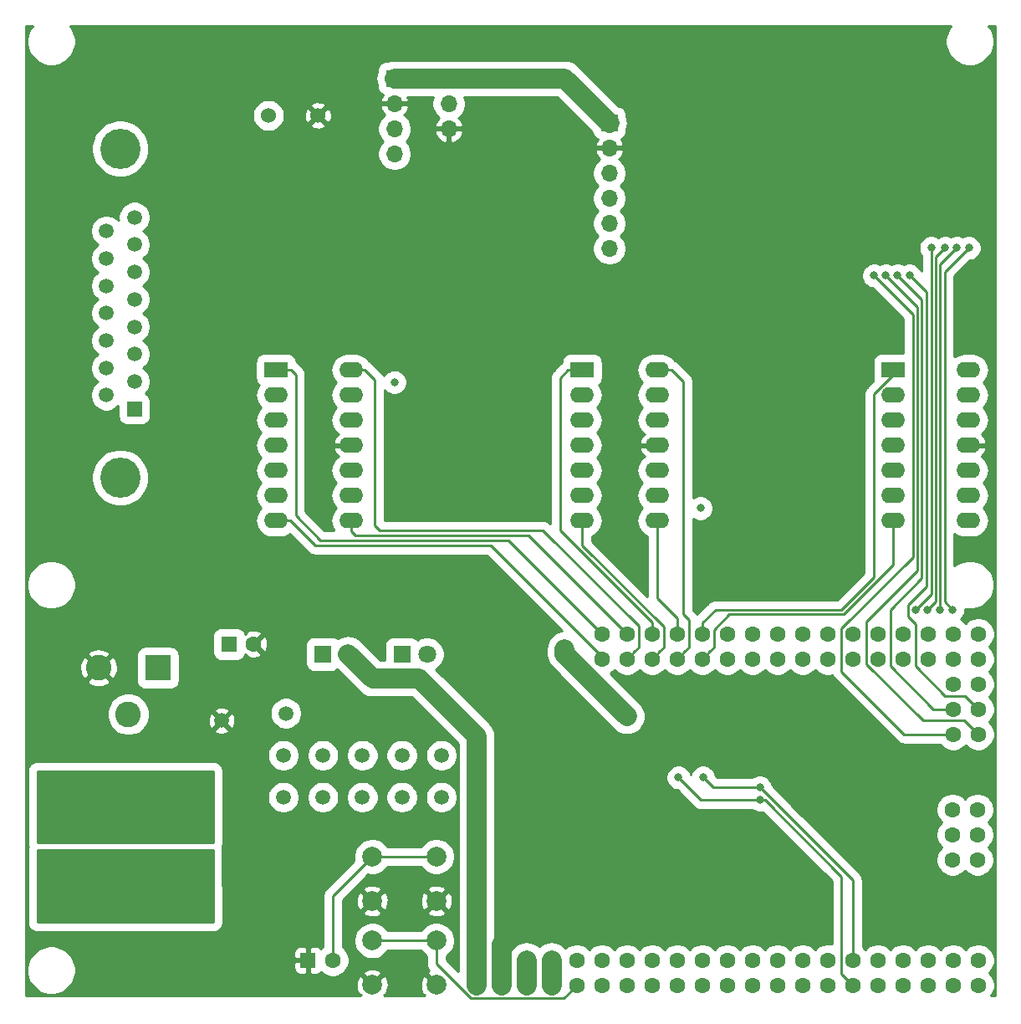
<source format=gbr>
G04 #@! TF.GenerationSoftware,KiCad,Pcbnew,(5.1.6)-1*
G04 #@! TF.CreationDate,2021-05-10T16:45:54-07:00*
G04 #@! TF.ProjectId,NiCd Battery Tester PCB Rev 3,4e694364-2042-4617-9474-657279205465,V2*
G04 #@! TF.SameCoordinates,Original*
G04 #@! TF.FileFunction,Copper,L2,Bot*
G04 #@! TF.FilePolarity,Positive*
%FSLAX46Y46*%
G04 Gerber Fmt 4.6, Leading zero omitted, Abs format (unit mm)*
G04 Created by KiCad (PCBNEW (5.1.6)-1) date 2021-05-10 16:45:54*
%MOMM*%
%LPD*%
G01*
G04 APERTURE LIST*
G04 #@! TA.AperFunction,ComponentPad*
%ADD10C,1.600000*%
G04 #@! TD*
G04 #@! TA.AperFunction,ComponentPad*
%ADD11C,1.508000*%
G04 #@! TD*
G04 #@! TA.AperFunction,ComponentPad*
%ADD12C,4.066000*%
G04 #@! TD*
G04 #@! TA.AperFunction,ComponentPad*
%ADD13R,1.508000X1.508000*%
G04 #@! TD*
G04 #@! TA.AperFunction,ComponentPad*
%ADD14O,2.400000X1.600000*%
G04 #@! TD*
G04 #@! TA.AperFunction,ComponentPad*
%ADD15R,2.400000X1.600000*%
G04 #@! TD*
G04 #@! TA.AperFunction,ComponentPad*
%ADD16R,1.700000X1.700000*%
G04 #@! TD*
G04 #@! TA.AperFunction,ComponentPad*
%ADD17O,1.700000X1.700000*%
G04 #@! TD*
G04 #@! TA.AperFunction,ComponentPad*
%ADD18C,2.000000*%
G04 #@! TD*
G04 #@! TA.AperFunction,ComponentPad*
%ADD19C,1.524000*%
G04 #@! TD*
G04 #@! TA.AperFunction,ComponentPad*
%ADD20C,1.500000*%
G04 #@! TD*
G04 #@! TA.AperFunction,ComponentPad*
%ADD21R,1.800000X1.800000*%
G04 #@! TD*
G04 #@! TA.AperFunction,ComponentPad*
%ADD22C,1.800000*%
G04 #@! TD*
G04 #@! TA.AperFunction,ComponentPad*
%ADD23R,1.600000X1.600000*%
G04 #@! TD*
G04 #@! TA.AperFunction,ComponentPad*
%ADD24R,2.400000X2.400000*%
G04 #@! TD*
G04 #@! TA.AperFunction,ComponentPad*
%ADD25C,2.400000*%
G04 #@! TD*
G04 #@! TA.AperFunction,ComponentPad*
%ADD26R,2.600000X2.600000*%
G04 #@! TD*
G04 #@! TA.AperFunction,ComponentPad*
%ADD27C,2.600000*%
G04 #@! TD*
G04 #@! TA.AperFunction,ViaPad*
%ADD28C,0.800000*%
G04 #@! TD*
G04 #@! TA.AperFunction,Conductor*
%ADD29C,0.250000*%
G04 #@! TD*
G04 #@! TA.AperFunction,Conductor*
%ADD30C,2.000000*%
G04 #@! TD*
G04 #@! TA.AperFunction,Conductor*
%ADD31C,0.254000*%
G04 #@! TD*
G04 APERTURE END LIST*
D10*
X180350000Y-121010000D03*
X180350000Y-118470000D03*
X177810000Y-121010000D03*
X177810000Y-118470000D03*
X175270000Y-121010000D03*
X175270000Y-118470000D03*
X172730000Y-121010000D03*
X172730000Y-118470000D03*
X170190000Y-121010000D03*
X170190000Y-118470000D03*
X167650000Y-121010000D03*
X167650000Y-118470000D03*
X165110000Y-121010000D03*
X165110000Y-118470000D03*
X162570000Y-121010000D03*
X162570000Y-118470000D03*
X160030000Y-121010000D03*
X160030000Y-118470000D03*
X157490000Y-121010000D03*
X157490000Y-118470000D03*
X154950000Y-121010000D03*
X154950000Y-118470000D03*
X152410000Y-121010000D03*
X152410000Y-118470000D03*
X149870000Y-121010000D03*
X149870000Y-118470000D03*
X147330000Y-121010000D03*
X147330000Y-118470000D03*
X144790000Y-121010000D03*
X144790000Y-118470000D03*
X142250000Y-121010000D03*
X180350000Y-154030000D03*
X180350000Y-151490000D03*
X177810000Y-154030000D03*
X177810000Y-151490000D03*
X175270000Y-154030000D03*
X175270000Y-151490000D03*
X172730000Y-154030000D03*
X172730000Y-151490000D03*
X170190000Y-154030000D03*
X170190000Y-151490000D03*
X167650000Y-154030000D03*
X167650000Y-151490000D03*
X165110000Y-154030000D03*
X165110000Y-151490000D03*
X162570000Y-154030000D03*
X162570000Y-151490000D03*
X160030000Y-154030000D03*
X160030000Y-151490000D03*
X157490000Y-154030000D03*
X157490000Y-151490000D03*
X154950000Y-154030000D03*
X154950000Y-151490000D03*
X152410000Y-154030000D03*
X152410000Y-151490000D03*
X149870000Y-154030000D03*
X149870000Y-151490000D03*
X147330000Y-154030000D03*
X147330000Y-151490000D03*
X144790000Y-154030000D03*
X144790000Y-151490000D03*
X142250000Y-154030000D03*
X142250000Y-151490000D03*
X139710000Y-154030000D03*
X139710000Y-151490000D03*
X137170000Y-154030000D03*
X137170000Y-151490000D03*
X134630000Y-154030000D03*
X134630000Y-151490000D03*
X132090000Y-154030000D03*
X132090000Y-151490000D03*
X129550000Y-154030000D03*
X180290000Y-141330000D03*
X180290000Y-138790000D03*
X180290000Y-136250000D03*
X177750000Y-141330000D03*
X177750000Y-138790000D03*
X177750000Y-136250000D03*
X180350000Y-128630000D03*
X180350000Y-126090000D03*
X180350000Y-123550000D03*
X177810000Y-128630000D03*
X177810000Y-126090000D03*
X177810000Y-123550000D03*
X142250000Y-118470000D03*
X129550000Y-151490000D03*
D11*
X92080000Y-77690000D03*
X92080000Y-80460000D03*
X92080000Y-83230000D03*
X92080000Y-86000000D03*
X92080000Y-88770000D03*
X92080000Y-91540000D03*
X94920000Y-76305000D03*
X94920000Y-79075000D03*
X94920000Y-81845000D03*
X94920000Y-84615000D03*
X94920000Y-87385000D03*
X94920000Y-90155000D03*
D12*
X93480000Y-102650000D03*
X93480000Y-69350000D03*
D11*
X92080000Y-94310000D03*
X94920000Y-92925000D03*
D13*
X94920000Y-95695000D03*
D14*
X116870000Y-91750000D03*
X109250000Y-106990000D03*
X116870000Y-94290000D03*
X109250000Y-104450000D03*
X116870000Y-96830000D03*
X109250000Y-101910000D03*
X116870000Y-99370000D03*
X109250000Y-99370000D03*
X116870000Y-101910000D03*
X109250000Y-96830000D03*
X116870000Y-104450000D03*
X109250000Y-94290000D03*
X116870000Y-106990000D03*
D15*
X109250000Y-91750000D03*
D16*
X143000000Y-66750000D03*
D17*
X143000000Y-69290000D03*
X143000000Y-71830000D03*
X143000000Y-74370000D03*
X143000000Y-76910000D03*
X143000000Y-79450000D03*
D18*
X125500000Y-149500000D03*
X125500000Y-154000000D03*
X119000000Y-149500000D03*
X119000000Y-154000000D03*
D15*
X140250000Y-91750000D03*
D14*
X147870000Y-106990000D03*
X140250000Y-94290000D03*
X147870000Y-104450000D03*
X140250000Y-96830000D03*
X147870000Y-101910000D03*
X140250000Y-99370000D03*
X147870000Y-99370000D03*
X140250000Y-101910000D03*
X147870000Y-96830000D03*
X140250000Y-104450000D03*
X147870000Y-94290000D03*
X140250000Y-106990000D03*
X147870000Y-91750000D03*
D15*
X171750000Y-91750000D03*
D14*
X179370000Y-106990000D03*
X171750000Y-94290000D03*
X179370000Y-104450000D03*
X171750000Y-96830000D03*
X179370000Y-101910000D03*
X171750000Y-99370000D03*
X179370000Y-99370000D03*
X171750000Y-101910000D03*
X179370000Y-96830000D03*
X171750000Y-104450000D03*
X179370000Y-94290000D03*
X171750000Y-106990000D03*
X179370000Y-91750000D03*
D19*
X108500000Y-66000000D03*
X113500000Y-66000000D03*
D18*
X119000000Y-145500000D03*
X119000000Y-141000000D03*
X125500000Y-145500000D03*
X125500000Y-141000000D03*
D20*
X110000000Y-130750000D03*
X114000000Y-130750000D03*
X118000000Y-130750000D03*
X122000000Y-130750000D03*
X126000000Y-130750000D03*
X110000000Y-135000000D03*
X114000000Y-135000000D03*
X118000000Y-135000000D03*
X122000000Y-135000000D03*
X126000000Y-135000000D03*
D21*
X114000000Y-120500000D03*
D22*
X116540000Y-120500000D03*
D17*
X121250000Y-69870000D03*
X121250000Y-67330000D03*
X121250000Y-64790000D03*
D16*
X121250000Y-62250000D03*
D20*
X103750000Y-127250000D03*
D21*
X122000000Y-120525001D03*
D22*
X124540000Y-120525001D03*
D23*
X112500000Y-151500000D03*
D10*
X115000000Y-151500000D03*
X107000000Y-119500000D03*
D23*
X104500000Y-119500000D03*
D24*
X91500000Y-136500000D03*
D25*
X91500000Y-144120000D03*
D26*
X97300000Y-121900000D03*
D27*
X91300000Y-121900000D03*
X94300000Y-126600000D03*
D16*
X126750000Y-62250000D03*
D17*
X126750000Y-64790000D03*
X126750000Y-67330000D03*
D20*
X110250000Y-126500000D03*
D28*
X121250000Y-93000000D03*
X152250000Y-105750000D03*
X138100000Y-119600000D03*
X138900000Y-119600000D03*
X138900000Y-120400000D03*
X138100000Y-120400000D03*
X145200000Y-126400000D03*
X145200000Y-127200000D03*
X144400000Y-127200000D03*
X144400000Y-126400000D03*
X160750000Y-98000000D03*
X119250000Y-126500000D03*
X106500000Y-143500000D03*
X142750000Y-149250000D03*
X160250000Y-144500000D03*
X116750000Y-138250000D03*
X130500000Y-98000000D03*
X99750004Y-98000000D03*
X144500000Y-137750000D03*
X151750000Y-141500000D03*
X141400000Y-133800000D03*
X170000000Y-88000000D03*
X123500000Y-126500000D03*
X155000000Y-99250000D03*
X124000000Y-99250000D03*
X178200000Y-79400000D03*
X176500000Y-116000000D03*
X158250000Y-134000000D03*
X152500000Y-133000000D03*
X177000000Y-79400000D03*
X175250000Y-116000000D03*
X158250000Y-135250000D03*
X150000000Y-133000000D03*
X179400000Y-79400000D03*
X177750000Y-116000000D03*
X173400000Y-82200000D03*
X172200008Y-82200000D03*
X171000000Y-82200000D03*
X169800003Y-82199997D03*
X175600000Y-79400000D03*
X174000000Y-116000000D03*
X95250000Y-139000000D03*
X98500000Y-133000000D03*
X99750000Y-133000000D03*
X101000000Y-133000000D03*
X102250000Y-133000000D03*
X94000000Y-139000000D03*
X92750000Y-139000000D03*
X91500000Y-139000000D03*
X97250000Y-133000000D03*
X85750000Y-138000000D03*
X85750000Y-139000000D03*
X85750000Y-137000000D03*
X85750000Y-135000000D03*
X85750000Y-134000000D03*
X85750000Y-133000000D03*
X85750000Y-136000000D03*
X85750000Y-141000000D03*
X85750000Y-142000000D03*
X85750000Y-143000000D03*
X85750000Y-145000000D03*
X85750000Y-146000000D03*
X85750000Y-147000000D03*
X91500000Y-141000000D03*
X92750000Y-141000000D03*
X94000000Y-141000000D03*
X95250000Y-141000000D03*
X102250000Y-146750000D03*
X101000000Y-146750000D03*
X99750000Y-146750000D03*
X98500000Y-146750000D03*
X97250000Y-146750000D03*
X85750000Y-144000000D03*
D29*
X119000000Y-149500000D02*
X125500000Y-149500000D01*
X129001163Y-155355010D02*
X138384990Y-155355010D01*
X138384990Y-155355010D02*
X139710000Y-154030000D01*
X125500000Y-151853847D02*
X129001163Y-155355010D01*
X125500000Y-149500000D02*
X125500000Y-151853847D01*
D30*
X134630000Y-154030000D02*
X134630000Y-151490000D01*
X121250000Y-62250000D02*
X126750000Y-62250000D01*
X138500000Y-62250000D02*
X143000000Y-66750000D01*
X126750000Y-62250000D02*
X138500000Y-62250000D01*
X138500000Y-120500000D02*
X144800000Y-126800000D01*
X138500000Y-120000000D02*
X138500000Y-120500000D01*
X132090000Y-151490000D02*
X132090000Y-149910000D01*
X132090000Y-154030000D02*
X132090000Y-151490000D01*
D29*
X178200000Y-79400000D02*
X176500020Y-81099980D01*
X176500020Y-115999980D02*
X176500000Y-116000000D01*
X176500020Y-81099980D02*
X176500020Y-115999980D01*
X158250000Y-134000000D02*
X153500000Y-134000000D01*
X153500000Y-134000000D02*
X152500000Y-133000000D01*
X167650000Y-143400000D02*
X167650000Y-151490000D01*
X158250000Y-134000000D02*
X167650000Y-143400000D01*
X177000000Y-79400000D02*
X176050010Y-80349990D01*
X176050010Y-80349990D02*
X176050010Y-115199990D01*
X176050010Y-115199990D02*
X175250000Y-116000000D01*
X158250000Y-135250000D02*
X152250000Y-135250000D01*
X152250000Y-135250000D02*
X150000000Y-133000000D01*
X166524999Y-152904999D02*
X167650000Y-154030000D01*
X166524999Y-143024999D02*
X166524999Y-152904999D01*
X158250000Y-135250000D02*
X158750000Y-135250000D01*
X158750000Y-135250000D02*
X166524999Y-143024999D01*
X176950030Y-115200030D02*
X177750000Y-116000000D01*
X179400000Y-79400000D02*
X176950030Y-81849970D01*
X176950030Y-81849970D02*
X176950030Y-115200030D01*
D30*
X129550000Y-154030000D02*
X129550000Y-151490000D01*
X119040000Y-123000000D02*
X116540000Y-120500000D01*
X123750000Y-123000000D02*
X119040000Y-123000000D01*
X129550000Y-151490000D02*
X129550000Y-128800000D01*
X129550000Y-128800000D02*
X123750000Y-123000000D01*
D29*
X125500000Y-141000000D02*
X119000000Y-141000000D01*
X115000000Y-145000000D02*
X115000000Y-151500000D01*
X119000000Y-141000000D02*
X115000000Y-145000000D01*
X174000000Y-121750000D02*
X177000000Y-124750000D01*
X177000000Y-124750000D02*
X179010000Y-124750000D01*
X174000000Y-117500000D02*
X174000000Y-121750000D01*
X175100033Y-83900033D02*
X175100033Y-113649967D01*
X179010000Y-124750000D02*
X180350000Y-126090000D01*
X173400000Y-82200000D02*
X175100033Y-83900033D01*
X175100033Y-113649967D02*
X173250000Y-115500000D01*
X173250000Y-116750000D02*
X174000000Y-117500000D01*
X173250000Y-115500000D02*
X173250000Y-116750000D01*
X175840000Y-126090000D02*
X177810000Y-126090000D01*
X174650022Y-84650014D02*
X174650022Y-112849978D01*
X172200008Y-82200000D02*
X174650022Y-84650014D01*
X174650022Y-112849978D02*
X171500000Y-116000000D01*
X171500000Y-116000000D02*
X171500000Y-121750000D01*
X171500000Y-121750000D02*
X175840000Y-126090000D01*
X178970000Y-127250000D02*
X180350000Y-128630000D01*
X174764998Y-127250000D02*
X178970000Y-127250000D01*
X174200011Y-85400011D02*
X174200011Y-112049989D01*
X171000000Y-82200000D02*
X174200011Y-85400011D01*
X174200011Y-112049989D02*
X169064999Y-117185001D01*
X169064999Y-121550001D02*
X174764998Y-127250000D01*
X169064999Y-117185001D02*
X169064999Y-121550001D01*
X172867499Y-128630000D02*
X177810000Y-128630000D01*
X173750000Y-86149994D02*
X173750000Y-110684315D01*
X169800003Y-82199997D02*
X173750000Y-86149994D01*
X173750000Y-110684315D02*
X166500000Y-117934315D01*
X166500000Y-117934315D02*
X166500000Y-122262501D01*
X166500000Y-122262501D02*
X172867499Y-128630000D01*
X141450001Y-117670001D02*
X142250000Y-118470000D01*
X132780000Y-109000000D02*
X141450001Y-117670001D01*
X110750000Y-91750000D02*
X111250000Y-92250000D01*
X109250000Y-91750000D02*
X110750000Y-91750000D01*
X111250000Y-106500000D02*
X113750000Y-109000000D01*
X111250000Y-92250000D02*
X111250000Y-106500000D01*
X113750000Y-109000000D02*
X132780000Y-109000000D01*
X131000000Y-109500000D02*
X142250000Y-120750000D01*
X113210000Y-109500000D02*
X131000000Y-109500000D01*
X109250000Y-106990000D02*
X110700000Y-106990000D01*
X142250000Y-120750000D02*
X142250000Y-121010000D01*
X110700000Y-106990000D02*
X113210000Y-109500000D01*
X143990001Y-117670001D02*
X144790000Y-118470000D01*
X134820000Y-108500000D02*
X143990001Y-117670001D01*
X117330000Y-108500000D02*
X134820000Y-108500000D01*
X116870000Y-106990000D02*
X116870000Y-108040000D01*
X116870000Y-108040000D02*
X117330000Y-108500000D01*
X145965001Y-117685500D02*
X145965001Y-119834999D01*
X136279501Y-108000000D02*
X145965001Y-117685500D01*
X145589999Y-120210001D02*
X144790000Y-121010000D01*
X118250000Y-91750000D02*
X119250000Y-92750000D01*
X145965001Y-119834999D02*
X145589999Y-120210001D01*
X116870000Y-91750000D02*
X118250000Y-91750000D01*
X119750000Y-108000000D02*
X136279501Y-108000000D01*
X119250000Y-92750000D02*
X119250000Y-107500000D01*
X119250000Y-107500000D02*
X119750000Y-108000000D01*
X140250000Y-91750000D02*
X138800000Y-91750000D01*
X138800000Y-91750000D02*
X138000000Y-92550000D01*
X138000000Y-92550000D02*
X138000000Y-108008630D01*
X147330000Y-117338630D02*
X147330000Y-118470000D01*
X138000000Y-108008630D02*
X147330000Y-117338630D01*
X148129999Y-120210001D02*
X147330000Y-121010000D01*
X148505001Y-117755001D02*
X148505001Y-119834999D01*
X140250000Y-106990000D02*
X140250000Y-109500000D01*
X148505001Y-119834999D02*
X148129999Y-120210001D01*
X140250000Y-109500000D02*
X148505001Y-117755001D01*
X149870000Y-117338630D02*
X149870000Y-118470000D01*
X149870000Y-116870000D02*
X149870000Y-117338630D01*
X147870000Y-106990000D02*
X147870000Y-114870000D01*
X147870000Y-114870000D02*
X149870000Y-116870000D01*
X150669999Y-120210001D02*
X149870000Y-121010000D01*
X149320000Y-91750000D02*
X150500000Y-92930000D01*
X147870000Y-91750000D02*
X149320000Y-91750000D01*
X150500000Y-92930000D02*
X150500000Y-116500000D01*
X151045001Y-119834999D02*
X150669999Y-120210001D01*
X150500000Y-116500000D02*
X151045001Y-117045001D01*
X151045001Y-117045001D02*
X151045001Y-119834999D01*
X152410000Y-117338630D02*
X152410000Y-118470000D01*
X153750000Y-116000000D02*
X152411370Y-117338630D01*
X171750000Y-92228285D02*
X169750000Y-94228285D01*
X171750000Y-91750000D02*
X171750000Y-92228285D01*
X152411370Y-117338630D02*
X152410000Y-117338630D01*
X169750000Y-94228285D02*
X169750000Y-112750000D01*
X169750000Y-112750000D02*
X166500000Y-116000000D01*
X166500000Y-116000000D02*
X153750000Y-116000000D01*
X153585001Y-119834999D02*
X153209999Y-120210001D01*
X171750000Y-111500000D02*
X166750000Y-116500000D01*
X171750000Y-106990000D02*
X171750000Y-111500000D01*
X153209999Y-120210001D02*
X152410000Y-121010000D01*
X155180998Y-116500000D02*
X153585001Y-118095997D01*
X153585001Y-118095997D02*
X153585001Y-119834999D01*
X166750000Y-116500000D02*
X155180998Y-116500000D01*
X175600000Y-114400000D02*
X174000000Y-116000000D01*
X175600000Y-79400000D02*
X175600000Y-114400000D01*
D30*
X137170000Y-154030000D02*
X137170000Y-151490000D01*
D31*
G36*
X84575989Y-56921005D02*
G01*
X84304911Y-57326701D01*
X84118190Y-57777486D01*
X84023000Y-58256037D01*
X84023000Y-58743963D01*
X84118190Y-59222514D01*
X84304911Y-59673299D01*
X84575989Y-60078995D01*
X84921005Y-60424011D01*
X85326701Y-60695089D01*
X85777486Y-60881810D01*
X86256037Y-60977000D01*
X86743963Y-60977000D01*
X87222514Y-60881810D01*
X87673299Y-60695089D01*
X88078995Y-60424011D01*
X88424011Y-60078995D01*
X88695089Y-59673299D01*
X88881810Y-59222514D01*
X88977000Y-58743963D01*
X88977000Y-58256037D01*
X88881810Y-57777486D01*
X88695089Y-57326701D01*
X88424011Y-56921005D01*
X88405006Y-56902000D01*
X177594994Y-56902000D01*
X177575989Y-56921005D01*
X177304911Y-57326701D01*
X177118190Y-57777486D01*
X177023000Y-58256037D01*
X177023000Y-58743963D01*
X177118190Y-59222514D01*
X177304911Y-59673299D01*
X177575989Y-60078995D01*
X177921005Y-60424011D01*
X178326701Y-60695089D01*
X178777486Y-60881810D01*
X179256037Y-60977000D01*
X179743963Y-60977000D01*
X180222514Y-60881810D01*
X180673299Y-60695089D01*
X181078995Y-60424011D01*
X181424011Y-60078995D01*
X181695089Y-59673299D01*
X181881810Y-59222514D01*
X181977000Y-58743963D01*
X181977000Y-58256037D01*
X181881810Y-57777486D01*
X181695089Y-57326701D01*
X181424011Y-56921005D01*
X181405006Y-56902000D01*
X182098001Y-56902000D01*
X182098000Y-155098000D01*
X181653296Y-155098000D01*
X181836138Y-154824357D01*
X181962554Y-154519163D01*
X182027000Y-154195170D01*
X182027000Y-153864830D01*
X181962554Y-153540837D01*
X181836138Y-153235643D01*
X181652611Y-152960975D01*
X181451636Y-152760000D01*
X181652611Y-152559025D01*
X181836138Y-152284357D01*
X181962554Y-151979163D01*
X182027000Y-151655170D01*
X182027000Y-151324830D01*
X181962554Y-151000837D01*
X181836138Y-150695643D01*
X181652611Y-150420975D01*
X181419025Y-150187389D01*
X181144357Y-150003862D01*
X180839163Y-149877446D01*
X180515170Y-149813000D01*
X180184830Y-149813000D01*
X179860837Y-149877446D01*
X179555643Y-150003862D01*
X179280975Y-150187389D01*
X179080000Y-150388364D01*
X178879025Y-150187389D01*
X178604357Y-150003862D01*
X178299163Y-149877446D01*
X177975170Y-149813000D01*
X177644830Y-149813000D01*
X177320837Y-149877446D01*
X177015643Y-150003862D01*
X176740975Y-150187389D01*
X176540000Y-150388364D01*
X176339025Y-150187389D01*
X176064357Y-150003862D01*
X175759163Y-149877446D01*
X175435170Y-149813000D01*
X175104830Y-149813000D01*
X174780837Y-149877446D01*
X174475643Y-150003862D01*
X174200975Y-150187389D01*
X174000000Y-150388364D01*
X173799025Y-150187389D01*
X173524357Y-150003862D01*
X173219163Y-149877446D01*
X172895170Y-149813000D01*
X172564830Y-149813000D01*
X172240837Y-149877446D01*
X171935643Y-150003862D01*
X171660975Y-150187389D01*
X171460000Y-150388364D01*
X171259025Y-150187389D01*
X170984357Y-150003862D01*
X170679163Y-149877446D01*
X170355170Y-149813000D01*
X170024830Y-149813000D01*
X169700837Y-149877446D01*
X169395643Y-150003862D01*
X169120975Y-150187389D01*
X168920000Y-150388364D01*
X168719025Y-150187389D01*
X168652000Y-150142604D01*
X168652000Y-143449212D01*
X168656847Y-143399999D01*
X168652000Y-143350786D01*
X168652000Y-143350777D01*
X168637502Y-143203574D01*
X168580206Y-143014696D01*
X168487164Y-142840625D01*
X168361949Y-142688051D01*
X168323715Y-142656673D01*
X161751872Y-136084830D01*
X176073000Y-136084830D01*
X176073000Y-136415170D01*
X176137446Y-136739163D01*
X176263862Y-137044357D01*
X176447389Y-137319025D01*
X176648364Y-137520000D01*
X176447389Y-137720975D01*
X176263862Y-137995643D01*
X176137446Y-138300837D01*
X176073000Y-138624830D01*
X176073000Y-138955170D01*
X176137446Y-139279163D01*
X176263862Y-139584357D01*
X176447389Y-139859025D01*
X176648364Y-140060000D01*
X176447389Y-140260975D01*
X176263862Y-140535643D01*
X176137446Y-140840837D01*
X176073000Y-141164830D01*
X176073000Y-141495170D01*
X176137446Y-141819163D01*
X176263862Y-142124357D01*
X176447389Y-142399025D01*
X176680975Y-142632611D01*
X176955643Y-142816138D01*
X177260837Y-142942554D01*
X177584830Y-143007000D01*
X177915170Y-143007000D01*
X178239163Y-142942554D01*
X178544357Y-142816138D01*
X178819025Y-142632611D01*
X179020000Y-142431636D01*
X179220975Y-142632611D01*
X179495643Y-142816138D01*
X179800837Y-142942554D01*
X180124830Y-143007000D01*
X180455170Y-143007000D01*
X180779163Y-142942554D01*
X181084357Y-142816138D01*
X181359025Y-142632611D01*
X181592611Y-142399025D01*
X181776138Y-142124357D01*
X181902554Y-141819163D01*
X181967000Y-141495170D01*
X181967000Y-141164830D01*
X181902554Y-140840837D01*
X181776138Y-140535643D01*
X181592611Y-140260975D01*
X181391636Y-140060000D01*
X181592611Y-139859025D01*
X181776138Y-139584357D01*
X181902554Y-139279163D01*
X181967000Y-138955170D01*
X181967000Y-138624830D01*
X181902554Y-138300837D01*
X181776138Y-137995643D01*
X181592611Y-137720975D01*
X181391636Y-137520000D01*
X181592611Y-137319025D01*
X181776138Y-137044357D01*
X181902554Y-136739163D01*
X181967000Y-136415170D01*
X181967000Y-136084830D01*
X181902554Y-135760837D01*
X181776138Y-135455643D01*
X181592611Y-135180975D01*
X181359025Y-134947389D01*
X181084357Y-134763862D01*
X180779163Y-134637446D01*
X180455170Y-134573000D01*
X180124830Y-134573000D01*
X179800837Y-134637446D01*
X179495643Y-134763862D01*
X179220975Y-134947389D01*
X179020000Y-135148364D01*
X178819025Y-134947389D01*
X178544357Y-134763862D01*
X178239163Y-134637446D01*
X177915170Y-134573000D01*
X177584830Y-134573000D01*
X177260837Y-134637446D01*
X176955643Y-134763862D01*
X176680975Y-134947389D01*
X176447389Y-135180975D01*
X176263862Y-135455643D01*
X176137446Y-135760837D01*
X176073000Y-136084830D01*
X161751872Y-136084830D01*
X159523457Y-133856416D01*
X159477926Y-133627513D01*
X159381663Y-133395114D01*
X159241911Y-133185960D01*
X159064040Y-133008089D01*
X158854886Y-132868337D01*
X158622487Y-132772074D01*
X158375774Y-132723000D01*
X158124226Y-132723000D01*
X157877513Y-132772074D01*
X157645114Y-132868337D01*
X157451059Y-132998000D01*
X153915042Y-132998000D01*
X153773457Y-132856416D01*
X153727926Y-132627513D01*
X153631663Y-132395114D01*
X153491911Y-132185960D01*
X153314040Y-132008089D01*
X153104886Y-131868337D01*
X152872487Y-131772074D01*
X152625774Y-131723000D01*
X152374226Y-131723000D01*
X152127513Y-131772074D01*
X151895114Y-131868337D01*
X151685960Y-132008089D01*
X151508089Y-132185960D01*
X151368337Y-132395114D01*
X151272074Y-132627513D01*
X151250000Y-132738487D01*
X151227926Y-132627513D01*
X151131663Y-132395114D01*
X150991911Y-132185960D01*
X150814040Y-132008089D01*
X150604886Y-131868337D01*
X150372487Y-131772074D01*
X150125774Y-131723000D01*
X149874226Y-131723000D01*
X149627513Y-131772074D01*
X149395114Y-131868337D01*
X149185960Y-132008089D01*
X149008089Y-132185960D01*
X148868337Y-132395114D01*
X148772074Y-132627513D01*
X148723000Y-132874226D01*
X148723000Y-133125774D01*
X148772074Y-133372487D01*
X148868337Y-133604886D01*
X149008089Y-133814040D01*
X149185960Y-133991911D01*
X149395114Y-134131663D01*
X149627513Y-134227926D01*
X149856416Y-134273457D01*
X151506673Y-135923715D01*
X151538051Y-135961949D01*
X151690625Y-136087164D01*
X151864696Y-136180206D01*
X152053573Y-136237502D01*
X152250000Y-136256848D01*
X152299223Y-136252000D01*
X157451059Y-136252000D01*
X157645114Y-136381663D01*
X157877513Y-136477926D01*
X158124226Y-136527000D01*
X158375774Y-136527000D01*
X158571105Y-136488146D01*
X165522999Y-143440041D01*
X165523000Y-149862296D01*
X165275170Y-149813000D01*
X164944830Y-149813000D01*
X164620837Y-149877446D01*
X164315643Y-150003862D01*
X164040975Y-150187389D01*
X163840000Y-150388364D01*
X163639025Y-150187389D01*
X163364357Y-150003862D01*
X163059163Y-149877446D01*
X162735170Y-149813000D01*
X162404830Y-149813000D01*
X162080837Y-149877446D01*
X161775643Y-150003862D01*
X161500975Y-150187389D01*
X161300000Y-150388364D01*
X161099025Y-150187389D01*
X160824357Y-150003862D01*
X160519163Y-149877446D01*
X160195170Y-149813000D01*
X159864830Y-149813000D01*
X159540837Y-149877446D01*
X159235643Y-150003862D01*
X158960975Y-150187389D01*
X158760000Y-150388364D01*
X158559025Y-150187389D01*
X158284357Y-150003862D01*
X157979163Y-149877446D01*
X157655170Y-149813000D01*
X157324830Y-149813000D01*
X157000837Y-149877446D01*
X156695643Y-150003862D01*
X156420975Y-150187389D01*
X156220000Y-150388364D01*
X156019025Y-150187389D01*
X155744357Y-150003862D01*
X155439163Y-149877446D01*
X155115170Y-149813000D01*
X154784830Y-149813000D01*
X154460837Y-149877446D01*
X154155643Y-150003862D01*
X153880975Y-150187389D01*
X153680000Y-150388364D01*
X153479025Y-150187389D01*
X153204357Y-150003862D01*
X152899163Y-149877446D01*
X152575170Y-149813000D01*
X152244830Y-149813000D01*
X151920837Y-149877446D01*
X151615643Y-150003862D01*
X151340975Y-150187389D01*
X151140000Y-150388364D01*
X150939025Y-150187389D01*
X150664357Y-150003862D01*
X150359163Y-149877446D01*
X150035170Y-149813000D01*
X149704830Y-149813000D01*
X149380837Y-149877446D01*
X149075643Y-150003862D01*
X148800975Y-150187389D01*
X148600000Y-150388364D01*
X148399025Y-150187389D01*
X148124357Y-150003862D01*
X147819163Y-149877446D01*
X147495170Y-149813000D01*
X147164830Y-149813000D01*
X146840837Y-149877446D01*
X146535643Y-150003862D01*
X146260975Y-150187389D01*
X146060000Y-150388364D01*
X145859025Y-150187389D01*
X145584357Y-150003862D01*
X145279163Y-149877446D01*
X144955170Y-149813000D01*
X144624830Y-149813000D01*
X144300837Y-149877446D01*
X143995643Y-150003862D01*
X143720975Y-150187389D01*
X143520000Y-150388364D01*
X143319025Y-150187389D01*
X143044357Y-150003862D01*
X142739163Y-149877446D01*
X142415170Y-149813000D01*
X142084830Y-149813000D01*
X141760837Y-149877446D01*
X141455643Y-150003862D01*
X141180975Y-150187389D01*
X140980000Y-150388364D01*
X140779025Y-150187389D01*
X140504357Y-150003862D01*
X140199163Y-149877446D01*
X139875170Y-149813000D01*
X139544830Y-149813000D01*
X139220837Y-149877446D01*
X138915643Y-150003862D01*
X138640975Y-150187389D01*
X138579552Y-150248812D01*
X138503661Y-150156339D01*
X138217851Y-149921780D01*
X137891772Y-149747487D01*
X137537956Y-149640159D01*
X137170000Y-149603918D01*
X136802045Y-149640159D01*
X136448229Y-149747487D01*
X136122150Y-149921780D01*
X135900001Y-150104094D01*
X135677851Y-149921780D01*
X135351772Y-149747487D01*
X134997956Y-149640159D01*
X134630000Y-149603918D01*
X134262045Y-149640159D01*
X133908229Y-149747487D01*
X133582150Y-149921780D01*
X133296340Y-150156339D01*
X133070217Y-150431870D01*
X133019370Y-150381023D01*
X132903097Y-150497296D01*
X132831514Y-150253329D01*
X132576004Y-150132429D01*
X132301816Y-150063700D01*
X132019488Y-150049783D01*
X131739870Y-150091213D01*
X131473708Y-150186397D01*
X131427000Y-150211363D01*
X131427000Y-128892202D01*
X131436081Y-128800000D01*
X131427000Y-128707798D01*
X131427000Y-128707790D01*
X131399841Y-128432044D01*
X131292513Y-128078228D01*
X131118220Y-127752149D01*
X130883661Y-127466339D01*
X130812034Y-127407556D01*
X125455165Y-122050687D01*
X125672771Y-121905287D01*
X125920286Y-121657772D01*
X126114757Y-121366726D01*
X126248711Y-121043333D01*
X126317000Y-120700020D01*
X126317000Y-120349982D01*
X126248711Y-120006669D01*
X126114757Y-119683276D01*
X125920286Y-119392230D01*
X125672771Y-119144715D01*
X125381725Y-118950244D01*
X125058332Y-118816290D01*
X124715019Y-118748001D01*
X124364981Y-118748001D01*
X124021668Y-118816290D01*
X123698275Y-118950244D01*
X123557798Y-119044108D01*
X123523133Y-119001868D01*
X123389592Y-118892274D01*
X123237237Y-118810839D01*
X123071922Y-118760691D01*
X122900000Y-118743758D01*
X121100000Y-118743758D01*
X120928078Y-118760691D01*
X120762763Y-118810839D01*
X120610408Y-118892274D01*
X120476867Y-119001868D01*
X120367273Y-119135409D01*
X120285838Y-119287764D01*
X120235690Y-119453079D01*
X120218757Y-119625001D01*
X120218757Y-121123000D01*
X119817479Y-121123000D01*
X117802037Y-119107559D01*
X117587850Y-118931781D01*
X117261772Y-118757488D01*
X116907956Y-118650159D01*
X116540000Y-118613919D01*
X116172044Y-118650159D01*
X115818228Y-118757488D01*
X115492150Y-118931781D01*
X115480173Y-118941610D01*
X115389592Y-118867273D01*
X115237237Y-118785838D01*
X115071922Y-118735690D01*
X114900000Y-118718757D01*
X113100000Y-118718757D01*
X112928078Y-118735690D01*
X112762763Y-118785838D01*
X112610408Y-118867273D01*
X112476867Y-118976867D01*
X112367273Y-119110408D01*
X112285838Y-119262763D01*
X112235690Y-119428078D01*
X112218757Y-119600000D01*
X112218757Y-121400000D01*
X112235690Y-121571922D01*
X112285838Y-121737237D01*
X112367273Y-121889592D01*
X112476867Y-122023133D01*
X112610408Y-122132727D01*
X112762763Y-122214162D01*
X112928078Y-122264310D01*
X113100000Y-122281243D01*
X114900000Y-122281243D01*
X115071922Y-122264310D01*
X115237237Y-122214162D01*
X115389592Y-122132727D01*
X115460256Y-122074734D01*
X117647561Y-124262040D01*
X117706339Y-124333661D01*
X117777960Y-124392439D01*
X117777962Y-124392441D01*
X117830351Y-124435435D01*
X117992149Y-124568220D01*
X118318228Y-124742513D01*
X118564715Y-124817283D01*
X118672043Y-124849841D01*
X118700168Y-124852611D01*
X118947790Y-124877000D01*
X118947798Y-124877000D01*
X119040000Y-124886081D01*
X119132202Y-124877000D01*
X122972522Y-124877000D01*
X127673001Y-129577479D01*
X127673000Y-151582209D01*
X127673001Y-151582218D01*
X127673001Y-152609806D01*
X126502000Y-151438806D01*
X126502000Y-151087934D01*
X126696518Y-150957961D01*
X126957961Y-150696518D01*
X127163376Y-150389093D01*
X127304868Y-150047501D01*
X127377000Y-149684868D01*
X127377000Y-149315132D01*
X127304868Y-148952499D01*
X127163376Y-148610907D01*
X126957961Y-148303482D01*
X126696518Y-148042039D01*
X126389093Y-147836624D01*
X126047501Y-147695132D01*
X125684868Y-147623000D01*
X125315132Y-147623000D01*
X124952499Y-147695132D01*
X124610907Y-147836624D01*
X124303482Y-148042039D01*
X124042039Y-148303482D01*
X123912066Y-148498000D01*
X120587934Y-148498000D01*
X120457961Y-148303482D01*
X120196518Y-148042039D01*
X119889093Y-147836624D01*
X119547501Y-147695132D01*
X119184868Y-147623000D01*
X118815132Y-147623000D01*
X118452499Y-147695132D01*
X118110907Y-147836624D01*
X117803482Y-148042039D01*
X117542039Y-148303482D01*
X117336624Y-148610907D01*
X117195132Y-148952499D01*
X117123000Y-149315132D01*
X117123000Y-149684868D01*
X117195132Y-150047501D01*
X117336624Y-150389093D01*
X117542039Y-150696518D01*
X117803482Y-150957961D01*
X118110907Y-151163376D01*
X118452499Y-151304868D01*
X118815132Y-151377000D01*
X119184868Y-151377000D01*
X119547501Y-151304868D01*
X119889093Y-151163376D01*
X120196518Y-150957961D01*
X120457961Y-150696518D01*
X120587934Y-150502000D01*
X123912066Y-150502000D01*
X124042039Y-150696518D01*
X124303482Y-150957961D01*
X124498001Y-151087934D01*
X124498001Y-151804622D01*
X124493153Y-151853847D01*
X124512498Y-152050273D01*
X124569794Y-152239150D01*
X124626705Y-152345624D01*
X124662837Y-152413222D01*
X124762514Y-152534678D01*
X124639956Y-152600186D01*
X124544192Y-152864587D01*
X125500000Y-153820395D01*
X125514143Y-153806253D01*
X125693748Y-153985858D01*
X125679605Y-154000000D01*
X125693748Y-154014143D01*
X125514143Y-154193748D01*
X125500000Y-154179605D01*
X125485858Y-154193748D01*
X125306253Y-154014143D01*
X125320395Y-154000000D01*
X124364587Y-153044192D01*
X124100186Y-153139956D01*
X123959296Y-153429571D01*
X123877616Y-153741108D01*
X123858282Y-154062595D01*
X123902039Y-154381675D01*
X124007205Y-154686088D01*
X124100186Y-154860044D01*
X124364585Y-154955807D01*
X124248917Y-155071475D01*
X124275442Y-155098000D01*
X120224558Y-155098000D01*
X120251083Y-155071475D01*
X120135415Y-154955807D01*
X120399814Y-154860044D01*
X120540704Y-154570429D01*
X120622384Y-154258892D01*
X120641718Y-153937405D01*
X120597961Y-153618325D01*
X120492795Y-153313912D01*
X120399814Y-153139956D01*
X120135413Y-153044192D01*
X119179605Y-154000000D01*
X119193748Y-154014143D01*
X119014143Y-154193748D01*
X119000000Y-154179605D01*
X118985858Y-154193748D01*
X118806253Y-154014143D01*
X118820395Y-154000000D01*
X117864587Y-153044192D01*
X117600186Y-153139956D01*
X117459296Y-153429571D01*
X117377616Y-153741108D01*
X117358282Y-154062595D01*
X117402039Y-154381675D01*
X117507205Y-154686088D01*
X117600186Y-154860044D01*
X117864585Y-154955807D01*
X117748917Y-155071475D01*
X117775442Y-155098000D01*
X83902000Y-155098000D01*
X83902000Y-152256037D01*
X84023000Y-152256037D01*
X84023000Y-152743963D01*
X84118190Y-153222514D01*
X84304911Y-153673299D01*
X84575989Y-154078995D01*
X84921005Y-154424011D01*
X85326701Y-154695089D01*
X85777486Y-154881810D01*
X86256037Y-154977000D01*
X86743963Y-154977000D01*
X87222514Y-154881810D01*
X87673299Y-154695089D01*
X88078995Y-154424011D01*
X88424011Y-154078995D01*
X88695089Y-153673299D01*
X88881810Y-153222514D01*
X88977000Y-152743963D01*
X88977000Y-152300000D01*
X111061928Y-152300000D01*
X111074188Y-152424482D01*
X111110498Y-152544180D01*
X111169463Y-152654494D01*
X111248815Y-152751185D01*
X111345506Y-152830537D01*
X111455820Y-152889502D01*
X111575518Y-152925812D01*
X111700000Y-152938072D01*
X112214250Y-152935000D01*
X112373000Y-152776250D01*
X112373000Y-151627000D01*
X111223750Y-151627000D01*
X111065000Y-151785750D01*
X111061928Y-152300000D01*
X88977000Y-152300000D01*
X88977000Y-152256037D01*
X88881810Y-151777486D01*
X88695089Y-151326701D01*
X88424011Y-150921005D01*
X88203006Y-150700000D01*
X111061928Y-150700000D01*
X111065000Y-151214250D01*
X111223750Y-151373000D01*
X112373000Y-151373000D01*
X112373000Y-150223750D01*
X112627000Y-150223750D01*
X112627000Y-151373000D01*
X112647000Y-151373000D01*
X112647000Y-151627000D01*
X112627000Y-151627000D01*
X112627000Y-152776250D01*
X112785750Y-152935000D01*
X113300000Y-152938072D01*
X113424482Y-152925812D01*
X113544180Y-152889502D01*
X113654494Y-152830537D01*
X113751185Y-152751185D01*
X113809046Y-152680682D01*
X113930975Y-152802611D01*
X114205643Y-152986138D01*
X114510837Y-153112554D01*
X114834830Y-153177000D01*
X115165170Y-153177000D01*
X115489163Y-153112554D01*
X115794357Y-152986138D01*
X115976271Y-152864587D01*
X118044192Y-152864587D01*
X119000000Y-153820395D01*
X119955808Y-152864587D01*
X119860044Y-152600186D01*
X119570429Y-152459296D01*
X119258892Y-152377616D01*
X118937405Y-152358282D01*
X118618325Y-152402039D01*
X118313912Y-152507205D01*
X118139956Y-152600186D01*
X118044192Y-152864587D01*
X115976271Y-152864587D01*
X116069025Y-152802611D01*
X116302611Y-152569025D01*
X116486138Y-152294357D01*
X116612554Y-151989163D01*
X116677000Y-151665170D01*
X116677000Y-151334830D01*
X116612554Y-151010837D01*
X116486138Y-150705643D01*
X116302611Y-150430975D01*
X116069025Y-150197389D01*
X116002000Y-150152604D01*
X116002000Y-146635413D01*
X118044192Y-146635413D01*
X118139956Y-146899814D01*
X118429571Y-147040704D01*
X118741108Y-147122384D01*
X119062595Y-147141718D01*
X119381675Y-147097961D01*
X119686088Y-146992795D01*
X119860044Y-146899814D01*
X119955808Y-146635413D01*
X124544192Y-146635413D01*
X124639956Y-146899814D01*
X124929571Y-147040704D01*
X125241108Y-147122384D01*
X125562595Y-147141718D01*
X125881675Y-147097961D01*
X126186088Y-146992795D01*
X126360044Y-146899814D01*
X126455808Y-146635413D01*
X125500000Y-145679605D01*
X124544192Y-146635413D01*
X119955808Y-146635413D01*
X119000000Y-145679605D01*
X118044192Y-146635413D01*
X116002000Y-146635413D01*
X116002000Y-145562595D01*
X117358282Y-145562595D01*
X117402039Y-145881675D01*
X117507205Y-146186088D01*
X117600186Y-146360044D01*
X117864587Y-146455808D01*
X118820395Y-145500000D01*
X119179605Y-145500000D01*
X120135413Y-146455808D01*
X120399814Y-146360044D01*
X120540704Y-146070429D01*
X120622384Y-145758892D01*
X120634189Y-145562595D01*
X123858282Y-145562595D01*
X123902039Y-145881675D01*
X124007205Y-146186088D01*
X124100186Y-146360044D01*
X124364587Y-146455808D01*
X125320395Y-145500000D01*
X125679605Y-145500000D01*
X126635413Y-146455808D01*
X126899814Y-146360044D01*
X127040704Y-146070429D01*
X127122384Y-145758892D01*
X127141718Y-145437405D01*
X127097961Y-145118325D01*
X126992795Y-144813912D01*
X126899814Y-144639956D01*
X126635413Y-144544192D01*
X125679605Y-145500000D01*
X125320395Y-145500000D01*
X124364587Y-144544192D01*
X124100186Y-144639956D01*
X123959296Y-144929571D01*
X123877616Y-145241108D01*
X123858282Y-145562595D01*
X120634189Y-145562595D01*
X120641718Y-145437405D01*
X120597961Y-145118325D01*
X120492795Y-144813912D01*
X120399814Y-144639956D01*
X120135413Y-144544192D01*
X119179605Y-145500000D01*
X118820395Y-145500000D01*
X117864587Y-144544192D01*
X117600186Y-144639956D01*
X117459296Y-144929571D01*
X117377616Y-145241108D01*
X117358282Y-145562595D01*
X116002000Y-145562595D01*
X116002000Y-145415041D01*
X117052454Y-144364587D01*
X118044192Y-144364587D01*
X119000000Y-145320395D01*
X119955808Y-144364587D01*
X124544192Y-144364587D01*
X125500000Y-145320395D01*
X126455808Y-144364587D01*
X126360044Y-144100186D01*
X126070429Y-143959296D01*
X125758892Y-143877616D01*
X125437405Y-143858282D01*
X125118325Y-143902039D01*
X124813912Y-144007205D01*
X124639956Y-144100186D01*
X124544192Y-144364587D01*
X119955808Y-144364587D01*
X119860044Y-144100186D01*
X119570429Y-143959296D01*
X119258892Y-143877616D01*
X118937405Y-143858282D01*
X118618325Y-143902039D01*
X118313912Y-144007205D01*
X118139956Y-144100186D01*
X118044192Y-144364587D01*
X117052454Y-144364587D01*
X118585682Y-142831360D01*
X118815132Y-142877000D01*
X119184868Y-142877000D01*
X119547501Y-142804868D01*
X119889093Y-142663376D01*
X120196518Y-142457961D01*
X120457961Y-142196518D01*
X120587934Y-142002000D01*
X123912066Y-142002000D01*
X124042039Y-142196518D01*
X124303482Y-142457961D01*
X124610907Y-142663376D01*
X124952499Y-142804868D01*
X125315132Y-142877000D01*
X125684868Y-142877000D01*
X126047501Y-142804868D01*
X126389093Y-142663376D01*
X126696518Y-142457961D01*
X126957961Y-142196518D01*
X127163376Y-141889093D01*
X127304868Y-141547501D01*
X127377000Y-141184868D01*
X127377000Y-140815132D01*
X127304868Y-140452499D01*
X127163376Y-140110907D01*
X126957961Y-139803482D01*
X126696518Y-139542039D01*
X126389093Y-139336624D01*
X126047501Y-139195132D01*
X125684868Y-139123000D01*
X125315132Y-139123000D01*
X124952499Y-139195132D01*
X124610907Y-139336624D01*
X124303482Y-139542039D01*
X124042039Y-139803482D01*
X123912066Y-139998000D01*
X120587934Y-139998000D01*
X120457961Y-139803482D01*
X120196518Y-139542039D01*
X119889093Y-139336624D01*
X119547501Y-139195132D01*
X119184868Y-139123000D01*
X118815132Y-139123000D01*
X118452499Y-139195132D01*
X118110907Y-139336624D01*
X117803482Y-139542039D01*
X117542039Y-139803482D01*
X117336624Y-140110907D01*
X117195132Y-140452499D01*
X117123000Y-140815132D01*
X117123000Y-141184868D01*
X117168640Y-141414318D01*
X114326291Y-144256668D01*
X114288051Y-144288051D01*
X114162836Y-144440625D01*
X114069794Y-144614697D01*
X114012498Y-144803575D01*
X113998000Y-144950778D01*
X113998000Y-144950784D01*
X113993153Y-145000000D01*
X113998000Y-145049216D01*
X113998001Y-150152604D01*
X113930975Y-150197389D01*
X113809046Y-150319318D01*
X113751185Y-150248815D01*
X113654494Y-150169463D01*
X113544180Y-150110498D01*
X113424482Y-150074188D01*
X113300000Y-150061928D01*
X112785750Y-150065000D01*
X112627000Y-150223750D01*
X112373000Y-150223750D01*
X112214250Y-150065000D01*
X111700000Y-150061928D01*
X111575518Y-150074188D01*
X111455820Y-150110498D01*
X111345506Y-150169463D01*
X111248815Y-150248815D01*
X111169463Y-150345506D01*
X111110498Y-150455820D01*
X111074188Y-150575518D01*
X111061928Y-150700000D01*
X88203006Y-150700000D01*
X88078995Y-150575989D01*
X87673299Y-150304911D01*
X87222514Y-150118190D01*
X86743963Y-150023000D01*
X86256037Y-150023000D01*
X85777486Y-150118190D01*
X85326701Y-150304911D01*
X84921005Y-150575989D01*
X84575989Y-150921005D01*
X84304911Y-151326701D01*
X84118190Y-151777486D01*
X84023000Y-152256037D01*
X83902000Y-152256037D01*
X83902000Y-140251333D01*
X84111602Y-140251333D01*
X84123001Y-147751333D01*
X84139851Y-147921094D01*
X84189758Y-148085613D01*
X84270801Y-148237235D01*
X84379867Y-148370133D01*
X84512765Y-148479199D01*
X84664387Y-148560242D01*
X84828906Y-148610149D01*
X85000000Y-148627000D01*
X103000000Y-148627000D01*
X103172401Y-148609888D01*
X103336844Y-148559731D01*
X103488343Y-148478457D01*
X103621074Y-148369189D01*
X103729939Y-148236126D01*
X103810752Y-148084382D01*
X103860408Y-147919787D01*
X103876999Y-147748667D01*
X103865600Y-140248667D01*
X103848750Y-140078906D01*
X103829669Y-140016004D01*
X103860149Y-139915526D01*
X103877000Y-139744432D01*
X103877000Y-134839755D01*
X108373000Y-134839755D01*
X108373000Y-135160245D01*
X108435525Y-135474578D01*
X108558172Y-135770673D01*
X108736227Y-136037152D01*
X108962848Y-136263773D01*
X109229327Y-136441828D01*
X109525422Y-136564475D01*
X109839755Y-136627000D01*
X110160245Y-136627000D01*
X110474578Y-136564475D01*
X110770673Y-136441828D01*
X111037152Y-136263773D01*
X111263773Y-136037152D01*
X111441828Y-135770673D01*
X111564475Y-135474578D01*
X111627000Y-135160245D01*
X111627000Y-134839755D01*
X112373000Y-134839755D01*
X112373000Y-135160245D01*
X112435525Y-135474578D01*
X112558172Y-135770673D01*
X112736227Y-136037152D01*
X112962848Y-136263773D01*
X113229327Y-136441828D01*
X113525422Y-136564475D01*
X113839755Y-136627000D01*
X114160245Y-136627000D01*
X114474578Y-136564475D01*
X114770673Y-136441828D01*
X115037152Y-136263773D01*
X115263773Y-136037152D01*
X115441828Y-135770673D01*
X115564475Y-135474578D01*
X115627000Y-135160245D01*
X115627000Y-134839755D01*
X116373000Y-134839755D01*
X116373000Y-135160245D01*
X116435525Y-135474578D01*
X116558172Y-135770673D01*
X116736227Y-136037152D01*
X116962848Y-136263773D01*
X117229327Y-136441828D01*
X117525422Y-136564475D01*
X117839755Y-136627000D01*
X118160245Y-136627000D01*
X118474578Y-136564475D01*
X118770673Y-136441828D01*
X119037152Y-136263773D01*
X119263773Y-136037152D01*
X119441828Y-135770673D01*
X119564475Y-135474578D01*
X119627000Y-135160245D01*
X119627000Y-134839755D01*
X120373000Y-134839755D01*
X120373000Y-135160245D01*
X120435525Y-135474578D01*
X120558172Y-135770673D01*
X120736227Y-136037152D01*
X120962848Y-136263773D01*
X121229327Y-136441828D01*
X121525422Y-136564475D01*
X121839755Y-136627000D01*
X122160245Y-136627000D01*
X122474578Y-136564475D01*
X122770673Y-136441828D01*
X123037152Y-136263773D01*
X123263773Y-136037152D01*
X123441828Y-135770673D01*
X123564475Y-135474578D01*
X123627000Y-135160245D01*
X123627000Y-134839755D01*
X124373000Y-134839755D01*
X124373000Y-135160245D01*
X124435525Y-135474578D01*
X124558172Y-135770673D01*
X124736227Y-136037152D01*
X124962848Y-136263773D01*
X125229327Y-136441828D01*
X125525422Y-136564475D01*
X125839755Y-136627000D01*
X126160245Y-136627000D01*
X126474578Y-136564475D01*
X126770673Y-136441828D01*
X127037152Y-136263773D01*
X127263773Y-136037152D01*
X127441828Y-135770673D01*
X127564475Y-135474578D01*
X127627000Y-135160245D01*
X127627000Y-134839755D01*
X127564475Y-134525422D01*
X127441828Y-134229327D01*
X127263773Y-133962848D01*
X127037152Y-133736227D01*
X126770673Y-133558172D01*
X126474578Y-133435525D01*
X126160245Y-133373000D01*
X125839755Y-133373000D01*
X125525422Y-133435525D01*
X125229327Y-133558172D01*
X124962848Y-133736227D01*
X124736227Y-133962848D01*
X124558172Y-134229327D01*
X124435525Y-134525422D01*
X124373000Y-134839755D01*
X123627000Y-134839755D01*
X123564475Y-134525422D01*
X123441828Y-134229327D01*
X123263773Y-133962848D01*
X123037152Y-133736227D01*
X122770673Y-133558172D01*
X122474578Y-133435525D01*
X122160245Y-133373000D01*
X121839755Y-133373000D01*
X121525422Y-133435525D01*
X121229327Y-133558172D01*
X120962848Y-133736227D01*
X120736227Y-133962848D01*
X120558172Y-134229327D01*
X120435525Y-134525422D01*
X120373000Y-134839755D01*
X119627000Y-134839755D01*
X119564475Y-134525422D01*
X119441828Y-134229327D01*
X119263773Y-133962848D01*
X119037152Y-133736227D01*
X118770673Y-133558172D01*
X118474578Y-133435525D01*
X118160245Y-133373000D01*
X117839755Y-133373000D01*
X117525422Y-133435525D01*
X117229327Y-133558172D01*
X116962848Y-133736227D01*
X116736227Y-133962848D01*
X116558172Y-134229327D01*
X116435525Y-134525422D01*
X116373000Y-134839755D01*
X115627000Y-134839755D01*
X115564475Y-134525422D01*
X115441828Y-134229327D01*
X115263773Y-133962848D01*
X115037152Y-133736227D01*
X114770673Y-133558172D01*
X114474578Y-133435525D01*
X114160245Y-133373000D01*
X113839755Y-133373000D01*
X113525422Y-133435525D01*
X113229327Y-133558172D01*
X112962848Y-133736227D01*
X112736227Y-133962848D01*
X112558172Y-134229327D01*
X112435525Y-134525422D01*
X112373000Y-134839755D01*
X111627000Y-134839755D01*
X111564475Y-134525422D01*
X111441828Y-134229327D01*
X111263773Y-133962848D01*
X111037152Y-133736227D01*
X110770673Y-133558172D01*
X110474578Y-133435525D01*
X110160245Y-133373000D01*
X109839755Y-133373000D01*
X109525422Y-133435525D01*
X109229327Y-133558172D01*
X108962848Y-133736227D01*
X108736227Y-133962848D01*
X108558172Y-134229327D01*
X108435525Y-134525422D01*
X108373000Y-134839755D01*
X103877000Y-134839755D01*
X103877000Y-132250000D01*
X103860149Y-132078906D01*
X103810242Y-131914387D01*
X103729199Y-131762765D01*
X103620133Y-131629867D01*
X103487235Y-131520801D01*
X103335613Y-131439758D01*
X103171094Y-131389851D01*
X103000000Y-131373000D01*
X85000000Y-131373000D01*
X84828906Y-131389851D01*
X84664387Y-131439758D01*
X84512765Y-131520801D01*
X84379867Y-131629867D01*
X84270801Y-131762765D01*
X84189758Y-131914387D01*
X84139851Y-132078906D01*
X84123000Y-132250000D01*
X84123000Y-139744432D01*
X84139851Y-139915526D01*
X84158916Y-139978375D01*
X84128193Y-140080213D01*
X84111602Y-140251333D01*
X83902000Y-140251333D01*
X83902000Y-130589755D01*
X108373000Y-130589755D01*
X108373000Y-130910245D01*
X108435525Y-131224578D01*
X108558172Y-131520673D01*
X108736227Y-131787152D01*
X108962848Y-132013773D01*
X109229327Y-132191828D01*
X109525422Y-132314475D01*
X109839755Y-132377000D01*
X110160245Y-132377000D01*
X110474578Y-132314475D01*
X110770673Y-132191828D01*
X111037152Y-132013773D01*
X111263773Y-131787152D01*
X111441828Y-131520673D01*
X111564475Y-131224578D01*
X111627000Y-130910245D01*
X111627000Y-130589755D01*
X112373000Y-130589755D01*
X112373000Y-130910245D01*
X112435525Y-131224578D01*
X112558172Y-131520673D01*
X112736227Y-131787152D01*
X112962848Y-132013773D01*
X113229327Y-132191828D01*
X113525422Y-132314475D01*
X113839755Y-132377000D01*
X114160245Y-132377000D01*
X114474578Y-132314475D01*
X114770673Y-132191828D01*
X115037152Y-132013773D01*
X115263773Y-131787152D01*
X115441828Y-131520673D01*
X115564475Y-131224578D01*
X115627000Y-130910245D01*
X115627000Y-130589755D01*
X116373000Y-130589755D01*
X116373000Y-130910245D01*
X116435525Y-131224578D01*
X116558172Y-131520673D01*
X116736227Y-131787152D01*
X116962848Y-132013773D01*
X117229327Y-132191828D01*
X117525422Y-132314475D01*
X117839755Y-132377000D01*
X118160245Y-132377000D01*
X118474578Y-132314475D01*
X118770673Y-132191828D01*
X119037152Y-132013773D01*
X119263773Y-131787152D01*
X119441828Y-131520673D01*
X119564475Y-131224578D01*
X119627000Y-130910245D01*
X119627000Y-130589755D01*
X120373000Y-130589755D01*
X120373000Y-130910245D01*
X120435525Y-131224578D01*
X120558172Y-131520673D01*
X120736227Y-131787152D01*
X120962848Y-132013773D01*
X121229327Y-132191828D01*
X121525422Y-132314475D01*
X121839755Y-132377000D01*
X122160245Y-132377000D01*
X122474578Y-132314475D01*
X122770673Y-132191828D01*
X123037152Y-132013773D01*
X123263773Y-131787152D01*
X123441828Y-131520673D01*
X123564475Y-131224578D01*
X123627000Y-130910245D01*
X123627000Y-130589755D01*
X124373000Y-130589755D01*
X124373000Y-130910245D01*
X124435525Y-131224578D01*
X124558172Y-131520673D01*
X124736227Y-131787152D01*
X124962848Y-132013773D01*
X125229327Y-132191828D01*
X125525422Y-132314475D01*
X125839755Y-132377000D01*
X126160245Y-132377000D01*
X126474578Y-132314475D01*
X126770673Y-132191828D01*
X127037152Y-132013773D01*
X127263773Y-131787152D01*
X127441828Y-131520673D01*
X127564475Y-131224578D01*
X127627000Y-130910245D01*
X127627000Y-130589755D01*
X127564475Y-130275422D01*
X127441828Y-129979327D01*
X127263773Y-129712848D01*
X127037152Y-129486227D01*
X126770673Y-129308172D01*
X126474578Y-129185525D01*
X126160245Y-129123000D01*
X125839755Y-129123000D01*
X125525422Y-129185525D01*
X125229327Y-129308172D01*
X124962848Y-129486227D01*
X124736227Y-129712848D01*
X124558172Y-129979327D01*
X124435525Y-130275422D01*
X124373000Y-130589755D01*
X123627000Y-130589755D01*
X123564475Y-130275422D01*
X123441828Y-129979327D01*
X123263773Y-129712848D01*
X123037152Y-129486227D01*
X122770673Y-129308172D01*
X122474578Y-129185525D01*
X122160245Y-129123000D01*
X121839755Y-129123000D01*
X121525422Y-129185525D01*
X121229327Y-129308172D01*
X120962848Y-129486227D01*
X120736227Y-129712848D01*
X120558172Y-129979327D01*
X120435525Y-130275422D01*
X120373000Y-130589755D01*
X119627000Y-130589755D01*
X119564475Y-130275422D01*
X119441828Y-129979327D01*
X119263773Y-129712848D01*
X119037152Y-129486227D01*
X118770673Y-129308172D01*
X118474578Y-129185525D01*
X118160245Y-129123000D01*
X117839755Y-129123000D01*
X117525422Y-129185525D01*
X117229327Y-129308172D01*
X116962848Y-129486227D01*
X116736227Y-129712848D01*
X116558172Y-129979327D01*
X116435525Y-130275422D01*
X116373000Y-130589755D01*
X115627000Y-130589755D01*
X115564475Y-130275422D01*
X115441828Y-129979327D01*
X115263773Y-129712848D01*
X115037152Y-129486227D01*
X114770673Y-129308172D01*
X114474578Y-129185525D01*
X114160245Y-129123000D01*
X113839755Y-129123000D01*
X113525422Y-129185525D01*
X113229327Y-129308172D01*
X112962848Y-129486227D01*
X112736227Y-129712848D01*
X112558172Y-129979327D01*
X112435525Y-130275422D01*
X112373000Y-130589755D01*
X111627000Y-130589755D01*
X111564475Y-130275422D01*
X111441828Y-129979327D01*
X111263773Y-129712848D01*
X111037152Y-129486227D01*
X110770673Y-129308172D01*
X110474578Y-129185525D01*
X110160245Y-129123000D01*
X109839755Y-129123000D01*
X109525422Y-129185525D01*
X109229327Y-129308172D01*
X108962848Y-129486227D01*
X108736227Y-129712848D01*
X108558172Y-129979327D01*
X108435525Y-130275422D01*
X108373000Y-130589755D01*
X83902000Y-130589755D01*
X83902000Y-126385584D01*
X92123000Y-126385584D01*
X92123000Y-126814416D01*
X92206660Y-127235008D01*
X92370767Y-127631196D01*
X92609013Y-127987757D01*
X92912243Y-128290987D01*
X93268804Y-128529233D01*
X93664992Y-128693340D01*
X94085584Y-128777000D01*
X94514416Y-128777000D01*
X94935008Y-128693340D01*
X95331196Y-128529233D01*
X95687757Y-128290987D01*
X95771751Y-128206993D01*
X102972612Y-128206993D01*
X103038137Y-128445860D01*
X103285116Y-128561760D01*
X103549960Y-128627250D01*
X103822492Y-128639812D01*
X104092238Y-128598965D01*
X104348832Y-128506277D01*
X104461863Y-128445860D01*
X104527388Y-128206993D01*
X103750000Y-127429605D01*
X102972612Y-128206993D01*
X95771751Y-128206993D01*
X95990987Y-127987757D01*
X96229233Y-127631196D01*
X96357102Y-127322492D01*
X102360188Y-127322492D01*
X102401035Y-127592238D01*
X102493723Y-127848832D01*
X102554140Y-127961863D01*
X102793007Y-128027388D01*
X103570395Y-127250000D01*
X103929605Y-127250000D01*
X104706993Y-128027388D01*
X104945860Y-127961863D01*
X105061760Y-127714884D01*
X105127250Y-127450040D01*
X105139812Y-127177508D01*
X105098965Y-126907762D01*
X105006277Y-126651168D01*
X104945860Y-126538137D01*
X104706993Y-126472612D01*
X103929605Y-127250000D01*
X103570395Y-127250000D01*
X102793007Y-126472612D01*
X102554140Y-126538137D01*
X102438240Y-126785116D01*
X102372750Y-127049960D01*
X102360188Y-127322492D01*
X96357102Y-127322492D01*
X96393340Y-127235008D01*
X96477000Y-126814416D01*
X96477000Y-126385584D01*
X96458586Y-126293007D01*
X102972612Y-126293007D01*
X103750000Y-127070395D01*
X104480640Y-126339755D01*
X108623000Y-126339755D01*
X108623000Y-126660245D01*
X108685525Y-126974578D01*
X108808172Y-127270673D01*
X108986227Y-127537152D01*
X109212848Y-127763773D01*
X109479327Y-127941828D01*
X109775422Y-128064475D01*
X110089755Y-128127000D01*
X110410245Y-128127000D01*
X110724578Y-128064475D01*
X111020673Y-127941828D01*
X111287152Y-127763773D01*
X111513773Y-127537152D01*
X111691828Y-127270673D01*
X111814475Y-126974578D01*
X111877000Y-126660245D01*
X111877000Y-126339755D01*
X111814475Y-126025422D01*
X111691828Y-125729327D01*
X111513773Y-125462848D01*
X111287152Y-125236227D01*
X111020673Y-125058172D01*
X110724578Y-124935525D01*
X110410245Y-124873000D01*
X110089755Y-124873000D01*
X109775422Y-124935525D01*
X109479327Y-125058172D01*
X109212848Y-125236227D01*
X108986227Y-125462848D01*
X108808172Y-125729327D01*
X108685525Y-126025422D01*
X108623000Y-126339755D01*
X104480640Y-126339755D01*
X104527388Y-126293007D01*
X104461863Y-126054140D01*
X104214884Y-125938240D01*
X103950040Y-125872750D01*
X103677508Y-125860188D01*
X103407762Y-125901035D01*
X103151168Y-125993723D01*
X103038137Y-126054140D01*
X102972612Y-126293007D01*
X96458586Y-126293007D01*
X96393340Y-125964992D01*
X96229233Y-125568804D01*
X95990987Y-125212243D01*
X95687757Y-124909013D01*
X95331196Y-124670767D01*
X94935008Y-124506660D01*
X94514416Y-124423000D01*
X94085584Y-124423000D01*
X93664992Y-124506660D01*
X93268804Y-124670767D01*
X92912243Y-124909013D01*
X92609013Y-125212243D01*
X92370767Y-125568804D01*
X92206660Y-125964992D01*
X92123000Y-126385584D01*
X83902000Y-126385584D01*
X83902000Y-123249224D01*
X90130381Y-123249224D01*
X90262317Y-123544312D01*
X90603045Y-123715159D01*
X90970557Y-123816250D01*
X91350729Y-123843701D01*
X91728951Y-123796457D01*
X92090690Y-123676333D01*
X92337683Y-123544312D01*
X92469619Y-123249224D01*
X91300000Y-122079605D01*
X90130381Y-123249224D01*
X83902000Y-123249224D01*
X83902000Y-121950729D01*
X89356299Y-121950729D01*
X89403543Y-122328951D01*
X89523667Y-122690690D01*
X89655688Y-122937683D01*
X89950776Y-123069619D01*
X91120395Y-121900000D01*
X91479605Y-121900000D01*
X92649224Y-123069619D01*
X92944312Y-122937683D01*
X93115159Y-122596955D01*
X93216250Y-122229443D01*
X93243701Y-121849271D01*
X93196457Y-121471049D01*
X93076333Y-121109310D01*
X92944312Y-120862317D01*
X92649224Y-120730381D01*
X91479605Y-121900000D01*
X91120395Y-121900000D01*
X89950776Y-120730381D01*
X89655688Y-120862317D01*
X89484841Y-121203045D01*
X89383750Y-121570557D01*
X89356299Y-121950729D01*
X83902000Y-121950729D01*
X83902000Y-120550776D01*
X90130381Y-120550776D01*
X91300000Y-121720395D01*
X92420395Y-120600000D01*
X95118757Y-120600000D01*
X95118757Y-123200000D01*
X95135690Y-123371922D01*
X95185838Y-123537237D01*
X95267273Y-123689592D01*
X95376867Y-123823133D01*
X95510408Y-123932727D01*
X95662763Y-124014162D01*
X95828078Y-124064310D01*
X96000000Y-124081243D01*
X98600000Y-124081243D01*
X98771922Y-124064310D01*
X98937237Y-124014162D01*
X99089592Y-123932727D01*
X99223133Y-123823133D01*
X99332727Y-123689592D01*
X99414162Y-123537237D01*
X99464310Y-123371922D01*
X99481243Y-123200000D01*
X99481243Y-120600000D01*
X99464310Y-120428078D01*
X99414162Y-120262763D01*
X99332727Y-120110408D01*
X99223133Y-119976867D01*
X99089592Y-119867273D01*
X98937237Y-119785838D01*
X98771922Y-119735690D01*
X98600000Y-119718757D01*
X96000000Y-119718757D01*
X95828078Y-119735690D01*
X95662763Y-119785838D01*
X95510408Y-119867273D01*
X95376867Y-119976867D01*
X95267273Y-120110408D01*
X95185838Y-120262763D01*
X95135690Y-120428078D01*
X95118757Y-120600000D01*
X92420395Y-120600000D01*
X92469619Y-120550776D01*
X92337683Y-120255688D01*
X91996955Y-120084841D01*
X91629443Y-119983750D01*
X91249271Y-119956299D01*
X90871049Y-120003543D01*
X90509310Y-120123667D01*
X90262317Y-120255688D01*
X90130381Y-120550776D01*
X83902000Y-120550776D01*
X83902000Y-118700000D01*
X102818757Y-118700000D01*
X102818757Y-120300000D01*
X102835690Y-120471922D01*
X102885838Y-120637237D01*
X102967273Y-120789592D01*
X103076867Y-120923133D01*
X103210408Y-121032727D01*
X103362763Y-121114162D01*
X103528078Y-121164310D01*
X103700000Y-121181243D01*
X105300000Y-121181243D01*
X105471922Y-121164310D01*
X105637237Y-121114162D01*
X105789592Y-121032727D01*
X105923133Y-120923133D01*
X106032727Y-120789592D01*
X106114162Y-120637237D01*
X106145423Y-120534184D01*
X106186903Y-120492704D01*
X106258486Y-120736671D01*
X106513996Y-120857571D01*
X106788184Y-120926300D01*
X107070512Y-120940217D01*
X107350130Y-120898787D01*
X107616292Y-120803603D01*
X107741514Y-120736671D01*
X107813097Y-120492702D01*
X107000000Y-119679605D01*
X106985858Y-119693748D01*
X106806253Y-119514143D01*
X106820395Y-119500000D01*
X107179605Y-119500000D01*
X107992702Y-120313097D01*
X108236671Y-120241514D01*
X108357571Y-119986004D01*
X108426300Y-119711816D01*
X108440217Y-119429488D01*
X108398787Y-119149870D01*
X108303603Y-118883708D01*
X108236671Y-118758486D01*
X107992702Y-118686903D01*
X107179605Y-119500000D01*
X106820395Y-119500000D01*
X106806253Y-119485858D01*
X106985858Y-119306253D01*
X107000000Y-119320395D01*
X107813097Y-118507298D01*
X107741514Y-118263329D01*
X107486004Y-118142429D01*
X107211816Y-118073700D01*
X106929488Y-118059783D01*
X106649870Y-118101213D01*
X106383708Y-118196397D01*
X106258486Y-118263329D01*
X106186903Y-118507296D01*
X106145423Y-118465816D01*
X106114162Y-118362763D01*
X106032727Y-118210408D01*
X105923133Y-118076867D01*
X105789592Y-117967273D01*
X105637237Y-117885838D01*
X105471922Y-117835690D01*
X105300000Y-117818757D01*
X103700000Y-117818757D01*
X103528078Y-117835690D01*
X103362763Y-117885838D01*
X103210408Y-117967273D01*
X103076867Y-118076867D01*
X102967273Y-118210408D01*
X102885838Y-118362763D01*
X102835690Y-118528078D01*
X102818757Y-118700000D01*
X83902000Y-118700000D01*
X83902000Y-113256037D01*
X84023000Y-113256037D01*
X84023000Y-113743963D01*
X84118190Y-114222514D01*
X84304911Y-114673299D01*
X84575989Y-115078995D01*
X84921005Y-115424011D01*
X85326701Y-115695089D01*
X85777486Y-115881810D01*
X86256037Y-115977000D01*
X86743963Y-115977000D01*
X87222514Y-115881810D01*
X87673299Y-115695089D01*
X88078995Y-115424011D01*
X88424011Y-115078995D01*
X88695089Y-114673299D01*
X88881810Y-114222514D01*
X88977000Y-113743963D01*
X88977000Y-113256037D01*
X88881810Y-112777486D01*
X88695089Y-112326701D01*
X88424011Y-111921005D01*
X88078995Y-111575989D01*
X87673299Y-111304911D01*
X87222514Y-111118190D01*
X86743963Y-111023000D01*
X86256037Y-111023000D01*
X85777486Y-111118190D01*
X85326701Y-111304911D01*
X84921005Y-111575989D01*
X84575989Y-111921005D01*
X84304911Y-112326701D01*
X84118190Y-112777486D01*
X84023000Y-113256037D01*
X83902000Y-113256037D01*
X83902000Y-102363390D01*
X90570000Y-102363390D01*
X90570000Y-102936610D01*
X90681830Y-103498816D01*
X90901192Y-104028402D01*
X91219656Y-104505017D01*
X91624983Y-104910344D01*
X92101598Y-105228808D01*
X92631184Y-105448170D01*
X93193390Y-105560000D01*
X93766610Y-105560000D01*
X94328816Y-105448170D01*
X94858402Y-105228808D01*
X95335017Y-104910344D01*
X95740344Y-104505017D01*
X96058808Y-104028402D01*
X96278170Y-103498816D01*
X96390000Y-102936610D01*
X96390000Y-102363390D01*
X96278170Y-101801184D01*
X96058808Y-101271598D01*
X95740344Y-100794983D01*
X95335017Y-100389656D01*
X94858402Y-100071192D01*
X94328816Y-99851830D01*
X93766610Y-99740000D01*
X93193390Y-99740000D01*
X92631184Y-99851830D01*
X92101598Y-100071192D01*
X91624983Y-100389656D01*
X91219656Y-100794983D01*
X90901192Y-101271598D01*
X90681830Y-101801184D01*
X90570000Y-102363390D01*
X83902000Y-102363390D01*
X83902000Y-77529360D01*
X90449000Y-77529360D01*
X90449000Y-77850640D01*
X90511678Y-78165745D01*
X90634626Y-78462568D01*
X90813119Y-78729702D01*
X91040298Y-78956881D01*
X91217076Y-79075000D01*
X91040298Y-79193119D01*
X90813119Y-79420298D01*
X90634626Y-79687432D01*
X90511678Y-79984255D01*
X90449000Y-80299360D01*
X90449000Y-80620640D01*
X90511678Y-80935745D01*
X90634626Y-81232568D01*
X90813119Y-81499702D01*
X91040298Y-81726881D01*
X91217076Y-81845000D01*
X91040298Y-81963119D01*
X90813119Y-82190298D01*
X90634626Y-82457432D01*
X90511678Y-82754255D01*
X90449000Y-83069360D01*
X90449000Y-83390640D01*
X90511678Y-83705745D01*
X90634626Y-84002568D01*
X90813119Y-84269702D01*
X91040298Y-84496881D01*
X91217076Y-84615000D01*
X91040298Y-84733119D01*
X90813119Y-84960298D01*
X90634626Y-85227432D01*
X90511678Y-85524255D01*
X90449000Y-85839360D01*
X90449000Y-86160640D01*
X90511678Y-86475745D01*
X90634626Y-86772568D01*
X90813119Y-87039702D01*
X91040298Y-87266881D01*
X91217076Y-87385000D01*
X91040298Y-87503119D01*
X90813119Y-87730298D01*
X90634626Y-87997432D01*
X90511678Y-88294255D01*
X90449000Y-88609360D01*
X90449000Y-88930640D01*
X90511678Y-89245745D01*
X90634626Y-89542568D01*
X90813119Y-89809702D01*
X91040298Y-90036881D01*
X91217076Y-90155000D01*
X91040298Y-90273119D01*
X90813119Y-90500298D01*
X90634626Y-90767432D01*
X90511678Y-91064255D01*
X90449000Y-91379360D01*
X90449000Y-91700640D01*
X90511678Y-92015745D01*
X90634626Y-92312568D01*
X90813119Y-92579702D01*
X91040298Y-92806881D01*
X91217076Y-92925000D01*
X91040298Y-93043119D01*
X90813119Y-93270298D01*
X90634626Y-93537432D01*
X90511678Y-93834255D01*
X90449000Y-94149360D01*
X90449000Y-94470640D01*
X90511678Y-94785745D01*
X90634626Y-95082568D01*
X90813119Y-95349702D01*
X91040298Y-95576881D01*
X91307432Y-95755374D01*
X91604255Y-95878322D01*
X91919360Y-95941000D01*
X92240640Y-95941000D01*
X92555745Y-95878322D01*
X92852568Y-95755374D01*
X93119702Y-95576881D01*
X93284757Y-95411826D01*
X93284757Y-96449000D01*
X93301690Y-96620922D01*
X93351838Y-96786237D01*
X93433273Y-96938592D01*
X93542867Y-97072133D01*
X93676408Y-97181727D01*
X93828763Y-97263162D01*
X93994078Y-97313310D01*
X94166000Y-97330243D01*
X95674000Y-97330243D01*
X95845922Y-97313310D01*
X96011237Y-97263162D01*
X96163592Y-97181727D01*
X96297133Y-97072133D01*
X96406727Y-96938592D01*
X96488162Y-96786237D01*
X96538310Y-96620922D01*
X96555243Y-96449000D01*
X96555243Y-94941000D01*
X96538310Y-94769078D01*
X96488162Y-94603763D01*
X96406727Y-94451408D01*
X96297133Y-94317867D01*
X96263177Y-94290000D01*
X107164886Y-94290000D01*
X107197265Y-94618749D01*
X107293158Y-94934865D01*
X107448879Y-95226199D01*
X107658444Y-95481556D01*
X107754029Y-95560000D01*
X107658444Y-95638444D01*
X107448879Y-95893801D01*
X107293158Y-96185135D01*
X107197265Y-96501251D01*
X107164886Y-96830000D01*
X107197265Y-97158749D01*
X107293158Y-97474865D01*
X107448879Y-97766199D01*
X107658444Y-98021556D01*
X107754029Y-98100000D01*
X107658444Y-98178444D01*
X107448879Y-98433801D01*
X107293158Y-98725135D01*
X107197265Y-99041251D01*
X107164886Y-99370000D01*
X107197265Y-99698749D01*
X107293158Y-100014865D01*
X107448879Y-100306199D01*
X107658444Y-100561556D01*
X107754029Y-100640000D01*
X107658444Y-100718444D01*
X107448879Y-100973801D01*
X107293158Y-101265135D01*
X107197265Y-101581251D01*
X107164886Y-101910000D01*
X107197265Y-102238749D01*
X107293158Y-102554865D01*
X107448879Y-102846199D01*
X107658444Y-103101556D01*
X107754029Y-103180000D01*
X107658444Y-103258444D01*
X107448879Y-103513801D01*
X107293158Y-103805135D01*
X107197265Y-104121251D01*
X107164886Y-104450000D01*
X107197265Y-104778749D01*
X107293158Y-105094865D01*
X107448879Y-105386199D01*
X107658444Y-105641556D01*
X107754029Y-105720000D01*
X107658444Y-105798444D01*
X107448879Y-106053801D01*
X107293158Y-106345135D01*
X107197265Y-106661251D01*
X107164886Y-106990000D01*
X107197265Y-107318749D01*
X107293158Y-107634865D01*
X107448879Y-107926199D01*
X107658444Y-108181556D01*
X107913801Y-108391121D01*
X108205135Y-108546842D01*
X108521251Y-108642735D01*
X108767617Y-108667000D01*
X109732383Y-108667000D01*
X109978749Y-108642735D01*
X110294865Y-108546842D01*
X110586199Y-108391121D01*
X110639960Y-108347001D01*
X112466673Y-110173715D01*
X112498051Y-110211949D01*
X112650625Y-110337164D01*
X112824696Y-110430206D01*
X113013573Y-110487502D01*
X113017503Y-110487889D01*
X113160777Y-110502000D01*
X113160783Y-110502000D01*
X113209999Y-110506847D01*
X113259215Y-110502000D01*
X130584959Y-110502000D01*
X138224055Y-118141097D01*
X138132044Y-118150159D01*
X137778228Y-118257487D01*
X137452149Y-118431780D01*
X137166339Y-118666339D01*
X136931780Y-118952150D01*
X136757487Y-119278229D01*
X136650159Y-119632045D01*
X136623000Y-119907791D01*
X136623000Y-120407798D01*
X136613919Y-120500000D01*
X136623000Y-120592202D01*
X136623000Y-120592210D01*
X136650159Y-120867956D01*
X136757487Y-121221772D01*
X136931780Y-121547851D01*
X137166339Y-121833661D01*
X137237965Y-121892443D01*
X143537962Y-128192441D01*
X143752148Y-128368218D01*
X144078226Y-128542512D01*
X144432043Y-128649841D01*
X144799999Y-128686081D01*
X145167956Y-128649841D01*
X145521772Y-128542512D01*
X145847850Y-128368218D01*
X146133661Y-128133661D01*
X146368218Y-127847850D01*
X146542512Y-127521772D01*
X146649841Y-127167956D01*
X146686081Y-126799999D01*
X146649841Y-126432043D01*
X146542512Y-126078226D01*
X146368218Y-125752148D01*
X146192441Y-125537962D01*
X143108055Y-122453576D01*
X143319025Y-122312611D01*
X143520000Y-122111636D01*
X143720975Y-122312611D01*
X143995643Y-122496138D01*
X144300837Y-122622554D01*
X144624830Y-122687000D01*
X144955170Y-122687000D01*
X145279163Y-122622554D01*
X145584357Y-122496138D01*
X145859025Y-122312611D01*
X146060000Y-122111636D01*
X146260975Y-122312611D01*
X146535643Y-122496138D01*
X146840837Y-122622554D01*
X147164830Y-122687000D01*
X147495170Y-122687000D01*
X147819163Y-122622554D01*
X148124357Y-122496138D01*
X148399025Y-122312611D01*
X148600000Y-122111636D01*
X148800975Y-122312611D01*
X149075643Y-122496138D01*
X149380837Y-122622554D01*
X149704830Y-122687000D01*
X150035170Y-122687000D01*
X150359163Y-122622554D01*
X150664357Y-122496138D01*
X150939025Y-122312611D01*
X151140000Y-122111636D01*
X151340975Y-122312611D01*
X151615643Y-122496138D01*
X151920837Y-122622554D01*
X152244830Y-122687000D01*
X152575170Y-122687000D01*
X152899163Y-122622554D01*
X153204357Y-122496138D01*
X153479025Y-122312611D01*
X153680000Y-122111636D01*
X153880975Y-122312611D01*
X154155643Y-122496138D01*
X154460837Y-122622554D01*
X154784830Y-122687000D01*
X155115170Y-122687000D01*
X155439163Y-122622554D01*
X155744357Y-122496138D01*
X156019025Y-122312611D01*
X156220000Y-122111636D01*
X156420975Y-122312611D01*
X156695643Y-122496138D01*
X157000837Y-122622554D01*
X157324830Y-122687000D01*
X157655170Y-122687000D01*
X157979163Y-122622554D01*
X158284357Y-122496138D01*
X158559025Y-122312611D01*
X158760000Y-122111636D01*
X158960975Y-122312611D01*
X159235643Y-122496138D01*
X159540837Y-122622554D01*
X159864830Y-122687000D01*
X160195170Y-122687000D01*
X160519163Y-122622554D01*
X160824357Y-122496138D01*
X161099025Y-122312611D01*
X161300000Y-122111636D01*
X161500975Y-122312611D01*
X161775643Y-122496138D01*
X162080837Y-122622554D01*
X162404830Y-122687000D01*
X162735170Y-122687000D01*
X163059163Y-122622554D01*
X163364357Y-122496138D01*
X163639025Y-122312611D01*
X163840000Y-122111636D01*
X164040975Y-122312611D01*
X164315643Y-122496138D01*
X164620837Y-122622554D01*
X164944830Y-122687000D01*
X165275170Y-122687000D01*
X165564242Y-122629500D01*
X165569794Y-122647804D01*
X165627435Y-122755643D01*
X165662837Y-122821876D01*
X165788052Y-122974450D01*
X165826286Y-123005828D01*
X172124172Y-129303715D01*
X172155550Y-129341949D01*
X172308124Y-129467164D01*
X172482195Y-129560206D01*
X172671073Y-129617502D01*
X172818276Y-129632000D01*
X172818285Y-129632000D01*
X172867498Y-129636847D01*
X172916711Y-129632000D01*
X176462604Y-129632000D01*
X176507389Y-129699025D01*
X176740975Y-129932611D01*
X177015643Y-130116138D01*
X177320837Y-130242554D01*
X177644830Y-130307000D01*
X177975170Y-130307000D01*
X178299163Y-130242554D01*
X178604357Y-130116138D01*
X178879025Y-129932611D01*
X179080000Y-129731636D01*
X179280975Y-129932611D01*
X179555643Y-130116138D01*
X179860837Y-130242554D01*
X180184830Y-130307000D01*
X180515170Y-130307000D01*
X180839163Y-130242554D01*
X181144357Y-130116138D01*
X181419025Y-129932611D01*
X181652611Y-129699025D01*
X181836138Y-129424357D01*
X181962554Y-129119163D01*
X182027000Y-128795170D01*
X182027000Y-128464830D01*
X181962554Y-128140837D01*
X181836138Y-127835643D01*
X181652611Y-127560975D01*
X181451636Y-127360000D01*
X181652611Y-127159025D01*
X181836138Y-126884357D01*
X181962554Y-126579163D01*
X182027000Y-126255170D01*
X182027000Y-125924830D01*
X181962554Y-125600837D01*
X181836138Y-125295643D01*
X181652611Y-125020975D01*
X181451636Y-124820000D01*
X181652611Y-124619025D01*
X181836138Y-124344357D01*
X181962554Y-124039163D01*
X182027000Y-123715170D01*
X182027000Y-123384830D01*
X181962554Y-123060837D01*
X181836138Y-122755643D01*
X181652611Y-122480975D01*
X181451636Y-122280000D01*
X181652611Y-122079025D01*
X181836138Y-121804357D01*
X181962554Y-121499163D01*
X182027000Y-121175170D01*
X182027000Y-120844830D01*
X181962554Y-120520837D01*
X181836138Y-120215643D01*
X181652611Y-119940975D01*
X181451636Y-119740000D01*
X181652611Y-119539025D01*
X181836138Y-119264357D01*
X181962554Y-118959163D01*
X182027000Y-118635170D01*
X182027000Y-118304830D01*
X181962554Y-117980837D01*
X181836138Y-117675643D01*
X181652611Y-117400975D01*
X181419025Y-117167389D01*
X181144357Y-116983862D01*
X180839163Y-116857446D01*
X180515170Y-116793000D01*
X180184830Y-116793000D01*
X179860837Y-116857446D01*
X179555643Y-116983862D01*
X179280975Y-117167389D01*
X179080000Y-117368364D01*
X178879025Y-117167389D01*
X178604357Y-116983862D01*
X178581540Y-116974411D01*
X178741911Y-116814040D01*
X178881663Y-116604886D01*
X178977926Y-116372487D01*
X179027000Y-116125774D01*
X179027000Y-115931442D01*
X179256037Y-115977000D01*
X179743963Y-115977000D01*
X180222514Y-115881810D01*
X180673299Y-115695089D01*
X181078995Y-115424011D01*
X181424011Y-115078995D01*
X181695089Y-114673299D01*
X181881810Y-114222514D01*
X181977000Y-113743963D01*
X181977000Y-113256037D01*
X181881810Y-112777486D01*
X181695089Y-112326701D01*
X181424011Y-111921005D01*
X181078995Y-111575989D01*
X180673299Y-111304911D01*
X180222514Y-111118190D01*
X179743963Y-111023000D01*
X179256037Y-111023000D01*
X178777486Y-111118190D01*
X178326701Y-111304911D01*
X177952030Y-111555259D01*
X177952030Y-108324014D01*
X178033801Y-108391121D01*
X178325135Y-108546842D01*
X178641251Y-108642735D01*
X178887617Y-108667000D01*
X179852383Y-108667000D01*
X180098749Y-108642735D01*
X180414865Y-108546842D01*
X180706199Y-108391121D01*
X180961556Y-108181556D01*
X181171121Y-107926199D01*
X181326842Y-107634865D01*
X181422735Y-107318749D01*
X181455114Y-106990000D01*
X181422735Y-106661251D01*
X181326842Y-106345135D01*
X181171121Y-106053801D01*
X180961556Y-105798444D01*
X180865971Y-105720000D01*
X180961556Y-105641556D01*
X181171121Y-105386199D01*
X181326842Y-105094865D01*
X181422735Y-104778749D01*
X181455114Y-104450000D01*
X181422735Y-104121251D01*
X181326842Y-103805135D01*
X181171121Y-103513801D01*
X180961556Y-103258444D01*
X180865971Y-103180000D01*
X180961556Y-103101556D01*
X181171121Y-102846199D01*
X181326842Y-102554865D01*
X181422735Y-102238749D01*
X181455114Y-101910000D01*
X181422735Y-101581251D01*
X181326842Y-101265135D01*
X181171121Y-100973801D01*
X180961556Y-100718444D01*
X180706199Y-100508879D01*
X180673864Y-100491596D01*
X180874500Y-100294895D01*
X181033715Y-100061646D01*
X181144367Y-99801818D01*
X181161904Y-99719039D01*
X181039915Y-99497000D01*
X179497000Y-99497000D01*
X179497000Y-99517000D01*
X179243000Y-99517000D01*
X179243000Y-99497000D01*
X179223000Y-99497000D01*
X179223000Y-99243000D01*
X179243000Y-99243000D01*
X179243000Y-99223000D01*
X179497000Y-99223000D01*
X179497000Y-99243000D01*
X181039915Y-99243000D01*
X181161904Y-99020961D01*
X181144367Y-98938182D01*
X181033715Y-98678354D01*
X180874500Y-98445105D01*
X180673864Y-98248404D01*
X180706199Y-98231121D01*
X180961556Y-98021556D01*
X181171121Y-97766199D01*
X181326842Y-97474865D01*
X181422735Y-97158749D01*
X181455114Y-96830000D01*
X181422735Y-96501251D01*
X181326842Y-96185135D01*
X181171121Y-95893801D01*
X180961556Y-95638444D01*
X180865971Y-95560000D01*
X180961556Y-95481556D01*
X181171121Y-95226199D01*
X181326842Y-94934865D01*
X181422735Y-94618749D01*
X181455114Y-94290000D01*
X181422735Y-93961251D01*
X181326842Y-93645135D01*
X181171121Y-93353801D01*
X180961556Y-93098444D01*
X180865971Y-93020000D01*
X180961556Y-92941556D01*
X181171121Y-92686199D01*
X181326842Y-92394865D01*
X181422735Y-92078749D01*
X181455114Y-91750000D01*
X181422735Y-91421251D01*
X181326842Y-91105135D01*
X181171121Y-90813801D01*
X180961556Y-90558444D01*
X180706199Y-90348879D01*
X180414865Y-90193158D01*
X180098749Y-90097265D01*
X179852383Y-90073000D01*
X178887617Y-90073000D01*
X178641251Y-90097265D01*
X178325135Y-90193158D01*
X178033801Y-90348879D01*
X177952030Y-90415986D01*
X177952030Y-82265011D01*
X179543584Y-80673457D01*
X179772487Y-80627926D01*
X180004886Y-80531663D01*
X180214040Y-80391911D01*
X180391911Y-80214040D01*
X180531663Y-80004886D01*
X180627926Y-79772487D01*
X180677000Y-79525774D01*
X180677000Y-79274226D01*
X180627926Y-79027513D01*
X180531663Y-78795114D01*
X180391911Y-78585960D01*
X180214040Y-78408089D01*
X180004886Y-78268337D01*
X179772487Y-78172074D01*
X179525774Y-78123000D01*
X179274226Y-78123000D01*
X179027513Y-78172074D01*
X178800000Y-78266313D01*
X178572487Y-78172074D01*
X178325774Y-78123000D01*
X178074226Y-78123000D01*
X177827513Y-78172074D01*
X177600000Y-78266313D01*
X177372487Y-78172074D01*
X177125774Y-78123000D01*
X176874226Y-78123000D01*
X176627513Y-78172074D01*
X176395114Y-78268337D01*
X176300000Y-78331890D01*
X176204886Y-78268337D01*
X175972487Y-78172074D01*
X175725774Y-78123000D01*
X175474226Y-78123000D01*
X175227513Y-78172074D01*
X174995114Y-78268337D01*
X174785960Y-78408089D01*
X174608089Y-78585960D01*
X174468337Y-78795114D01*
X174372074Y-79027513D01*
X174323000Y-79274226D01*
X174323000Y-79525774D01*
X174372074Y-79772487D01*
X174468337Y-80004886D01*
X174598000Y-80198941D01*
X174598000Y-81755266D01*
X174531663Y-81595114D01*
X174391911Y-81385960D01*
X174214040Y-81208089D01*
X174004886Y-81068337D01*
X173772487Y-80972074D01*
X173525774Y-80923000D01*
X173274226Y-80923000D01*
X173027513Y-80972074D01*
X172800004Y-81066311D01*
X172572495Y-80972074D01*
X172325782Y-80923000D01*
X172074234Y-80923000D01*
X171827521Y-80972074D01*
X171600004Y-81066315D01*
X171372487Y-80972074D01*
X171125774Y-80923000D01*
X170874226Y-80923000D01*
X170627513Y-80972074D01*
X170400005Y-81066311D01*
X170172490Y-80972071D01*
X169925777Y-80922997D01*
X169674229Y-80922997D01*
X169427516Y-80972071D01*
X169195117Y-81068334D01*
X168985963Y-81208086D01*
X168808092Y-81385957D01*
X168668340Y-81595111D01*
X168572077Y-81827510D01*
X168523003Y-82074223D01*
X168523003Y-82325771D01*
X168572077Y-82572484D01*
X168668340Y-82804883D01*
X168808092Y-83014037D01*
X168985963Y-83191908D01*
X169195117Y-83331660D01*
X169427516Y-83427923D01*
X169656419Y-83473454D01*
X172748000Y-86565036D01*
X172748000Y-90068757D01*
X170550000Y-90068757D01*
X170378078Y-90085690D01*
X170212763Y-90135838D01*
X170060408Y-90217273D01*
X169926867Y-90326867D01*
X169817273Y-90460408D01*
X169735838Y-90612763D01*
X169685690Y-90778078D01*
X169668757Y-90950000D01*
X169668757Y-92550000D01*
X169685690Y-92721922D01*
X169721447Y-92839797D01*
X169076291Y-93484953D01*
X169038051Y-93516336D01*
X168912836Y-93668910D01*
X168819794Y-93842982D01*
X168762498Y-94031860D01*
X168748000Y-94179063D01*
X168748000Y-94179069D01*
X168743153Y-94228285D01*
X168748000Y-94277501D01*
X168748001Y-112334957D01*
X166084959Y-114998000D01*
X153799223Y-114998000D01*
X153750000Y-114993152D01*
X153553573Y-115012498D01*
X153375799Y-115066426D01*
X153364696Y-115069794D01*
X153190625Y-115162836D01*
X153038051Y-115288051D01*
X153006674Y-115326284D01*
X151866464Y-116466495D01*
X151756950Y-116333052D01*
X151718710Y-116301669D01*
X151502000Y-116084959D01*
X151502000Y-106786037D01*
X151645114Y-106881663D01*
X151877513Y-106977926D01*
X152124226Y-107027000D01*
X152375774Y-107027000D01*
X152622487Y-106977926D01*
X152854886Y-106881663D01*
X153064040Y-106741911D01*
X153241911Y-106564040D01*
X153381663Y-106354886D01*
X153477926Y-106122487D01*
X153527000Y-105875774D01*
X153527000Y-105624226D01*
X153477926Y-105377513D01*
X153381663Y-105145114D01*
X153241911Y-104935960D01*
X153064040Y-104758089D01*
X152854886Y-104618337D01*
X152622487Y-104522074D01*
X152375774Y-104473000D01*
X152124226Y-104473000D01*
X151877513Y-104522074D01*
X151645114Y-104618337D01*
X151502000Y-104713963D01*
X151502000Y-92979215D01*
X151506847Y-92929999D01*
X151502000Y-92880783D01*
X151502000Y-92880777D01*
X151487502Y-92733574D01*
X151483968Y-92721922D01*
X151430206Y-92544696D01*
X151337164Y-92370625D01*
X151211949Y-92218051D01*
X151173715Y-92186673D01*
X150063331Y-91076290D01*
X150031949Y-91038051D01*
X149879375Y-90912836D01*
X149705304Y-90819794D01*
X149666339Y-90807974D01*
X149461556Y-90558444D01*
X149206199Y-90348879D01*
X148914865Y-90193158D01*
X148598749Y-90097265D01*
X148352383Y-90073000D01*
X147387617Y-90073000D01*
X147141251Y-90097265D01*
X146825135Y-90193158D01*
X146533801Y-90348879D01*
X146278444Y-90558444D01*
X146068879Y-90813801D01*
X145913158Y-91105135D01*
X145817265Y-91421251D01*
X145784886Y-91750000D01*
X145817265Y-92078749D01*
X145913158Y-92394865D01*
X146068879Y-92686199D01*
X146278444Y-92941556D01*
X146374029Y-93020000D01*
X146278444Y-93098444D01*
X146068879Y-93353801D01*
X145913158Y-93645135D01*
X145817265Y-93961251D01*
X145784886Y-94290000D01*
X145817265Y-94618749D01*
X145913158Y-94934865D01*
X146068879Y-95226199D01*
X146278444Y-95481556D01*
X146374029Y-95560000D01*
X146278444Y-95638444D01*
X146068879Y-95893801D01*
X145913158Y-96185135D01*
X145817265Y-96501251D01*
X145784886Y-96830000D01*
X145817265Y-97158749D01*
X145913158Y-97474865D01*
X146068879Y-97766199D01*
X146278444Y-98021556D01*
X146533801Y-98231121D01*
X146566136Y-98248404D01*
X146365500Y-98445105D01*
X146206285Y-98678354D01*
X146095633Y-98938182D01*
X146078096Y-99020961D01*
X146200085Y-99243000D01*
X147743000Y-99243000D01*
X147743000Y-99223000D01*
X147997000Y-99223000D01*
X147997000Y-99243000D01*
X148017000Y-99243000D01*
X148017000Y-99497000D01*
X147997000Y-99497000D01*
X147997000Y-99517000D01*
X147743000Y-99517000D01*
X147743000Y-99497000D01*
X146200085Y-99497000D01*
X146078096Y-99719039D01*
X146095633Y-99801818D01*
X146206285Y-100061646D01*
X146365500Y-100294895D01*
X146566136Y-100491596D01*
X146533801Y-100508879D01*
X146278444Y-100718444D01*
X146068879Y-100973801D01*
X145913158Y-101265135D01*
X145817265Y-101581251D01*
X145784886Y-101910000D01*
X145817265Y-102238749D01*
X145913158Y-102554865D01*
X146068879Y-102846199D01*
X146278444Y-103101556D01*
X146374029Y-103180000D01*
X146278444Y-103258444D01*
X146068879Y-103513801D01*
X145913158Y-103805135D01*
X145817265Y-104121251D01*
X145784886Y-104450000D01*
X145817265Y-104778749D01*
X145913158Y-105094865D01*
X146068879Y-105386199D01*
X146278444Y-105641556D01*
X146374029Y-105720000D01*
X146278444Y-105798444D01*
X146068879Y-106053801D01*
X145913158Y-106345135D01*
X145817265Y-106661251D01*
X145784886Y-106990000D01*
X145817265Y-107318749D01*
X145913158Y-107634865D01*
X146068879Y-107926199D01*
X146278444Y-108181556D01*
X146533801Y-108391121D01*
X146825135Y-108546842D01*
X146868000Y-108559845D01*
X146868001Y-114700959D01*
X141252000Y-109084959D01*
X141252000Y-108559845D01*
X141294865Y-108546842D01*
X141586199Y-108391121D01*
X141841556Y-108181556D01*
X142051121Y-107926199D01*
X142206842Y-107634865D01*
X142302735Y-107318749D01*
X142335114Y-106990000D01*
X142302735Y-106661251D01*
X142206842Y-106345135D01*
X142051121Y-106053801D01*
X141841556Y-105798444D01*
X141745971Y-105720000D01*
X141841556Y-105641556D01*
X142051121Y-105386199D01*
X142206842Y-105094865D01*
X142302735Y-104778749D01*
X142335114Y-104450000D01*
X142302735Y-104121251D01*
X142206842Y-103805135D01*
X142051121Y-103513801D01*
X141841556Y-103258444D01*
X141745971Y-103180000D01*
X141841556Y-103101556D01*
X142051121Y-102846199D01*
X142206842Y-102554865D01*
X142302735Y-102238749D01*
X142335114Y-101910000D01*
X142302735Y-101581251D01*
X142206842Y-101265135D01*
X142051121Y-100973801D01*
X141841556Y-100718444D01*
X141745971Y-100640000D01*
X141841556Y-100561556D01*
X142051121Y-100306199D01*
X142206842Y-100014865D01*
X142302735Y-99698749D01*
X142335114Y-99370000D01*
X142302735Y-99041251D01*
X142206842Y-98725135D01*
X142051121Y-98433801D01*
X141841556Y-98178444D01*
X141745971Y-98100000D01*
X141841556Y-98021556D01*
X142051121Y-97766199D01*
X142206842Y-97474865D01*
X142302735Y-97158749D01*
X142335114Y-96830000D01*
X142302735Y-96501251D01*
X142206842Y-96185135D01*
X142051121Y-95893801D01*
X141841556Y-95638444D01*
X141745971Y-95560000D01*
X141841556Y-95481556D01*
X142051121Y-95226199D01*
X142206842Y-94934865D01*
X142302735Y-94618749D01*
X142335114Y-94290000D01*
X142302735Y-93961251D01*
X142206842Y-93645135D01*
X142051121Y-93353801D01*
X141971382Y-93256638D01*
X142073133Y-93173133D01*
X142182727Y-93039592D01*
X142264162Y-92887237D01*
X142314310Y-92721922D01*
X142331243Y-92550000D01*
X142331243Y-90950000D01*
X142314310Y-90778078D01*
X142264162Y-90612763D01*
X142182727Y-90460408D01*
X142073133Y-90326867D01*
X141939592Y-90217273D01*
X141787237Y-90135838D01*
X141621922Y-90085690D01*
X141450000Y-90068757D01*
X139050000Y-90068757D01*
X138878078Y-90085690D01*
X138712763Y-90135838D01*
X138560408Y-90217273D01*
X138426867Y-90326867D01*
X138317273Y-90460408D01*
X138235838Y-90612763D01*
X138185690Y-90778078D01*
X138168757Y-90950000D01*
X138168757Y-90971817D01*
X138088051Y-91038051D01*
X138056673Y-91076286D01*
X137326290Y-91806669D01*
X137288051Y-91838051D01*
X137162836Y-91990625D01*
X137069794Y-92164697D01*
X137012498Y-92353575D01*
X136998000Y-92500778D01*
X136998000Y-92500784D01*
X136993153Y-92550000D01*
X136998000Y-92599216D01*
X136998001Y-107296033D01*
X136991450Y-107288051D01*
X136838876Y-107162836D01*
X136664805Y-107069794D01*
X136475927Y-107012498D01*
X136328724Y-106998000D01*
X136328717Y-106998000D01*
X136279501Y-106993153D01*
X136230285Y-106998000D01*
X120252000Y-106998000D01*
X120252000Y-93804927D01*
X120258089Y-93814040D01*
X120435960Y-93991911D01*
X120645114Y-94131663D01*
X120877513Y-94227926D01*
X121124226Y-94277000D01*
X121375774Y-94277000D01*
X121622487Y-94227926D01*
X121854886Y-94131663D01*
X122064040Y-93991911D01*
X122241911Y-93814040D01*
X122381663Y-93604886D01*
X122477926Y-93372487D01*
X122527000Y-93125774D01*
X122527000Y-92874226D01*
X122477926Y-92627513D01*
X122381663Y-92395114D01*
X122241911Y-92185960D01*
X122064040Y-92008089D01*
X121854886Y-91868337D01*
X121622487Y-91772074D01*
X121375774Y-91723000D01*
X121124226Y-91723000D01*
X120877513Y-91772074D01*
X120645114Y-91868337D01*
X120435960Y-92008089D01*
X120258089Y-92185960D01*
X120161742Y-92330153D01*
X120150637Y-92309376D01*
X120087164Y-92190625D01*
X119961949Y-92038051D01*
X119923715Y-92006673D01*
X118993331Y-91076290D01*
X118961949Y-91038051D01*
X118809375Y-90912836D01*
X118689931Y-90848993D01*
X118671121Y-90813801D01*
X118461556Y-90558444D01*
X118206199Y-90348879D01*
X117914865Y-90193158D01*
X117598749Y-90097265D01*
X117352383Y-90073000D01*
X116387617Y-90073000D01*
X116141251Y-90097265D01*
X115825135Y-90193158D01*
X115533801Y-90348879D01*
X115278444Y-90558444D01*
X115068879Y-90813801D01*
X114913158Y-91105135D01*
X114817265Y-91421251D01*
X114784886Y-91750000D01*
X114817265Y-92078749D01*
X114913158Y-92394865D01*
X115068879Y-92686199D01*
X115278444Y-92941556D01*
X115374029Y-93020000D01*
X115278444Y-93098444D01*
X115068879Y-93353801D01*
X114913158Y-93645135D01*
X114817265Y-93961251D01*
X114784886Y-94290000D01*
X114817265Y-94618749D01*
X114913158Y-94934865D01*
X115068879Y-95226199D01*
X115278444Y-95481556D01*
X115374029Y-95560000D01*
X115278444Y-95638444D01*
X115068879Y-95893801D01*
X114913158Y-96185135D01*
X114817265Y-96501251D01*
X114784886Y-96830000D01*
X114817265Y-97158749D01*
X114913158Y-97474865D01*
X115068879Y-97766199D01*
X115278444Y-98021556D01*
X115533801Y-98231121D01*
X115566136Y-98248404D01*
X115365500Y-98445105D01*
X115206285Y-98678354D01*
X115095633Y-98938182D01*
X115078096Y-99020961D01*
X115200085Y-99243000D01*
X116743000Y-99243000D01*
X116743000Y-99223000D01*
X116997000Y-99223000D01*
X116997000Y-99243000D01*
X117017000Y-99243000D01*
X117017000Y-99497000D01*
X116997000Y-99497000D01*
X116997000Y-99517000D01*
X116743000Y-99517000D01*
X116743000Y-99497000D01*
X115200085Y-99497000D01*
X115078096Y-99719039D01*
X115095633Y-99801818D01*
X115206285Y-100061646D01*
X115365500Y-100294895D01*
X115566136Y-100491596D01*
X115533801Y-100508879D01*
X115278444Y-100718444D01*
X115068879Y-100973801D01*
X114913158Y-101265135D01*
X114817265Y-101581251D01*
X114784886Y-101910000D01*
X114817265Y-102238749D01*
X114913158Y-102554865D01*
X115068879Y-102846199D01*
X115278444Y-103101556D01*
X115374029Y-103180000D01*
X115278444Y-103258444D01*
X115068879Y-103513801D01*
X114913158Y-103805135D01*
X114817265Y-104121251D01*
X114784886Y-104450000D01*
X114817265Y-104778749D01*
X114913158Y-105094865D01*
X115068879Y-105386199D01*
X115278444Y-105641556D01*
X115374029Y-105720000D01*
X115278444Y-105798444D01*
X115068879Y-106053801D01*
X114913158Y-106345135D01*
X114817265Y-106661251D01*
X114784886Y-106990000D01*
X114817265Y-107318749D01*
X114913158Y-107634865D01*
X115068879Y-107926199D01*
X115127804Y-107998000D01*
X114165042Y-107998000D01*
X112252000Y-106084959D01*
X112252000Y-92299223D01*
X112256848Y-92250000D01*
X112237502Y-92053573D01*
X112180206Y-91864696D01*
X112165964Y-91838051D01*
X112087164Y-91690625D01*
X111961949Y-91538051D01*
X111923709Y-91506668D01*
X111493332Y-91076291D01*
X111461949Y-91038051D01*
X111329184Y-90929093D01*
X111314310Y-90778078D01*
X111264162Y-90612763D01*
X111182727Y-90460408D01*
X111073133Y-90326867D01*
X110939592Y-90217273D01*
X110787237Y-90135838D01*
X110621922Y-90085690D01*
X110450000Y-90068757D01*
X108050000Y-90068757D01*
X107878078Y-90085690D01*
X107712763Y-90135838D01*
X107560408Y-90217273D01*
X107426867Y-90326867D01*
X107317273Y-90460408D01*
X107235838Y-90612763D01*
X107185690Y-90778078D01*
X107168757Y-90950000D01*
X107168757Y-92550000D01*
X107185690Y-92721922D01*
X107235838Y-92887237D01*
X107317273Y-93039592D01*
X107426867Y-93173133D01*
X107528618Y-93256638D01*
X107448879Y-93353801D01*
X107293158Y-93645135D01*
X107197265Y-93961251D01*
X107164886Y-94290000D01*
X96263177Y-94290000D01*
X96163592Y-94208273D01*
X96020040Y-94131543D01*
X96186881Y-93964702D01*
X96365374Y-93697568D01*
X96488322Y-93400745D01*
X96551000Y-93085640D01*
X96551000Y-92764360D01*
X96488322Y-92449255D01*
X96365374Y-92152432D01*
X96186881Y-91885298D01*
X95959702Y-91658119D01*
X95782924Y-91540000D01*
X95959702Y-91421881D01*
X96186881Y-91194702D01*
X96365374Y-90927568D01*
X96488322Y-90630745D01*
X96551000Y-90315640D01*
X96551000Y-89994360D01*
X96488322Y-89679255D01*
X96365374Y-89382432D01*
X96186881Y-89115298D01*
X95959702Y-88888119D01*
X95782924Y-88770000D01*
X95959702Y-88651881D01*
X96186881Y-88424702D01*
X96365374Y-88157568D01*
X96488322Y-87860745D01*
X96551000Y-87545640D01*
X96551000Y-87224360D01*
X96488322Y-86909255D01*
X96365374Y-86612432D01*
X96186881Y-86345298D01*
X95959702Y-86118119D01*
X95782924Y-86000000D01*
X95959702Y-85881881D01*
X96186881Y-85654702D01*
X96365374Y-85387568D01*
X96488322Y-85090745D01*
X96551000Y-84775640D01*
X96551000Y-84454360D01*
X96488322Y-84139255D01*
X96365374Y-83842432D01*
X96186881Y-83575298D01*
X95959702Y-83348119D01*
X95782924Y-83230000D01*
X95959702Y-83111881D01*
X96186881Y-82884702D01*
X96365374Y-82617568D01*
X96488322Y-82320745D01*
X96551000Y-82005640D01*
X96551000Y-81684360D01*
X96488322Y-81369255D01*
X96365374Y-81072432D01*
X96186881Y-80805298D01*
X95959702Y-80578119D01*
X95782924Y-80460000D01*
X95959702Y-80341881D01*
X96186881Y-80114702D01*
X96365374Y-79847568D01*
X96488322Y-79550745D01*
X96551000Y-79235640D01*
X96551000Y-78914360D01*
X96488322Y-78599255D01*
X96365374Y-78302432D01*
X96186881Y-78035298D01*
X95959702Y-77808119D01*
X95782924Y-77690000D01*
X95959702Y-77571881D01*
X96186881Y-77344702D01*
X96365374Y-77077568D01*
X96488322Y-76780745D01*
X96551000Y-76465640D01*
X96551000Y-76144360D01*
X96488322Y-75829255D01*
X96365374Y-75532432D01*
X96186881Y-75265298D01*
X95959702Y-75038119D01*
X95692568Y-74859626D01*
X95395745Y-74736678D01*
X95080640Y-74674000D01*
X94759360Y-74674000D01*
X94444255Y-74736678D01*
X94147432Y-74859626D01*
X93880298Y-75038119D01*
X93653119Y-75265298D01*
X93474626Y-75532432D01*
X93351678Y-75829255D01*
X93289000Y-76144360D01*
X93289000Y-76465640D01*
X93320479Y-76623896D01*
X93119702Y-76423119D01*
X92852568Y-76244626D01*
X92555745Y-76121678D01*
X92240640Y-76059000D01*
X91919360Y-76059000D01*
X91604255Y-76121678D01*
X91307432Y-76244626D01*
X91040298Y-76423119D01*
X90813119Y-76650298D01*
X90634626Y-76917432D01*
X90511678Y-77214255D01*
X90449000Y-77529360D01*
X83902000Y-77529360D01*
X83902000Y-69063390D01*
X90570000Y-69063390D01*
X90570000Y-69636610D01*
X90681830Y-70198816D01*
X90901192Y-70728402D01*
X91219656Y-71205017D01*
X91624983Y-71610344D01*
X92101598Y-71928808D01*
X92631184Y-72148170D01*
X93193390Y-72260000D01*
X93766610Y-72260000D01*
X94328816Y-72148170D01*
X94858402Y-71928808D01*
X95260843Y-71659905D01*
X141273000Y-71659905D01*
X141273000Y-72000095D01*
X141339368Y-72333747D01*
X141469553Y-72648041D01*
X141658552Y-72930898D01*
X141827654Y-73100000D01*
X141658552Y-73269102D01*
X141469553Y-73551959D01*
X141339368Y-73866253D01*
X141273000Y-74199905D01*
X141273000Y-74540095D01*
X141339368Y-74873747D01*
X141469553Y-75188041D01*
X141658552Y-75470898D01*
X141827654Y-75640000D01*
X141658552Y-75809102D01*
X141469553Y-76091959D01*
X141339368Y-76406253D01*
X141273000Y-76739905D01*
X141273000Y-77080095D01*
X141339368Y-77413747D01*
X141469553Y-77728041D01*
X141658552Y-78010898D01*
X141827654Y-78180000D01*
X141658552Y-78349102D01*
X141469553Y-78631959D01*
X141339368Y-78946253D01*
X141273000Y-79279905D01*
X141273000Y-79620095D01*
X141339368Y-79953747D01*
X141469553Y-80268041D01*
X141658552Y-80550898D01*
X141899102Y-80791448D01*
X142181959Y-80980447D01*
X142496253Y-81110632D01*
X142829905Y-81177000D01*
X143170095Y-81177000D01*
X143503747Y-81110632D01*
X143818041Y-80980447D01*
X144100898Y-80791448D01*
X144341448Y-80550898D01*
X144530447Y-80268041D01*
X144660632Y-79953747D01*
X144727000Y-79620095D01*
X144727000Y-79279905D01*
X144660632Y-78946253D01*
X144530447Y-78631959D01*
X144341448Y-78349102D01*
X144172346Y-78180000D01*
X144341448Y-78010898D01*
X144530447Y-77728041D01*
X144660632Y-77413747D01*
X144727000Y-77080095D01*
X144727000Y-76739905D01*
X144660632Y-76406253D01*
X144530447Y-76091959D01*
X144341448Y-75809102D01*
X144172346Y-75640000D01*
X144341448Y-75470898D01*
X144530447Y-75188041D01*
X144660632Y-74873747D01*
X144727000Y-74540095D01*
X144727000Y-74199905D01*
X144660632Y-73866253D01*
X144530447Y-73551959D01*
X144341448Y-73269102D01*
X144172346Y-73100000D01*
X144341448Y-72930898D01*
X144530447Y-72648041D01*
X144660632Y-72333747D01*
X144727000Y-72000095D01*
X144727000Y-71659905D01*
X144660632Y-71326253D01*
X144530447Y-71011959D01*
X144341448Y-70729102D01*
X144100898Y-70488552D01*
X143972667Y-70402871D01*
X144097588Y-70290269D01*
X144271641Y-70056920D01*
X144396825Y-69794099D01*
X144441476Y-69646890D01*
X144320155Y-69417000D01*
X143127000Y-69417000D01*
X143127000Y-69437000D01*
X142873000Y-69437000D01*
X142873000Y-69417000D01*
X141679845Y-69417000D01*
X141558524Y-69646890D01*
X141603175Y-69794099D01*
X141728359Y-70056920D01*
X141902412Y-70290269D01*
X142027333Y-70402871D01*
X141899102Y-70488552D01*
X141658552Y-70729102D01*
X141469553Y-71011959D01*
X141339368Y-71326253D01*
X141273000Y-71659905D01*
X95260843Y-71659905D01*
X95335017Y-71610344D01*
X95740344Y-71205017D01*
X96058808Y-70728402D01*
X96278170Y-70198816D01*
X96390000Y-69636610D01*
X96390000Y-69063390D01*
X96278170Y-68501184D01*
X96058808Y-67971598D01*
X95740344Y-67494983D01*
X95335017Y-67089656D01*
X94858402Y-66771192D01*
X94328816Y-66551830D01*
X93766610Y-66440000D01*
X93193390Y-66440000D01*
X92631184Y-66551830D01*
X92101598Y-66771192D01*
X91624983Y-67089656D01*
X91219656Y-67494983D01*
X90901192Y-67971598D01*
X90681830Y-68501184D01*
X90570000Y-69063390D01*
X83902000Y-69063390D01*
X83902000Y-65838573D01*
X106861000Y-65838573D01*
X106861000Y-66161427D01*
X106923986Y-66478079D01*
X107047537Y-66776357D01*
X107226906Y-67044801D01*
X107455199Y-67273094D01*
X107723643Y-67452463D01*
X108021921Y-67576014D01*
X108338573Y-67639000D01*
X108661427Y-67639000D01*
X108978079Y-67576014D01*
X109276357Y-67452463D01*
X109544801Y-67273094D01*
X109773094Y-67044801D01*
X109826037Y-66965565D01*
X112714040Y-66965565D01*
X112781020Y-67205656D01*
X113030048Y-67322756D01*
X113297135Y-67389023D01*
X113572017Y-67401910D01*
X113844133Y-67360922D01*
X114103023Y-67267636D01*
X114218980Y-67205656D01*
X114231743Y-67159905D01*
X119523000Y-67159905D01*
X119523000Y-67500095D01*
X119589368Y-67833747D01*
X119719553Y-68148041D01*
X119908552Y-68430898D01*
X120077654Y-68600000D01*
X119908552Y-68769102D01*
X119719553Y-69051959D01*
X119589368Y-69366253D01*
X119523000Y-69699905D01*
X119523000Y-70040095D01*
X119589368Y-70373747D01*
X119719553Y-70688041D01*
X119908552Y-70970898D01*
X120149102Y-71211448D01*
X120431959Y-71400447D01*
X120746253Y-71530632D01*
X121079905Y-71597000D01*
X121420095Y-71597000D01*
X121753747Y-71530632D01*
X122068041Y-71400447D01*
X122350898Y-71211448D01*
X122591448Y-70970898D01*
X122780447Y-70688041D01*
X122910632Y-70373747D01*
X122977000Y-70040095D01*
X122977000Y-69699905D01*
X122910632Y-69366253D01*
X122780447Y-69051959D01*
X122591448Y-68769102D01*
X122422346Y-68600000D01*
X122591448Y-68430898D01*
X122780447Y-68148041D01*
X122910632Y-67833747D01*
X122939843Y-67686890D01*
X125308524Y-67686890D01*
X125353175Y-67834099D01*
X125478359Y-68096920D01*
X125652412Y-68330269D01*
X125868645Y-68525178D01*
X126118748Y-68674157D01*
X126393109Y-68771481D01*
X126623000Y-68650814D01*
X126623000Y-67457000D01*
X126877000Y-67457000D01*
X126877000Y-68650814D01*
X127106891Y-68771481D01*
X127381252Y-68674157D01*
X127631355Y-68525178D01*
X127847588Y-68330269D01*
X128021641Y-68096920D01*
X128146825Y-67834099D01*
X128191476Y-67686890D01*
X128070155Y-67457000D01*
X126877000Y-67457000D01*
X126623000Y-67457000D01*
X125429845Y-67457000D01*
X125308524Y-67686890D01*
X122939843Y-67686890D01*
X122977000Y-67500095D01*
X122977000Y-67159905D01*
X122910632Y-66826253D01*
X122780447Y-66511959D01*
X122591448Y-66229102D01*
X122350898Y-65988552D01*
X122222667Y-65902871D01*
X122347588Y-65790269D01*
X122521641Y-65556920D01*
X122646825Y-65294099D01*
X122691476Y-65146890D01*
X122570155Y-64917000D01*
X121377000Y-64917000D01*
X121377000Y-64937000D01*
X121123000Y-64937000D01*
X121123000Y-64917000D01*
X119929845Y-64917000D01*
X119808524Y-65146890D01*
X119853175Y-65294099D01*
X119978359Y-65556920D01*
X120152412Y-65790269D01*
X120277333Y-65902871D01*
X120149102Y-65988552D01*
X119908552Y-66229102D01*
X119719553Y-66511959D01*
X119589368Y-66826253D01*
X119523000Y-67159905D01*
X114231743Y-67159905D01*
X114285960Y-66965565D01*
X113500000Y-66179605D01*
X112714040Y-66965565D01*
X109826037Y-66965565D01*
X109952463Y-66776357D01*
X110076014Y-66478079D01*
X110139000Y-66161427D01*
X110139000Y-66072017D01*
X112098090Y-66072017D01*
X112139078Y-66344133D01*
X112232364Y-66603023D01*
X112294344Y-66718980D01*
X112534435Y-66785960D01*
X113320395Y-66000000D01*
X113679605Y-66000000D01*
X114465565Y-66785960D01*
X114705656Y-66718980D01*
X114822756Y-66469952D01*
X114889023Y-66202865D01*
X114901910Y-65927983D01*
X114860922Y-65655867D01*
X114767636Y-65396977D01*
X114705656Y-65281020D01*
X114465565Y-65214040D01*
X113679605Y-66000000D01*
X113320395Y-66000000D01*
X112534435Y-65214040D01*
X112294344Y-65281020D01*
X112177244Y-65530048D01*
X112110977Y-65797135D01*
X112098090Y-66072017D01*
X110139000Y-66072017D01*
X110139000Y-65838573D01*
X110076014Y-65521921D01*
X109952463Y-65223643D01*
X109826038Y-65034435D01*
X112714040Y-65034435D01*
X113500000Y-65820395D01*
X114285960Y-65034435D01*
X114218980Y-64794344D01*
X113969952Y-64677244D01*
X113702865Y-64610977D01*
X113427983Y-64598090D01*
X113155867Y-64639078D01*
X112896977Y-64732364D01*
X112781020Y-64794344D01*
X112714040Y-65034435D01*
X109826038Y-65034435D01*
X109773094Y-64955199D01*
X109544801Y-64726906D01*
X109276357Y-64547537D01*
X108978079Y-64423986D01*
X108661427Y-64361000D01*
X108338573Y-64361000D01*
X108021921Y-64423986D01*
X107723643Y-64547537D01*
X107455199Y-64726906D01*
X107226906Y-64955199D01*
X107047537Y-65223643D01*
X106923986Y-65521921D01*
X106861000Y-65838573D01*
X83902000Y-65838573D01*
X83902000Y-62250000D01*
X119363918Y-62250000D01*
X119400159Y-62617956D01*
X119507487Y-62971772D01*
X119518757Y-62992857D01*
X119518757Y-63100000D01*
X119535690Y-63271922D01*
X119585838Y-63437237D01*
X119667273Y-63589592D01*
X119776867Y-63723133D01*
X119910408Y-63832727D01*
X120060502Y-63912953D01*
X119978359Y-64023080D01*
X119853175Y-64285901D01*
X119808524Y-64433110D01*
X119929845Y-64663000D01*
X121123000Y-64663000D01*
X121123000Y-64643000D01*
X121377000Y-64643000D01*
X121377000Y-64663000D01*
X122570155Y-64663000D01*
X122691476Y-64433110D01*
X122646825Y-64285901D01*
X122571139Y-64127000D01*
X125155333Y-64127000D01*
X125089368Y-64286253D01*
X125023000Y-64619905D01*
X125023000Y-64960095D01*
X125089368Y-65293747D01*
X125219553Y-65608041D01*
X125408552Y-65890898D01*
X125649102Y-66131448D01*
X125777333Y-66217129D01*
X125652412Y-66329731D01*
X125478359Y-66563080D01*
X125353175Y-66825901D01*
X125308524Y-66973110D01*
X125429845Y-67203000D01*
X126623000Y-67203000D01*
X126623000Y-67183000D01*
X126877000Y-67183000D01*
X126877000Y-67203000D01*
X128070155Y-67203000D01*
X128191476Y-66973110D01*
X128146825Y-66825901D01*
X128021641Y-66563080D01*
X127847588Y-66329731D01*
X127722667Y-66217129D01*
X127850898Y-66131448D01*
X128091448Y-65890898D01*
X128280447Y-65608041D01*
X128410632Y-65293747D01*
X128477000Y-64960095D01*
X128477000Y-64619905D01*
X128410632Y-64286253D01*
X128344667Y-64127000D01*
X137722522Y-64127000D01*
X141276758Y-67681237D01*
X141285690Y-67771922D01*
X141335838Y-67937237D01*
X141417273Y-68089592D01*
X141526867Y-68223133D01*
X141660408Y-68332727D01*
X141810502Y-68412953D01*
X141728359Y-68523080D01*
X141603175Y-68785901D01*
X141558524Y-68933110D01*
X141679845Y-69163000D01*
X142873000Y-69163000D01*
X142873000Y-69143000D01*
X143127000Y-69143000D01*
X143127000Y-69163000D01*
X144320155Y-69163000D01*
X144441476Y-68933110D01*
X144396825Y-68785901D01*
X144271641Y-68523080D01*
X144189498Y-68412953D01*
X144339592Y-68332727D01*
X144473133Y-68223133D01*
X144582727Y-68089592D01*
X144664162Y-67937237D01*
X144714310Y-67771922D01*
X144731243Y-67600000D01*
X144731243Y-67492855D01*
X144742512Y-67471772D01*
X144849841Y-67117956D01*
X144886081Y-66749999D01*
X144849841Y-66382043D01*
X144742512Y-66028227D01*
X144731243Y-66007144D01*
X144731243Y-65900000D01*
X144714310Y-65728078D01*
X144664162Y-65562763D01*
X144582727Y-65410408D01*
X144473133Y-65276867D01*
X144339592Y-65167273D01*
X144187237Y-65085838D01*
X144021922Y-65035690D01*
X143931237Y-65026758D01*
X139892444Y-60987966D01*
X139833661Y-60916339D01*
X139547851Y-60681780D01*
X139221772Y-60507487D01*
X138867956Y-60400159D01*
X138592210Y-60373000D01*
X138592202Y-60373000D01*
X138500000Y-60363919D01*
X138407798Y-60373000D01*
X121157790Y-60373000D01*
X120882044Y-60400159D01*
X120528228Y-60507487D01*
X120507143Y-60518757D01*
X120400000Y-60518757D01*
X120228078Y-60535690D01*
X120062763Y-60585838D01*
X119910408Y-60667273D01*
X119776867Y-60776867D01*
X119667273Y-60910408D01*
X119585838Y-61062763D01*
X119535690Y-61228078D01*
X119518757Y-61400000D01*
X119518757Y-61507143D01*
X119507487Y-61528228D01*
X119400159Y-61882044D01*
X119363918Y-62250000D01*
X83902000Y-62250000D01*
X83902000Y-56902000D01*
X84594994Y-56902000D01*
X84575989Y-56921005D01*
G37*
X84575989Y-56921005D02*
X84304911Y-57326701D01*
X84118190Y-57777486D01*
X84023000Y-58256037D01*
X84023000Y-58743963D01*
X84118190Y-59222514D01*
X84304911Y-59673299D01*
X84575989Y-60078995D01*
X84921005Y-60424011D01*
X85326701Y-60695089D01*
X85777486Y-60881810D01*
X86256037Y-60977000D01*
X86743963Y-60977000D01*
X87222514Y-60881810D01*
X87673299Y-60695089D01*
X88078995Y-60424011D01*
X88424011Y-60078995D01*
X88695089Y-59673299D01*
X88881810Y-59222514D01*
X88977000Y-58743963D01*
X88977000Y-58256037D01*
X88881810Y-57777486D01*
X88695089Y-57326701D01*
X88424011Y-56921005D01*
X88405006Y-56902000D01*
X177594994Y-56902000D01*
X177575989Y-56921005D01*
X177304911Y-57326701D01*
X177118190Y-57777486D01*
X177023000Y-58256037D01*
X177023000Y-58743963D01*
X177118190Y-59222514D01*
X177304911Y-59673299D01*
X177575989Y-60078995D01*
X177921005Y-60424011D01*
X178326701Y-60695089D01*
X178777486Y-60881810D01*
X179256037Y-60977000D01*
X179743963Y-60977000D01*
X180222514Y-60881810D01*
X180673299Y-60695089D01*
X181078995Y-60424011D01*
X181424011Y-60078995D01*
X181695089Y-59673299D01*
X181881810Y-59222514D01*
X181977000Y-58743963D01*
X181977000Y-58256037D01*
X181881810Y-57777486D01*
X181695089Y-57326701D01*
X181424011Y-56921005D01*
X181405006Y-56902000D01*
X182098001Y-56902000D01*
X182098000Y-155098000D01*
X181653296Y-155098000D01*
X181836138Y-154824357D01*
X181962554Y-154519163D01*
X182027000Y-154195170D01*
X182027000Y-153864830D01*
X181962554Y-153540837D01*
X181836138Y-153235643D01*
X181652611Y-152960975D01*
X181451636Y-152760000D01*
X181652611Y-152559025D01*
X181836138Y-152284357D01*
X181962554Y-151979163D01*
X182027000Y-151655170D01*
X182027000Y-151324830D01*
X181962554Y-151000837D01*
X181836138Y-150695643D01*
X181652611Y-150420975D01*
X181419025Y-150187389D01*
X181144357Y-150003862D01*
X180839163Y-149877446D01*
X180515170Y-149813000D01*
X180184830Y-149813000D01*
X179860837Y-149877446D01*
X179555643Y-150003862D01*
X179280975Y-150187389D01*
X179080000Y-150388364D01*
X178879025Y-150187389D01*
X178604357Y-150003862D01*
X178299163Y-149877446D01*
X177975170Y-149813000D01*
X177644830Y-149813000D01*
X177320837Y-149877446D01*
X177015643Y-150003862D01*
X176740975Y-150187389D01*
X176540000Y-150388364D01*
X176339025Y-150187389D01*
X176064357Y-150003862D01*
X175759163Y-149877446D01*
X175435170Y-149813000D01*
X175104830Y-149813000D01*
X174780837Y-149877446D01*
X174475643Y-150003862D01*
X174200975Y-150187389D01*
X174000000Y-150388364D01*
X173799025Y-150187389D01*
X173524357Y-150003862D01*
X173219163Y-149877446D01*
X172895170Y-149813000D01*
X172564830Y-149813000D01*
X172240837Y-149877446D01*
X171935643Y-150003862D01*
X171660975Y-150187389D01*
X171460000Y-150388364D01*
X171259025Y-150187389D01*
X170984357Y-150003862D01*
X170679163Y-149877446D01*
X170355170Y-149813000D01*
X170024830Y-149813000D01*
X169700837Y-149877446D01*
X169395643Y-150003862D01*
X169120975Y-150187389D01*
X168920000Y-150388364D01*
X168719025Y-150187389D01*
X168652000Y-150142604D01*
X168652000Y-143449212D01*
X168656847Y-143399999D01*
X168652000Y-143350786D01*
X168652000Y-143350777D01*
X168637502Y-143203574D01*
X168580206Y-143014696D01*
X168487164Y-142840625D01*
X168361949Y-142688051D01*
X168323715Y-142656673D01*
X161751872Y-136084830D01*
X176073000Y-136084830D01*
X176073000Y-136415170D01*
X176137446Y-136739163D01*
X176263862Y-137044357D01*
X176447389Y-137319025D01*
X176648364Y-137520000D01*
X176447389Y-137720975D01*
X176263862Y-137995643D01*
X176137446Y-138300837D01*
X176073000Y-138624830D01*
X176073000Y-138955170D01*
X176137446Y-139279163D01*
X176263862Y-139584357D01*
X176447389Y-139859025D01*
X176648364Y-140060000D01*
X176447389Y-140260975D01*
X176263862Y-140535643D01*
X176137446Y-140840837D01*
X176073000Y-141164830D01*
X176073000Y-141495170D01*
X176137446Y-141819163D01*
X176263862Y-142124357D01*
X176447389Y-142399025D01*
X176680975Y-142632611D01*
X176955643Y-142816138D01*
X177260837Y-142942554D01*
X177584830Y-143007000D01*
X177915170Y-143007000D01*
X178239163Y-142942554D01*
X178544357Y-142816138D01*
X178819025Y-142632611D01*
X179020000Y-142431636D01*
X179220975Y-142632611D01*
X179495643Y-142816138D01*
X179800837Y-142942554D01*
X180124830Y-143007000D01*
X180455170Y-143007000D01*
X180779163Y-142942554D01*
X181084357Y-142816138D01*
X181359025Y-142632611D01*
X181592611Y-142399025D01*
X181776138Y-142124357D01*
X181902554Y-141819163D01*
X181967000Y-141495170D01*
X181967000Y-141164830D01*
X181902554Y-140840837D01*
X181776138Y-140535643D01*
X181592611Y-140260975D01*
X181391636Y-140060000D01*
X181592611Y-139859025D01*
X181776138Y-139584357D01*
X181902554Y-139279163D01*
X181967000Y-138955170D01*
X181967000Y-138624830D01*
X181902554Y-138300837D01*
X181776138Y-137995643D01*
X181592611Y-137720975D01*
X181391636Y-137520000D01*
X181592611Y-137319025D01*
X181776138Y-137044357D01*
X181902554Y-136739163D01*
X181967000Y-136415170D01*
X181967000Y-136084830D01*
X181902554Y-135760837D01*
X181776138Y-135455643D01*
X181592611Y-135180975D01*
X181359025Y-134947389D01*
X181084357Y-134763862D01*
X180779163Y-134637446D01*
X180455170Y-134573000D01*
X180124830Y-134573000D01*
X179800837Y-134637446D01*
X179495643Y-134763862D01*
X179220975Y-134947389D01*
X179020000Y-135148364D01*
X178819025Y-134947389D01*
X178544357Y-134763862D01*
X178239163Y-134637446D01*
X177915170Y-134573000D01*
X177584830Y-134573000D01*
X177260837Y-134637446D01*
X176955643Y-134763862D01*
X176680975Y-134947389D01*
X176447389Y-135180975D01*
X176263862Y-135455643D01*
X176137446Y-135760837D01*
X176073000Y-136084830D01*
X161751872Y-136084830D01*
X159523457Y-133856416D01*
X159477926Y-133627513D01*
X159381663Y-133395114D01*
X159241911Y-133185960D01*
X159064040Y-133008089D01*
X158854886Y-132868337D01*
X158622487Y-132772074D01*
X158375774Y-132723000D01*
X158124226Y-132723000D01*
X157877513Y-132772074D01*
X157645114Y-132868337D01*
X157451059Y-132998000D01*
X153915042Y-132998000D01*
X153773457Y-132856416D01*
X153727926Y-132627513D01*
X153631663Y-132395114D01*
X153491911Y-132185960D01*
X153314040Y-132008089D01*
X153104886Y-131868337D01*
X152872487Y-131772074D01*
X152625774Y-131723000D01*
X152374226Y-131723000D01*
X152127513Y-131772074D01*
X151895114Y-131868337D01*
X151685960Y-132008089D01*
X151508089Y-132185960D01*
X151368337Y-132395114D01*
X151272074Y-132627513D01*
X151250000Y-132738487D01*
X151227926Y-132627513D01*
X151131663Y-132395114D01*
X150991911Y-132185960D01*
X150814040Y-132008089D01*
X150604886Y-131868337D01*
X150372487Y-131772074D01*
X150125774Y-131723000D01*
X149874226Y-131723000D01*
X149627513Y-131772074D01*
X149395114Y-131868337D01*
X149185960Y-132008089D01*
X149008089Y-132185960D01*
X148868337Y-132395114D01*
X148772074Y-132627513D01*
X148723000Y-132874226D01*
X148723000Y-133125774D01*
X148772074Y-133372487D01*
X148868337Y-133604886D01*
X149008089Y-133814040D01*
X149185960Y-133991911D01*
X149395114Y-134131663D01*
X149627513Y-134227926D01*
X149856416Y-134273457D01*
X151506673Y-135923715D01*
X151538051Y-135961949D01*
X151690625Y-136087164D01*
X151864696Y-136180206D01*
X152053573Y-136237502D01*
X152250000Y-136256848D01*
X152299223Y-136252000D01*
X157451059Y-136252000D01*
X157645114Y-136381663D01*
X157877513Y-136477926D01*
X158124226Y-136527000D01*
X158375774Y-136527000D01*
X158571105Y-136488146D01*
X165522999Y-143440041D01*
X165523000Y-149862296D01*
X165275170Y-149813000D01*
X164944830Y-149813000D01*
X164620837Y-149877446D01*
X164315643Y-150003862D01*
X164040975Y-150187389D01*
X163840000Y-150388364D01*
X163639025Y-150187389D01*
X163364357Y-150003862D01*
X163059163Y-149877446D01*
X162735170Y-149813000D01*
X162404830Y-149813000D01*
X162080837Y-149877446D01*
X161775643Y-150003862D01*
X161500975Y-150187389D01*
X161300000Y-150388364D01*
X161099025Y-150187389D01*
X160824357Y-150003862D01*
X160519163Y-149877446D01*
X160195170Y-149813000D01*
X159864830Y-149813000D01*
X159540837Y-149877446D01*
X159235643Y-150003862D01*
X158960975Y-150187389D01*
X158760000Y-150388364D01*
X158559025Y-150187389D01*
X158284357Y-150003862D01*
X157979163Y-149877446D01*
X157655170Y-149813000D01*
X157324830Y-149813000D01*
X157000837Y-149877446D01*
X156695643Y-150003862D01*
X156420975Y-150187389D01*
X156220000Y-150388364D01*
X156019025Y-150187389D01*
X155744357Y-150003862D01*
X155439163Y-149877446D01*
X155115170Y-149813000D01*
X154784830Y-149813000D01*
X154460837Y-149877446D01*
X154155643Y-150003862D01*
X153880975Y-150187389D01*
X153680000Y-150388364D01*
X153479025Y-150187389D01*
X153204357Y-150003862D01*
X152899163Y-149877446D01*
X152575170Y-149813000D01*
X152244830Y-149813000D01*
X151920837Y-149877446D01*
X151615643Y-150003862D01*
X151340975Y-150187389D01*
X151140000Y-150388364D01*
X150939025Y-150187389D01*
X150664357Y-150003862D01*
X150359163Y-149877446D01*
X150035170Y-149813000D01*
X149704830Y-149813000D01*
X149380837Y-149877446D01*
X149075643Y-150003862D01*
X148800975Y-150187389D01*
X148600000Y-150388364D01*
X148399025Y-150187389D01*
X148124357Y-150003862D01*
X147819163Y-149877446D01*
X147495170Y-149813000D01*
X147164830Y-149813000D01*
X146840837Y-149877446D01*
X146535643Y-150003862D01*
X146260975Y-150187389D01*
X146060000Y-150388364D01*
X145859025Y-150187389D01*
X145584357Y-150003862D01*
X145279163Y-149877446D01*
X144955170Y-149813000D01*
X144624830Y-149813000D01*
X144300837Y-149877446D01*
X143995643Y-150003862D01*
X143720975Y-150187389D01*
X143520000Y-150388364D01*
X143319025Y-150187389D01*
X143044357Y-150003862D01*
X142739163Y-149877446D01*
X142415170Y-149813000D01*
X142084830Y-149813000D01*
X141760837Y-149877446D01*
X141455643Y-150003862D01*
X141180975Y-150187389D01*
X140980000Y-150388364D01*
X140779025Y-150187389D01*
X140504357Y-150003862D01*
X140199163Y-149877446D01*
X139875170Y-149813000D01*
X139544830Y-149813000D01*
X139220837Y-149877446D01*
X138915643Y-150003862D01*
X138640975Y-150187389D01*
X138579552Y-150248812D01*
X138503661Y-150156339D01*
X138217851Y-149921780D01*
X137891772Y-149747487D01*
X137537956Y-149640159D01*
X137170000Y-149603918D01*
X136802045Y-149640159D01*
X136448229Y-149747487D01*
X136122150Y-149921780D01*
X135900001Y-150104094D01*
X135677851Y-149921780D01*
X135351772Y-149747487D01*
X134997956Y-149640159D01*
X134630000Y-149603918D01*
X134262045Y-149640159D01*
X133908229Y-149747487D01*
X133582150Y-149921780D01*
X133296340Y-150156339D01*
X133070217Y-150431870D01*
X133019370Y-150381023D01*
X132903097Y-150497296D01*
X132831514Y-150253329D01*
X132576004Y-150132429D01*
X132301816Y-150063700D01*
X132019488Y-150049783D01*
X131739870Y-150091213D01*
X131473708Y-150186397D01*
X131427000Y-150211363D01*
X131427000Y-128892202D01*
X131436081Y-128800000D01*
X131427000Y-128707798D01*
X131427000Y-128707790D01*
X131399841Y-128432044D01*
X131292513Y-128078228D01*
X131118220Y-127752149D01*
X130883661Y-127466339D01*
X130812034Y-127407556D01*
X125455165Y-122050687D01*
X125672771Y-121905287D01*
X125920286Y-121657772D01*
X126114757Y-121366726D01*
X126248711Y-121043333D01*
X126317000Y-120700020D01*
X126317000Y-120349982D01*
X126248711Y-120006669D01*
X126114757Y-119683276D01*
X125920286Y-119392230D01*
X125672771Y-119144715D01*
X125381725Y-118950244D01*
X125058332Y-118816290D01*
X124715019Y-118748001D01*
X124364981Y-118748001D01*
X124021668Y-118816290D01*
X123698275Y-118950244D01*
X123557798Y-119044108D01*
X123523133Y-119001868D01*
X123389592Y-118892274D01*
X123237237Y-118810839D01*
X123071922Y-118760691D01*
X122900000Y-118743758D01*
X121100000Y-118743758D01*
X120928078Y-118760691D01*
X120762763Y-118810839D01*
X120610408Y-118892274D01*
X120476867Y-119001868D01*
X120367273Y-119135409D01*
X120285838Y-119287764D01*
X120235690Y-119453079D01*
X120218757Y-119625001D01*
X120218757Y-121123000D01*
X119817479Y-121123000D01*
X117802037Y-119107559D01*
X117587850Y-118931781D01*
X117261772Y-118757488D01*
X116907956Y-118650159D01*
X116540000Y-118613919D01*
X116172044Y-118650159D01*
X115818228Y-118757488D01*
X115492150Y-118931781D01*
X115480173Y-118941610D01*
X115389592Y-118867273D01*
X115237237Y-118785838D01*
X115071922Y-118735690D01*
X114900000Y-118718757D01*
X113100000Y-118718757D01*
X112928078Y-118735690D01*
X112762763Y-118785838D01*
X112610408Y-118867273D01*
X112476867Y-118976867D01*
X112367273Y-119110408D01*
X112285838Y-119262763D01*
X112235690Y-119428078D01*
X112218757Y-119600000D01*
X112218757Y-121400000D01*
X112235690Y-121571922D01*
X112285838Y-121737237D01*
X112367273Y-121889592D01*
X112476867Y-122023133D01*
X112610408Y-122132727D01*
X112762763Y-122214162D01*
X112928078Y-122264310D01*
X113100000Y-122281243D01*
X114900000Y-122281243D01*
X115071922Y-122264310D01*
X115237237Y-122214162D01*
X115389592Y-122132727D01*
X115460256Y-122074734D01*
X117647561Y-124262040D01*
X117706339Y-124333661D01*
X117777960Y-124392439D01*
X117777962Y-124392441D01*
X117830351Y-124435435D01*
X117992149Y-124568220D01*
X118318228Y-124742513D01*
X118564715Y-124817283D01*
X118672043Y-124849841D01*
X118700168Y-124852611D01*
X118947790Y-124877000D01*
X118947798Y-124877000D01*
X119040000Y-124886081D01*
X119132202Y-124877000D01*
X122972522Y-124877000D01*
X127673001Y-129577479D01*
X127673000Y-151582209D01*
X127673001Y-151582218D01*
X127673001Y-152609806D01*
X126502000Y-151438806D01*
X126502000Y-151087934D01*
X126696518Y-150957961D01*
X126957961Y-150696518D01*
X127163376Y-150389093D01*
X127304868Y-150047501D01*
X127377000Y-149684868D01*
X127377000Y-149315132D01*
X127304868Y-148952499D01*
X127163376Y-148610907D01*
X126957961Y-148303482D01*
X126696518Y-148042039D01*
X126389093Y-147836624D01*
X126047501Y-147695132D01*
X125684868Y-147623000D01*
X125315132Y-147623000D01*
X124952499Y-147695132D01*
X124610907Y-147836624D01*
X124303482Y-148042039D01*
X124042039Y-148303482D01*
X123912066Y-148498000D01*
X120587934Y-148498000D01*
X120457961Y-148303482D01*
X120196518Y-148042039D01*
X119889093Y-147836624D01*
X119547501Y-147695132D01*
X119184868Y-147623000D01*
X118815132Y-147623000D01*
X118452499Y-147695132D01*
X118110907Y-147836624D01*
X117803482Y-148042039D01*
X117542039Y-148303482D01*
X117336624Y-148610907D01*
X117195132Y-148952499D01*
X117123000Y-149315132D01*
X117123000Y-149684868D01*
X117195132Y-150047501D01*
X117336624Y-150389093D01*
X117542039Y-150696518D01*
X117803482Y-150957961D01*
X118110907Y-151163376D01*
X118452499Y-151304868D01*
X118815132Y-151377000D01*
X119184868Y-151377000D01*
X119547501Y-151304868D01*
X119889093Y-151163376D01*
X120196518Y-150957961D01*
X120457961Y-150696518D01*
X120587934Y-150502000D01*
X123912066Y-150502000D01*
X124042039Y-150696518D01*
X124303482Y-150957961D01*
X124498001Y-151087934D01*
X124498001Y-151804622D01*
X124493153Y-151853847D01*
X124512498Y-152050273D01*
X124569794Y-152239150D01*
X124626705Y-152345624D01*
X124662837Y-152413222D01*
X124762514Y-152534678D01*
X124639956Y-152600186D01*
X124544192Y-152864587D01*
X125500000Y-153820395D01*
X125514143Y-153806253D01*
X125693748Y-153985858D01*
X125679605Y-154000000D01*
X125693748Y-154014143D01*
X125514143Y-154193748D01*
X125500000Y-154179605D01*
X125485858Y-154193748D01*
X125306253Y-154014143D01*
X125320395Y-154000000D01*
X124364587Y-153044192D01*
X124100186Y-153139956D01*
X123959296Y-153429571D01*
X123877616Y-153741108D01*
X123858282Y-154062595D01*
X123902039Y-154381675D01*
X124007205Y-154686088D01*
X124100186Y-154860044D01*
X124364585Y-154955807D01*
X124248917Y-155071475D01*
X124275442Y-155098000D01*
X120224558Y-155098000D01*
X120251083Y-155071475D01*
X120135415Y-154955807D01*
X120399814Y-154860044D01*
X120540704Y-154570429D01*
X120622384Y-154258892D01*
X120641718Y-153937405D01*
X120597961Y-153618325D01*
X120492795Y-153313912D01*
X120399814Y-153139956D01*
X120135413Y-153044192D01*
X119179605Y-154000000D01*
X119193748Y-154014143D01*
X119014143Y-154193748D01*
X119000000Y-154179605D01*
X118985858Y-154193748D01*
X118806253Y-154014143D01*
X118820395Y-154000000D01*
X117864587Y-153044192D01*
X117600186Y-153139956D01*
X117459296Y-153429571D01*
X117377616Y-153741108D01*
X117358282Y-154062595D01*
X117402039Y-154381675D01*
X117507205Y-154686088D01*
X117600186Y-154860044D01*
X117864585Y-154955807D01*
X117748917Y-155071475D01*
X117775442Y-155098000D01*
X83902000Y-155098000D01*
X83902000Y-152256037D01*
X84023000Y-152256037D01*
X84023000Y-152743963D01*
X84118190Y-153222514D01*
X84304911Y-153673299D01*
X84575989Y-154078995D01*
X84921005Y-154424011D01*
X85326701Y-154695089D01*
X85777486Y-154881810D01*
X86256037Y-154977000D01*
X86743963Y-154977000D01*
X87222514Y-154881810D01*
X87673299Y-154695089D01*
X88078995Y-154424011D01*
X88424011Y-154078995D01*
X88695089Y-153673299D01*
X88881810Y-153222514D01*
X88977000Y-152743963D01*
X88977000Y-152300000D01*
X111061928Y-152300000D01*
X111074188Y-152424482D01*
X111110498Y-152544180D01*
X111169463Y-152654494D01*
X111248815Y-152751185D01*
X111345506Y-152830537D01*
X111455820Y-152889502D01*
X111575518Y-152925812D01*
X111700000Y-152938072D01*
X112214250Y-152935000D01*
X112373000Y-152776250D01*
X112373000Y-151627000D01*
X111223750Y-151627000D01*
X111065000Y-151785750D01*
X111061928Y-152300000D01*
X88977000Y-152300000D01*
X88977000Y-152256037D01*
X88881810Y-151777486D01*
X88695089Y-151326701D01*
X88424011Y-150921005D01*
X88203006Y-150700000D01*
X111061928Y-150700000D01*
X111065000Y-151214250D01*
X111223750Y-151373000D01*
X112373000Y-151373000D01*
X112373000Y-150223750D01*
X112627000Y-150223750D01*
X112627000Y-151373000D01*
X112647000Y-151373000D01*
X112647000Y-151627000D01*
X112627000Y-151627000D01*
X112627000Y-152776250D01*
X112785750Y-152935000D01*
X113300000Y-152938072D01*
X113424482Y-152925812D01*
X113544180Y-152889502D01*
X113654494Y-152830537D01*
X113751185Y-152751185D01*
X113809046Y-152680682D01*
X113930975Y-152802611D01*
X114205643Y-152986138D01*
X114510837Y-153112554D01*
X114834830Y-153177000D01*
X115165170Y-153177000D01*
X115489163Y-153112554D01*
X115794357Y-152986138D01*
X115976271Y-152864587D01*
X118044192Y-152864587D01*
X119000000Y-153820395D01*
X119955808Y-152864587D01*
X119860044Y-152600186D01*
X119570429Y-152459296D01*
X119258892Y-152377616D01*
X118937405Y-152358282D01*
X118618325Y-152402039D01*
X118313912Y-152507205D01*
X118139956Y-152600186D01*
X118044192Y-152864587D01*
X115976271Y-152864587D01*
X116069025Y-152802611D01*
X116302611Y-152569025D01*
X116486138Y-152294357D01*
X116612554Y-151989163D01*
X116677000Y-151665170D01*
X116677000Y-151334830D01*
X116612554Y-151010837D01*
X116486138Y-150705643D01*
X116302611Y-150430975D01*
X116069025Y-150197389D01*
X116002000Y-150152604D01*
X116002000Y-146635413D01*
X118044192Y-146635413D01*
X118139956Y-146899814D01*
X118429571Y-147040704D01*
X118741108Y-147122384D01*
X119062595Y-147141718D01*
X119381675Y-147097961D01*
X119686088Y-146992795D01*
X119860044Y-146899814D01*
X119955808Y-146635413D01*
X124544192Y-146635413D01*
X124639956Y-146899814D01*
X124929571Y-147040704D01*
X125241108Y-147122384D01*
X125562595Y-147141718D01*
X125881675Y-147097961D01*
X126186088Y-146992795D01*
X126360044Y-146899814D01*
X126455808Y-146635413D01*
X125500000Y-145679605D01*
X124544192Y-146635413D01*
X119955808Y-146635413D01*
X119000000Y-145679605D01*
X118044192Y-146635413D01*
X116002000Y-146635413D01*
X116002000Y-145562595D01*
X117358282Y-145562595D01*
X117402039Y-145881675D01*
X117507205Y-146186088D01*
X117600186Y-146360044D01*
X117864587Y-146455808D01*
X118820395Y-145500000D01*
X119179605Y-145500000D01*
X120135413Y-146455808D01*
X120399814Y-146360044D01*
X120540704Y-146070429D01*
X120622384Y-145758892D01*
X120634189Y-145562595D01*
X123858282Y-145562595D01*
X123902039Y-145881675D01*
X124007205Y-146186088D01*
X124100186Y-146360044D01*
X124364587Y-146455808D01*
X125320395Y-145500000D01*
X125679605Y-145500000D01*
X126635413Y-146455808D01*
X126899814Y-146360044D01*
X127040704Y-146070429D01*
X127122384Y-145758892D01*
X127141718Y-145437405D01*
X127097961Y-145118325D01*
X126992795Y-144813912D01*
X126899814Y-144639956D01*
X126635413Y-144544192D01*
X125679605Y-145500000D01*
X125320395Y-145500000D01*
X124364587Y-144544192D01*
X124100186Y-144639956D01*
X123959296Y-144929571D01*
X123877616Y-145241108D01*
X123858282Y-145562595D01*
X120634189Y-145562595D01*
X120641718Y-145437405D01*
X120597961Y-145118325D01*
X120492795Y-144813912D01*
X120399814Y-144639956D01*
X120135413Y-144544192D01*
X119179605Y-145500000D01*
X118820395Y-145500000D01*
X117864587Y-144544192D01*
X117600186Y-144639956D01*
X117459296Y-144929571D01*
X117377616Y-145241108D01*
X117358282Y-145562595D01*
X116002000Y-145562595D01*
X116002000Y-145415041D01*
X117052454Y-144364587D01*
X118044192Y-144364587D01*
X119000000Y-145320395D01*
X119955808Y-144364587D01*
X124544192Y-144364587D01*
X125500000Y-145320395D01*
X126455808Y-144364587D01*
X126360044Y-144100186D01*
X126070429Y-143959296D01*
X125758892Y-143877616D01*
X125437405Y-143858282D01*
X125118325Y-143902039D01*
X124813912Y-144007205D01*
X124639956Y-144100186D01*
X124544192Y-144364587D01*
X119955808Y-144364587D01*
X119860044Y-144100186D01*
X119570429Y-143959296D01*
X119258892Y-143877616D01*
X118937405Y-143858282D01*
X118618325Y-143902039D01*
X118313912Y-144007205D01*
X118139956Y-144100186D01*
X118044192Y-144364587D01*
X117052454Y-144364587D01*
X118585682Y-142831360D01*
X118815132Y-142877000D01*
X119184868Y-142877000D01*
X119547501Y-142804868D01*
X119889093Y-142663376D01*
X120196518Y-142457961D01*
X120457961Y-142196518D01*
X120587934Y-142002000D01*
X123912066Y-142002000D01*
X124042039Y-142196518D01*
X124303482Y-142457961D01*
X124610907Y-142663376D01*
X124952499Y-142804868D01*
X125315132Y-142877000D01*
X125684868Y-142877000D01*
X126047501Y-142804868D01*
X126389093Y-142663376D01*
X126696518Y-142457961D01*
X126957961Y-142196518D01*
X127163376Y-141889093D01*
X127304868Y-141547501D01*
X127377000Y-141184868D01*
X127377000Y-140815132D01*
X127304868Y-140452499D01*
X127163376Y-140110907D01*
X126957961Y-139803482D01*
X126696518Y-139542039D01*
X126389093Y-139336624D01*
X126047501Y-139195132D01*
X125684868Y-139123000D01*
X125315132Y-139123000D01*
X124952499Y-139195132D01*
X124610907Y-139336624D01*
X124303482Y-139542039D01*
X124042039Y-139803482D01*
X123912066Y-139998000D01*
X120587934Y-139998000D01*
X120457961Y-139803482D01*
X120196518Y-139542039D01*
X119889093Y-139336624D01*
X119547501Y-139195132D01*
X119184868Y-139123000D01*
X118815132Y-139123000D01*
X118452499Y-139195132D01*
X118110907Y-139336624D01*
X117803482Y-139542039D01*
X117542039Y-139803482D01*
X117336624Y-140110907D01*
X117195132Y-140452499D01*
X117123000Y-140815132D01*
X117123000Y-141184868D01*
X117168640Y-141414318D01*
X114326291Y-144256668D01*
X114288051Y-144288051D01*
X114162836Y-144440625D01*
X114069794Y-144614697D01*
X114012498Y-144803575D01*
X113998000Y-144950778D01*
X113998000Y-144950784D01*
X113993153Y-145000000D01*
X113998000Y-145049216D01*
X113998001Y-150152604D01*
X113930975Y-150197389D01*
X113809046Y-150319318D01*
X113751185Y-150248815D01*
X113654494Y-150169463D01*
X113544180Y-150110498D01*
X113424482Y-150074188D01*
X113300000Y-150061928D01*
X112785750Y-150065000D01*
X112627000Y-150223750D01*
X112373000Y-150223750D01*
X112214250Y-150065000D01*
X111700000Y-150061928D01*
X111575518Y-150074188D01*
X111455820Y-150110498D01*
X111345506Y-150169463D01*
X111248815Y-150248815D01*
X111169463Y-150345506D01*
X111110498Y-150455820D01*
X111074188Y-150575518D01*
X111061928Y-150700000D01*
X88203006Y-150700000D01*
X88078995Y-150575989D01*
X87673299Y-150304911D01*
X87222514Y-150118190D01*
X86743963Y-150023000D01*
X86256037Y-150023000D01*
X85777486Y-150118190D01*
X85326701Y-150304911D01*
X84921005Y-150575989D01*
X84575989Y-150921005D01*
X84304911Y-151326701D01*
X84118190Y-151777486D01*
X84023000Y-152256037D01*
X83902000Y-152256037D01*
X83902000Y-140251333D01*
X84111602Y-140251333D01*
X84123001Y-147751333D01*
X84139851Y-147921094D01*
X84189758Y-148085613D01*
X84270801Y-148237235D01*
X84379867Y-148370133D01*
X84512765Y-148479199D01*
X84664387Y-148560242D01*
X84828906Y-148610149D01*
X85000000Y-148627000D01*
X103000000Y-148627000D01*
X103172401Y-148609888D01*
X103336844Y-148559731D01*
X103488343Y-148478457D01*
X103621074Y-148369189D01*
X103729939Y-148236126D01*
X103810752Y-148084382D01*
X103860408Y-147919787D01*
X103876999Y-147748667D01*
X103865600Y-140248667D01*
X103848750Y-140078906D01*
X103829669Y-140016004D01*
X103860149Y-139915526D01*
X103877000Y-139744432D01*
X103877000Y-134839755D01*
X108373000Y-134839755D01*
X108373000Y-135160245D01*
X108435525Y-135474578D01*
X108558172Y-135770673D01*
X108736227Y-136037152D01*
X108962848Y-136263773D01*
X109229327Y-136441828D01*
X109525422Y-136564475D01*
X109839755Y-136627000D01*
X110160245Y-136627000D01*
X110474578Y-136564475D01*
X110770673Y-136441828D01*
X111037152Y-136263773D01*
X111263773Y-136037152D01*
X111441828Y-135770673D01*
X111564475Y-135474578D01*
X111627000Y-135160245D01*
X111627000Y-134839755D01*
X112373000Y-134839755D01*
X112373000Y-135160245D01*
X112435525Y-135474578D01*
X112558172Y-135770673D01*
X112736227Y-136037152D01*
X112962848Y-136263773D01*
X113229327Y-136441828D01*
X113525422Y-136564475D01*
X113839755Y-136627000D01*
X114160245Y-136627000D01*
X114474578Y-136564475D01*
X114770673Y-136441828D01*
X115037152Y-136263773D01*
X115263773Y-136037152D01*
X115441828Y-135770673D01*
X115564475Y-135474578D01*
X115627000Y-135160245D01*
X115627000Y-134839755D01*
X116373000Y-134839755D01*
X116373000Y-135160245D01*
X116435525Y-135474578D01*
X116558172Y-135770673D01*
X116736227Y-136037152D01*
X116962848Y-136263773D01*
X117229327Y-136441828D01*
X117525422Y-136564475D01*
X117839755Y-136627000D01*
X118160245Y-136627000D01*
X118474578Y-136564475D01*
X118770673Y-136441828D01*
X119037152Y-136263773D01*
X119263773Y-136037152D01*
X119441828Y-135770673D01*
X119564475Y-135474578D01*
X119627000Y-135160245D01*
X119627000Y-134839755D01*
X120373000Y-134839755D01*
X120373000Y-135160245D01*
X120435525Y-135474578D01*
X120558172Y-135770673D01*
X120736227Y-136037152D01*
X120962848Y-136263773D01*
X121229327Y-136441828D01*
X121525422Y-136564475D01*
X121839755Y-136627000D01*
X122160245Y-136627000D01*
X122474578Y-136564475D01*
X122770673Y-136441828D01*
X123037152Y-136263773D01*
X123263773Y-136037152D01*
X123441828Y-135770673D01*
X123564475Y-135474578D01*
X123627000Y-135160245D01*
X123627000Y-134839755D01*
X124373000Y-134839755D01*
X124373000Y-135160245D01*
X124435525Y-135474578D01*
X124558172Y-135770673D01*
X124736227Y-136037152D01*
X124962848Y-136263773D01*
X125229327Y-136441828D01*
X125525422Y-136564475D01*
X125839755Y-136627000D01*
X126160245Y-136627000D01*
X126474578Y-136564475D01*
X126770673Y-136441828D01*
X127037152Y-136263773D01*
X127263773Y-136037152D01*
X127441828Y-135770673D01*
X127564475Y-135474578D01*
X127627000Y-135160245D01*
X127627000Y-134839755D01*
X127564475Y-134525422D01*
X127441828Y-134229327D01*
X127263773Y-133962848D01*
X127037152Y-133736227D01*
X126770673Y-133558172D01*
X126474578Y-133435525D01*
X126160245Y-133373000D01*
X125839755Y-133373000D01*
X125525422Y-133435525D01*
X125229327Y-133558172D01*
X124962848Y-133736227D01*
X124736227Y-133962848D01*
X124558172Y-134229327D01*
X124435525Y-134525422D01*
X124373000Y-134839755D01*
X123627000Y-134839755D01*
X123564475Y-134525422D01*
X123441828Y-134229327D01*
X123263773Y-133962848D01*
X123037152Y-133736227D01*
X122770673Y-133558172D01*
X122474578Y-133435525D01*
X122160245Y-133373000D01*
X121839755Y-133373000D01*
X121525422Y-133435525D01*
X121229327Y-133558172D01*
X120962848Y-133736227D01*
X120736227Y-133962848D01*
X120558172Y-134229327D01*
X120435525Y-134525422D01*
X120373000Y-134839755D01*
X119627000Y-134839755D01*
X119564475Y-134525422D01*
X119441828Y-134229327D01*
X119263773Y-133962848D01*
X119037152Y-133736227D01*
X118770673Y-133558172D01*
X118474578Y-133435525D01*
X118160245Y-133373000D01*
X117839755Y-133373000D01*
X117525422Y-133435525D01*
X117229327Y-133558172D01*
X116962848Y-133736227D01*
X116736227Y-133962848D01*
X116558172Y-134229327D01*
X116435525Y-134525422D01*
X116373000Y-134839755D01*
X115627000Y-134839755D01*
X115564475Y-134525422D01*
X115441828Y-134229327D01*
X115263773Y-133962848D01*
X115037152Y-133736227D01*
X114770673Y-133558172D01*
X114474578Y-133435525D01*
X114160245Y-133373000D01*
X113839755Y-133373000D01*
X113525422Y-133435525D01*
X113229327Y-133558172D01*
X112962848Y-133736227D01*
X112736227Y-133962848D01*
X112558172Y-134229327D01*
X112435525Y-134525422D01*
X112373000Y-134839755D01*
X111627000Y-134839755D01*
X111564475Y-134525422D01*
X111441828Y-134229327D01*
X111263773Y-133962848D01*
X111037152Y-133736227D01*
X110770673Y-133558172D01*
X110474578Y-133435525D01*
X110160245Y-133373000D01*
X109839755Y-133373000D01*
X109525422Y-133435525D01*
X109229327Y-133558172D01*
X108962848Y-133736227D01*
X108736227Y-133962848D01*
X108558172Y-134229327D01*
X108435525Y-134525422D01*
X108373000Y-134839755D01*
X103877000Y-134839755D01*
X103877000Y-132250000D01*
X103860149Y-132078906D01*
X103810242Y-131914387D01*
X103729199Y-131762765D01*
X103620133Y-131629867D01*
X103487235Y-131520801D01*
X103335613Y-131439758D01*
X103171094Y-131389851D01*
X103000000Y-131373000D01*
X85000000Y-131373000D01*
X84828906Y-131389851D01*
X84664387Y-131439758D01*
X84512765Y-131520801D01*
X84379867Y-131629867D01*
X84270801Y-131762765D01*
X84189758Y-131914387D01*
X84139851Y-132078906D01*
X84123000Y-132250000D01*
X84123000Y-139744432D01*
X84139851Y-139915526D01*
X84158916Y-139978375D01*
X84128193Y-140080213D01*
X84111602Y-140251333D01*
X83902000Y-140251333D01*
X83902000Y-130589755D01*
X108373000Y-130589755D01*
X108373000Y-130910245D01*
X108435525Y-131224578D01*
X108558172Y-131520673D01*
X108736227Y-131787152D01*
X108962848Y-132013773D01*
X109229327Y-132191828D01*
X109525422Y-132314475D01*
X109839755Y-132377000D01*
X110160245Y-132377000D01*
X110474578Y-132314475D01*
X110770673Y-132191828D01*
X111037152Y-132013773D01*
X111263773Y-131787152D01*
X111441828Y-131520673D01*
X111564475Y-131224578D01*
X111627000Y-130910245D01*
X111627000Y-130589755D01*
X112373000Y-130589755D01*
X112373000Y-130910245D01*
X112435525Y-131224578D01*
X112558172Y-131520673D01*
X112736227Y-131787152D01*
X112962848Y-132013773D01*
X113229327Y-132191828D01*
X113525422Y-132314475D01*
X113839755Y-132377000D01*
X114160245Y-132377000D01*
X114474578Y-132314475D01*
X114770673Y-132191828D01*
X115037152Y-132013773D01*
X115263773Y-131787152D01*
X115441828Y-131520673D01*
X115564475Y-131224578D01*
X115627000Y-130910245D01*
X115627000Y-130589755D01*
X116373000Y-130589755D01*
X116373000Y-130910245D01*
X116435525Y-131224578D01*
X116558172Y-131520673D01*
X116736227Y-131787152D01*
X116962848Y-132013773D01*
X117229327Y-132191828D01*
X117525422Y-132314475D01*
X117839755Y-132377000D01*
X118160245Y-132377000D01*
X118474578Y-132314475D01*
X118770673Y-132191828D01*
X119037152Y-132013773D01*
X119263773Y-131787152D01*
X119441828Y-131520673D01*
X119564475Y-131224578D01*
X119627000Y-130910245D01*
X119627000Y-130589755D01*
X120373000Y-130589755D01*
X120373000Y-130910245D01*
X120435525Y-131224578D01*
X120558172Y-131520673D01*
X120736227Y-131787152D01*
X120962848Y-132013773D01*
X121229327Y-132191828D01*
X121525422Y-132314475D01*
X121839755Y-132377000D01*
X122160245Y-132377000D01*
X122474578Y-132314475D01*
X122770673Y-132191828D01*
X123037152Y-132013773D01*
X123263773Y-131787152D01*
X123441828Y-131520673D01*
X123564475Y-131224578D01*
X123627000Y-130910245D01*
X123627000Y-130589755D01*
X124373000Y-130589755D01*
X124373000Y-130910245D01*
X124435525Y-131224578D01*
X124558172Y-131520673D01*
X124736227Y-131787152D01*
X124962848Y-132013773D01*
X125229327Y-132191828D01*
X125525422Y-132314475D01*
X125839755Y-132377000D01*
X126160245Y-132377000D01*
X126474578Y-132314475D01*
X126770673Y-132191828D01*
X127037152Y-132013773D01*
X127263773Y-131787152D01*
X127441828Y-131520673D01*
X127564475Y-131224578D01*
X127627000Y-130910245D01*
X127627000Y-130589755D01*
X127564475Y-130275422D01*
X127441828Y-129979327D01*
X127263773Y-129712848D01*
X127037152Y-129486227D01*
X126770673Y-129308172D01*
X126474578Y-129185525D01*
X126160245Y-129123000D01*
X125839755Y-129123000D01*
X125525422Y-129185525D01*
X125229327Y-129308172D01*
X124962848Y-129486227D01*
X124736227Y-129712848D01*
X124558172Y-129979327D01*
X124435525Y-130275422D01*
X124373000Y-130589755D01*
X123627000Y-130589755D01*
X123564475Y-130275422D01*
X123441828Y-129979327D01*
X123263773Y-129712848D01*
X123037152Y-129486227D01*
X122770673Y-129308172D01*
X122474578Y-129185525D01*
X122160245Y-129123000D01*
X121839755Y-129123000D01*
X121525422Y-129185525D01*
X121229327Y-129308172D01*
X120962848Y-129486227D01*
X120736227Y-129712848D01*
X120558172Y-129979327D01*
X120435525Y-130275422D01*
X120373000Y-130589755D01*
X119627000Y-130589755D01*
X119564475Y-130275422D01*
X119441828Y-129979327D01*
X119263773Y-129712848D01*
X119037152Y-129486227D01*
X118770673Y-129308172D01*
X118474578Y-129185525D01*
X118160245Y-129123000D01*
X117839755Y-129123000D01*
X117525422Y-129185525D01*
X117229327Y-129308172D01*
X116962848Y-129486227D01*
X116736227Y-129712848D01*
X116558172Y-129979327D01*
X116435525Y-130275422D01*
X116373000Y-130589755D01*
X115627000Y-130589755D01*
X115564475Y-130275422D01*
X115441828Y-129979327D01*
X115263773Y-129712848D01*
X115037152Y-129486227D01*
X114770673Y-129308172D01*
X114474578Y-129185525D01*
X114160245Y-129123000D01*
X113839755Y-129123000D01*
X113525422Y-129185525D01*
X113229327Y-129308172D01*
X112962848Y-129486227D01*
X112736227Y-129712848D01*
X112558172Y-129979327D01*
X112435525Y-130275422D01*
X112373000Y-130589755D01*
X111627000Y-130589755D01*
X111564475Y-130275422D01*
X111441828Y-129979327D01*
X111263773Y-129712848D01*
X111037152Y-129486227D01*
X110770673Y-129308172D01*
X110474578Y-129185525D01*
X110160245Y-129123000D01*
X109839755Y-129123000D01*
X109525422Y-129185525D01*
X109229327Y-129308172D01*
X108962848Y-129486227D01*
X108736227Y-129712848D01*
X108558172Y-129979327D01*
X108435525Y-130275422D01*
X108373000Y-130589755D01*
X83902000Y-130589755D01*
X83902000Y-126385584D01*
X92123000Y-126385584D01*
X92123000Y-126814416D01*
X92206660Y-127235008D01*
X92370767Y-127631196D01*
X92609013Y-127987757D01*
X92912243Y-128290987D01*
X93268804Y-128529233D01*
X93664992Y-128693340D01*
X94085584Y-128777000D01*
X94514416Y-128777000D01*
X94935008Y-128693340D01*
X95331196Y-128529233D01*
X95687757Y-128290987D01*
X95771751Y-128206993D01*
X102972612Y-128206993D01*
X103038137Y-128445860D01*
X103285116Y-128561760D01*
X103549960Y-128627250D01*
X103822492Y-128639812D01*
X104092238Y-128598965D01*
X104348832Y-128506277D01*
X104461863Y-128445860D01*
X104527388Y-128206993D01*
X103750000Y-127429605D01*
X102972612Y-128206993D01*
X95771751Y-128206993D01*
X95990987Y-127987757D01*
X96229233Y-127631196D01*
X96357102Y-127322492D01*
X102360188Y-127322492D01*
X102401035Y-127592238D01*
X102493723Y-127848832D01*
X102554140Y-127961863D01*
X102793007Y-128027388D01*
X103570395Y-127250000D01*
X103929605Y-127250000D01*
X104706993Y-128027388D01*
X104945860Y-127961863D01*
X105061760Y-127714884D01*
X105127250Y-127450040D01*
X105139812Y-127177508D01*
X105098965Y-126907762D01*
X105006277Y-126651168D01*
X104945860Y-126538137D01*
X104706993Y-126472612D01*
X103929605Y-127250000D01*
X103570395Y-127250000D01*
X102793007Y-126472612D01*
X102554140Y-126538137D01*
X102438240Y-126785116D01*
X102372750Y-127049960D01*
X102360188Y-127322492D01*
X96357102Y-127322492D01*
X96393340Y-127235008D01*
X96477000Y-126814416D01*
X96477000Y-126385584D01*
X96458586Y-126293007D01*
X102972612Y-126293007D01*
X103750000Y-127070395D01*
X104480640Y-126339755D01*
X108623000Y-126339755D01*
X108623000Y-126660245D01*
X108685525Y-126974578D01*
X108808172Y-127270673D01*
X108986227Y-127537152D01*
X109212848Y-127763773D01*
X109479327Y-127941828D01*
X109775422Y-128064475D01*
X110089755Y-128127000D01*
X110410245Y-128127000D01*
X110724578Y-128064475D01*
X111020673Y-127941828D01*
X111287152Y-127763773D01*
X111513773Y-127537152D01*
X111691828Y-127270673D01*
X111814475Y-126974578D01*
X111877000Y-126660245D01*
X111877000Y-126339755D01*
X111814475Y-126025422D01*
X111691828Y-125729327D01*
X111513773Y-125462848D01*
X111287152Y-125236227D01*
X111020673Y-125058172D01*
X110724578Y-124935525D01*
X110410245Y-124873000D01*
X110089755Y-124873000D01*
X109775422Y-124935525D01*
X109479327Y-125058172D01*
X109212848Y-125236227D01*
X108986227Y-125462848D01*
X108808172Y-125729327D01*
X108685525Y-126025422D01*
X108623000Y-126339755D01*
X104480640Y-126339755D01*
X104527388Y-126293007D01*
X104461863Y-126054140D01*
X104214884Y-125938240D01*
X103950040Y-125872750D01*
X103677508Y-125860188D01*
X103407762Y-125901035D01*
X103151168Y-125993723D01*
X103038137Y-126054140D01*
X102972612Y-126293007D01*
X96458586Y-126293007D01*
X96393340Y-125964992D01*
X96229233Y-125568804D01*
X95990987Y-125212243D01*
X95687757Y-124909013D01*
X95331196Y-124670767D01*
X94935008Y-124506660D01*
X94514416Y-124423000D01*
X94085584Y-124423000D01*
X93664992Y-124506660D01*
X93268804Y-124670767D01*
X92912243Y-124909013D01*
X92609013Y-125212243D01*
X92370767Y-125568804D01*
X92206660Y-125964992D01*
X92123000Y-126385584D01*
X83902000Y-126385584D01*
X83902000Y-123249224D01*
X90130381Y-123249224D01*
X90262317Y-123544312D01*
X90603045Y-123715159D01*
X90970557Y-123816250D01*
X91350729Y-123843701D01*
X91728951Y-123796457D01*
X92090690Y-123676333D01*
X92337683Y-123544312D01*
X92469619Y-123249224D01*
X91300000Y-122079605D01*
X90130381Y-123249224D01*
X83902000Y-123249224D01*
X83902000Y-121950729D01*
X89356299Y-121950729D01*
X89403543Y-122328951D01*
X89523667Y-122690690D01*
X89655688Y-122937683D01*
X89950776Y-123069619D01*
X91120395Y-121900000D01*
X91479605Y-121900000D01*
X92649224Y-123069619D01*
X92944312Y-122937683D01*
X93115159Y-122596955D01*
X93216250Y-122229443D01*
X93243701Y-121849271D01*
X93196457Y-121471049D01*
X93076333Y-121109310D01*
X92944312Y-120862317D01*
X92649224Y-120730381D01*
X91479605Y-121900000D01*
X91120395Y-121900000D01*
X89950776Y-120730381D01*
X89655688Y-120862317D01*
X89484841Y-121203045D01*
X89383750Y-121570557D01*
X89356299Y-121950729D01*
X83902000Y-121950729D01*
X83902000Y-120550776D01*
X90130381Y-120550776D01*
X91300000Y-121720395D01*
X92420395Y-120600000D01*
X95118757Y-120600000D01*
X95118757Y-123200000D01*
X95135690Y-123371922D01*
X95185838Y-123537237D01*
X95267273Y-123689592D01*
X95376867Y-123823133D01*
X95510408Y-123932727D01*
X95662763Y-124014162D01*
X95828078Y-124064310D01*
X96000000Y-124081243D01*
X98600000Y-124081243D01*
X98771922Y-124064310D01*
X98937237Y-124014162D01*
X99089592Y-123932727D01*
X99223133Y-123823133D01*
X99332727Y-123689592D01*
X99414162Y-123537237D01*
X99464310Y-123371922D01*
X99481243Y-123200000D01*
X99481243Y-120600000D01*
X99464310Y-120428078D01*
X99414162Y-120262763D01*
X99332727Y-120110408D01*
X99223133Y-119976867D01*
X99089592Y-119867273D01*
X98937237Y-119785838D01*
X98771922Y-119735690D01*
X98600000Y-119718757D01*
X96000000Y-119718757D01*
X95828078Y-119735690D01*
X95662763Y-119785838D01*
X95510408Y-119867273D01*
X95376867Y-119976867D01*
X95267273Y-120110408D01*
X95185838Y-120262763D01*
X95135690Y-120428078D01*
X95118757Y-120600000D01*
X92420395Y-120600000D01*
X92469619Y-120550776D01*
X92337683Y-120255688D01*
X91996955Y-120084841D01*
X91629443Y-119983750D01*
X91249271Y-119956299D01*
X90871049Y-120003543D01*
X90509310Y-120123667D01*
X90262317Y-120255688D01*
X90130381Y-120550776D01*
X83902000Y-120550776D01*
X83902000Y-118700000D01*
X102818757Y-118700000D01*
X102818757Y-120300000D01*
X102835690Y-120471922D01*
X102885838Y-120637237D01*
X102967273Y-120789592D01*
X103076867Y-120923133D01*
X103210408Y-121032727D01*
X103362763Y-121114162D01*
X103528078Y-121164310D01*
X103700000Y-121181243D01*
X105300000Y-121181243D01*
X105471922Y-121164310D01*
X105637237Y-121114162D01*
X105789592Y-121032727D01*
X105923133Y-120923133D01*
X106032727Y-120789592D01*
X106114162Y-120637237D01*
X106145423Y-120534184D01*
X106186903Y-120492704D01*
X106258486Y-120736671D01*
X106513996Y-120857571D01*
X106788184Y-120926300D01*
X107070512Y-120940217D01*
X107350130Y-120898787D01*
X107616292Y-120803603D01*
X107741514Y-120736671D01*
X107813097Y-120492702D01*
X107000000Y-119679605D01*
X106985858Y-119693748D01*
X106806253Y-119514143D01*
X106820395Y-119500000D01*
X107179605Y-119500000D01*
X107992702Y-120313097D01*
X108236671Y-120241514D01*
X108357571Y-119986004D01*
X108426300Y-119711816D01*
X108440217Y-119429488D01*
X108398787Y-119149870D01*
X108303603Y-118883708D01*
X108236671Y-118758486D01*
X107992702Y-118686903D01*
X107179605Y-119500000D01*
X106820395Y-119500000D01*
X106806253Y-119485858D01*
X106985858Y-119306253D01*
X107000000Y-119320395D01*
X107813097Y-118507298D01*
X107741514Y-118263329D01*
X107486004Y-118142429D01*
X107211816Y-118073700D01*
X106929488Y-118059783D01*
X106649870Y-118101213D01*
X106383708Y-118196397D01*
X106258486Y-118263329D01*
X106186903Y-118507296D01*
X106145423Y-118465816D01*
X106114162Y-118362763D01*
X106032727Y-118210408D01*
X105923133Y-118076867D01*
X105789592Y-117967273D01*
X105637237Y-117885838D01*
X105471922Y-117835690D01*
X105300000Y-117818757D01*
X103700000Y-117818757D01*
X103528078Y-117835690D01*
X103362763Y-117885838D01*
X103210408Y-117967273D01*
X103076867Y-118076867D01*
X102967273Y-118210408D01*
X102885838Y-118362763D01*
X102835690Y-118528078D01*
X102818757Y-118700000D01*
X83902000Y-118700000D01*
X83902000Y-113256037D01*
X84023000Y-113256037D01*
X84023000Y-113743963D01*
X84118190Y-114222514D01*
X84304911Y-114673299D01*
X84575989Y-115078995D01*
X84921005Y-115424011D01*
X85326701Y-115695089D01*
X85777486Y-115881810D01*
X86256037Y-115977000D01*
X86743963Y-115977000D01*
X87222514Y-115881810D01*
X87673299Y-115695089D01*
X88078995Y-115424011D01*
X88424011Y-115078995D01*
X88695089Y-114673299D01*
X88881810Y-114222514D01*
X88977000Y-113743963D01*
X88977000Y-113256037D01*
X88881810Y-112777486D01*
X88695089Y-112326701D01*
X88424011Y-111921005D01*
X88078995Y-111575989D01*
X87673299Y-111304911D01*
X87222514Y-111118190D01*
X86743963Y-111023000D01*
X86256037Y-111023000D01*
X85777486Y-111118190D01*
X85326701Y-111304911D01*
X84921005Y-111575989D01*
X84575989Y-111921005D01*
X84304911Y-112326701D01*
X84118190Y-112777486D01*
X84023000Y-113256037D01*
X83902000Y-113256037D01*
X83902000Y-102363390D01*
X90570000Y-102363390D01*
X90570000Y-102936610D01*
X90681830Y-103498816D01*
X90901192Y-104028402D01*
X91219656Y-104505017D01*
X91624983Y-104910344D01*
X92101598Y-105228808D01*
X92631184Y-105448170D01*
X93193390Y-105560000D01*
X93766610Y-105560000D01*
X94328816Y-105448170D01*
X94858402Y-105228808D01*
X95335017Y-104910344D01*
X95740344Y-104505017D01*
X96058808Y-104028402D01*
X96278170Y-103498816D01*
X96390000Y-102936610D01*
X96390000Y-102363390D01*
X96278170Y-101801184D01*
X96058808Y-101271598D01*
X95740344Y-100794983D01*
X95335017Y-100389656D01*
X94858402Y-100071192D01*
X94328816Y-99851830D01*
X93766610Y-99740000D01*
X93193390Y-99740000D01*
X92631184Y-99851830D01*
X92101598Y-100071192D01*
X91624983Y-100389656D01*
X91219656Y-100794983D01*
X90901192Y-101271598D01*
X90681830Y-101801184D01*
X90570000Y-102363390D01*
X83902000Y-102363390D01*
X83902000Y-77529360D01*
X90449000Y-77529360D01*
X90449000Y-77850640D01*
X90511678Y-78165745D01*
X90634626Y-78462568D01*
X90813119Y-78729702D01*
X91040298Y-78956881D01*
X91217076Y-79075000D01*
X91040298Y-79193119D01*
X90813119Y-79420298D01*
X90634626Y-79687432D01*
X90511678Y-79984255D01*
X90449000Y-80299360D01*
X90449000Y-80620640D01*
X90511678Y-80935745D01*
X90634626Y-81232568D01*
X90813119Y-81499702D01*
X91040298Y-81726881D01*
X91217076Y-81845000D01*
X91040298Y-81963119D01*
X90813119Y-82190298D01*
X90634626Y-82457432D01*
X90511678Y-82754255D01*
X90449000Y-83069360D01*
X90449000Y-83390640D01*
X90511678Y-83705745D01*
X90634626Y-84002568D01*
X90813119Y-84269702D01*
X91040298Y-84496881D01*
X91217076Y-84615000D01*
X91040298Y-84733119D01*
X90813119Y-84960298D01*
X90634626Y-85227432D01*
X90511678Y-85524255D01*
X90449000Y-85839360D01*
X90449000Y-86160640D01*
X90511678Y-86475745D01*
X90634626Y-86772568D01*
X90813119Y-87039702D01*
X91040298Y-87266881D01*
X91217076Y-87385000D01*
X91040298Y-87503119D01*
X90813119Y-87730298D01*
X90634626Y-87997432D01*
X90511678Y-88294255D01*
X90449000Y-88609360D01*
X90449000Y-88930640D01*
X90511678Y-89245745D01*
X90634626Y-89542568D01*
X90813119Y-89809702D01*
X91040298Y-90036881D01*
X91217076Y-90155000D01*
X91040298Y-90273119D01*
X90813119Y-90500298D01*
X90634626Y-90767432D01*
X90511678Y-91064255D01*
X90449000Y-91379360D01*
X90449000Y-91700640D01*
X90511678Y-92015745D01*
X90634626Y-92312568D01*
X90813119Y-92579702D01*
X91040298Y-92806881D01*
X91217076Y-92925000D01*
X91040298Y-93043119D01*
X90813119Y-93270298D01*
X90634626Y-93537432D01*
X90511678Y-93834255D01*
X90449000Y-94149360D01*
X90449000Y-94470640D01*
X90511678Y-94785745D01*
X90634626Y-95082568D01*
X90813119Y-95349702D01*
X91040298Y-95576881D01*
X91307432Y-95755374D01*
X91604255Y-95878322D01*
X91919360Y-95941000D01*
X92240640Y-95941000D01*
X92555745Y-95878322D01*
X92852568Y-95755374D01*
X93119702Y-95576881D01*
X93284757Y-95411826D01*
X93284757Y-96449000D01*
X93301690Y-96620922D01*
X93351838Y-96786237D01*
X93433273Y-96938592D01*
X93542867Y-97072133D01*
X93676408Y-97181727D01*
X93828763Y-97263162D01*
X93994078Y-97313310D01*
X94166000Y-97330243D01*
X95674000Y-97330243D01*
X95845922Y-97313310D01*
X96011237Y-97263162D01*
X96163592Y-97181727D01*
X96297133Y-97072133D01*
X96406727Y-96938592D01*
X96488162Y-96786237D01*
X96538310Y-96620922D01*
X96555243Y-96449000D01*
X96555243Y-94941000D01*
X96538310Y-94769078D01*
X96488162Y-94603763D01*
X96406727Y-94451408D01*
X96297133Y-94317867D01*
X96263177Y-94290000D01*
X107164886Y-94290000D01*
X107197265Y-94618749D01*
X107293158Y-94934865D01*
X107448879Y-95226199D01*
X107658444Y-95481556D01*
X107754029Y-95560000D01*
X107658444Y-95638444D01*
X107448879Y-95893801D01*
X107293158Y-96185135D01*
X107197265Y-96501251D01*
X107164886Y-96830000D01*
X107197265Y-97158749D01*
X107293158Y-97474865D01*
X107448879Y-97766199D01*
X107658444Y-98021556D01*
X107754029Y-98100000D01*
X107658444Y-98178444D01*
X107448879Y-98433801D01*
X107293158Y-98725135D01*
X107197265Y-99041251D01*
X107164886Y-99370000D01*
X107197265Y-99698749D01*
X107293158Y-100014865D01*
X107448879Y-100306199D01*
X107658444Y-100561556D01*
X107754029Y-100640000D01*
X107658444Y-100718444D01*
X107448879Y-100973801D01*
X107293158Y-101265135D01*
X107197265Y-101581251D01*
X107164886Y-101910000D01*
X107197265Y-102238749D01*
X107293158Y-102554865D01*
X107448879Y-102846199D01*
X107658444Y-103101556D01*
X107754029Y-103180000D01*
X107658444Y-103258444D01*
X107448879Y-103513801D01*
X107293158Y-103805135D01*
X107197265Y-104121251D01*
X107164886Y-104450000D01*
X107197265Y-104778749D01*
X107293158Y-105094865D01*
X107448879Y-105386199D01*
X107658444Y-105641556D01*
X107754029Y-105720000D01*
X107658444Y-105798444D01*
X107448879Y-106053801D01*
X107293158Y-106345135D01*
X107197265Y-106661251D01*
X107164886Y-106990000D01*
X107197265Y-107318749D01*
X107293158Y-107634865D01*
X107448879Y-107926199D01*
X107658444Y-108181556D01*
X107913801Y-108391121D01*
X108205135Y-108546842D01*
X108521251Y-108642735D01*
X108767617Y-108667000D01*
X109732383Y-108667000D01*
X109978749Y-108642735D01*
X110294865Y-108546842D01*
X110586199Y-108391121D01*
X110639960Y-108347001D01*
X112466673Y-110173715D01*
X112498051Y-110211949D01*
X112650625Y-110337164D01*
X112824696Y-110430206D01*
X113013573Y-110487502D01*
X113017503Y-110487889D01*
X113160777Y-110502000D01*
X113160783Y-110502000D01*
X113209999Y-110506847D01*
X113259215Y-110502000D01*
X130584959Y-110502000D01*
X138224055Y-118141097D01*
X138132044Y-118150159D01*
X137778228Y-118257487D01*
X137452149Y-118431780D01*
X137166339Y-118666339D01*
X136931780Y-118952150D01*
X136757487Y-119278229D01*
X136650159Y-119632045D01*
X136623000Y-119907791D01*
X136623000Y-120407798D01*
X136613919Y-120500000D01*
X136623000Y-120592202D01*
X136623000Y-120592210D01*
X136650159Y-120867956D01*
X136757487Y-121221772D01*
X136931780Y-121547851D01*
X137166339Y-121833661D01*
X137237965Y-121892443D01*
X143537962Y-128192441D01*
X143752148Y-128368218D01*
X144078226Y-128542512D01*
X144432043Y-128649841D01*
X144799999Y-128686081D01*
X145167956Y-128649841D01*
X145521772Y-128542512D01*
X145847850Y-128368218D01*
X146133661Y-128133661D01*
X146368218Y-127847850D01*
X146542512Y-127521772D01*
X146649841Y-127167956D01*
X146686081Y-126799999D01*
X146649841Y-126432043D01*
X146542512Y-126078226D01*
X146368218Y-125752148D01*
X146192441Y-125537962D01*
X143108055Y-122453576D01*
X143319025Y-122312611D01*
X143520000Y-122111636D01*
X143720975Y-122312611D01*
X143995643Y-122496138D01*
X144300837Y-122622554D01*
X144624830Y-122687000D01*
X144955170Y-122687000D01*
X145279163Y-122622554D01*
X145584357Y-122496138D01*
X145859025Y-122312611D01*
X146060000Y-122111636D01*
X146260975Y-122312611D01*
X146535643Y-122496138D01*
X146840837Y-122622554D01*
X147164830Y-122687000D01*
X147495170Y-122687000D01*
X147819163Y-122622554D01*
X148124357Y-122496138D01*
X148399025Y-122312611D01*
X148600000Y-122111636D01*
X148800975Y-122312611D01*
X149075643Y-122496138D01*
X149380837Y-122622554D01*
X149704830Y-122687000D01*
X150035170Y-122687000D01*
X150359163Y-122622554D01*
X150664357Y-122496138D01*
X150939025Y-122312611D01*
X151140000Y-122111636D01*
X151340975Y-122312611D01*
X151615643Y-122496138D01*
X151920837Y-122622554D01*
X152244830Y-122687000D01*
X152575170Y-122687000D01*
X152899163Y-122622554D01*
X153204357Y-122496138D01*
X153479025Y-122312611D01*
X153680000Y-122111636D01*
X153880975Y-122312611D01*
X154155643Y-122496138D01*
X154460837Y-122622554D01*
X154784830Y-122687000D01*
X155115170Y-122687000D01*
X155439163Y-122622554D01*
X155744357Y-122496138D01*
X156019025Y-122312611D01*
X156220000Y-122111636D01*
X156420975Y-122312611D01*
X156695643Y-122496138D01*
X157000837Y-122622554D01*
X157324830Y-122687000D01*
X157655170Y-122687000D01*
X157979163Y-122622554D01*
X158284357Y-122496138D01*
X158559025Y-122312611D01*
X158760000Y-122111636D01*
X158960975Y-122312611D01*
X159235643Y-122496138D01*
X159540837Y-122622554D01*
X159864830Y-122687000D01*
X160195170Y-122687000D01*
X160519163Y-122622554D01*
X160824357Y-122496138D01*
X161099025Y-122312611D01*
X161300000Y-122111636D01*
X161500975Y-122312611D01*
X161775643Y-122496138D01*
X162080837Y-122622554D01*
X162404830Y-122687000D01*
X162735170Y-122687000D01*
X163059163Y-122622554D01*
X163364357Y-122496138D01*
X163639025Y-122312611D01*
X163840000Y-122111636D01*
X164040975Y-122312611D01*
X164315643Y-122496138D01*
X164620837Y-122622554D01*
X164944830Y-122687000D01*
X165275170Y-122687000D01*
X165564242Y-122629500D01*
X165569794Y-122647804D01*
X165627435Y-122755643D01*
X165662837Y-122821876D01*
X165788052Y-122974450D01*
X165826286Y-123005828D01*
X172124172Y-129303715D01*
X172155550Y-129341949D01*
X172308124Y-129467164D01*
X172482195Y-129560206D01*
X172671073Y-129617502D01*
X172818276Y-129632000D01*
X172818285Y-129632000D01*
X172867498Y-129636847D01*
X172916711Y-129632000D01*
X176462604Y-129632000D01*
X176507389Y-129699025D01*
X176740975Y-129932611D01*
X177015643Y-130116138D01*
X177320837Y-130242554D01*
X177644830Y-130307000D01*
X177975170Y-130307000D01*
X178299163Y-130242554D01*
X178604357Y-130116138D01*
X178879025Y-129932611D01*
X179080000Y-129731636D01*
X179280975Y-129932611D01*
X179555643Y-130116138D01*
X179860837Y-130242554D01*
X180184830Y-130307000D01*
X180515170Y-130307000D01*
X180839163Y-130242554D01*
X181144357Y-130116138D01*
X181419025Y-129932611D01*
X181652611Y-129699025D01*
X181836138Y-129424357D01*
X181962554Y-129119163D01*
X182027000Y-128795170D01*
X182027000Y-128464830D01*
X181962554Y-128140837D01*
X181836138Y-127835643D01*
X181652611Y-127560975D01*
X181451636Y-127360000D01*
X181652611Y-127159025D01*
X181836138Y-126884357D01*
X181962554Y-126579163D01*
X182027000Y-126255170D01*
X182027000Y-125924830D01*
X181962554Y-125600837D01*
X181836138Y-125295643D01*
X181652611Y-125020975D01*
X181451636Y-124820000D01*
X181652611Y-124619025D01*
X181836138Y-124344357D01*
X181962554Y-124039163D01*
X182027000Y-123715170D01*
X182027000Y-123384830D01*
X181962554Y-123060837D01*
X181836138Y-122755643D01*
X181652611Y-122480975D01*
X181451636Y-122280000D01*
X181652611Y-122079025D01*
X181836138Y-121804357D01*
X181962554Y-121499163D01*
X182027000Y-121175170D01*
X182027000Y-120844830D01*
X181962554Y-120520837D01*
X181836138Y-120215643D01*
X181652611Y-119940975D01*
X181451636Y-119740000D01*
X181652611Y-119539025D01*
X181836138Y-119264357D01*
X181962554Y-118959163D01*
X182027000Y-118635170D01*
X182027000Y-118304830D01*
X181962554Y-117980837D01*
X181836138Y-117675643D01*
X181652611Y-117400975D01*
X181419025Y-117167389D01*
X181144357Y-116983862D01*
X180839163Y-116857446D01*
X180515170Y-116793000D01*
X180184830Y-116793000D01*
X179860837Y-116857446D01*
X179555643Y-116983862D01*
X179280975Y-117167389D01*
X179080000Y-117368364D01*
X178879025Y-117167389D01*
X178604357Y-116983862D01*
X178581540Y-116974411D01*
X178741911Y-116814040D01*
X178881663Y-116604886D01*
X178977926Y-116372487D01*
X179027000Y-116125774D01*
X179027000Y-115931442D01*
X179256037Y-115977000D01*
X179743963Y-115977000D01*
X180222514Y-115881810D01*
X180673299Y-115695089D01*
X181078995Y-115424011D01*
X181424011Y-115078995D01*
X181695089Y-114673299D01*
X181881810Y-114222514D01*
X181977000Y-113743963D01*
X181977000Y-113256037D01*
X181881810Y-112777486D01*
X181695089Y-112326701D01*
X181424011Y-111921005D01*
X181078995Y-111575989D01*
X180673299Y-111304911D01*
X180222514Y-111118190D01*
X179743963Y-111023000D01*
X179256037Y-111023000D01*
X178777486Y-111118190D01*
X178326701Y-111304911D01*
X177952030Y-111555259D01*
X177952030Y-108324014D01*
X178033801Y-108391121D01*
X178325135Y-108546842D01*
X178641251Y-108642735D01*
X178887617Y-108667000D01*
X179852383Y-108667000D01*
X180098749Y-108642735D01*
X180414865Y-108546842D01*
X180706199Y-108391121D01*
X180961556Y-108181556D01*
X181171121Y-107926199D01*
X181326842Y-107634865D01*
X181422735Y-107318749D01*
X181455114Y-106990000D01*
X181422735Y-106661251D01*
X181326842Y-106345135D01*
X181171121Y-106053801D01*
X180961556Y-105798444D01*
X180865971Y-105720000D01*
X180961556Y-105641556D01*
X181171121Y-105386199D01*
X181326842Y-105094865D01*
X181422735Y-104778749D01*
X181455114Y-104450000D01*
X181422735Y-104121251D01*
X181326842Y-103805135D01*
X181171121Y-103513801D01*
X180961556Y-103258444D01*
X180865971Y-103180000D01*
X180961556Y-103101556D01*
X181171121Y-102846199D01*
X181326842Y-102554865D01*
X181422735Y-102238749D01*
X181455114Y-101910000D01*
X181422735Y-101581251D01*
X181326842Y-101265135D01*
X181171121Y-100973801D01*
X180961556Y-100718444D01*
X180706199Y-100508879D01*
X180673864Y-100491596D01*
X180874500Y-100294895D01*
X181033715Y-100061646D01*
X181144367Y-99801818D01*
X181161904Y-99719039D01*
X181039915Y-99497000D01*
X179497000Y-99497000D01*
X179497000Y-99517000D01*
X179243000Y-99517000D01*
X179243000Y-99497000D01*
X179223000Y-99497000D01*
X179223000Y-99243000D01*
X179243000Y-99243000D01*
X179243000Y-99223000D01*
X179497000Y-99223000D01*
X179497000Y-99243000D01*
X181039915Y-99243000D01*
X181161904Y-99020961D01*
X181144367Y-98938182D01*
X181033715Y-98678354D01*
X180874500Y-98445105D01*
X180673864Y-98248404D01*
X180706199Y-98231121D01*
X180961556Y-98021556D01*
X181171121Y-97766199D01*
X181326842Y-97474865D01*
X181422735Y-97158749D01*
X181455114Y-96830000D01*
X181422735Y-96501251D01*
X181326842Y-96185135D01*
X181171121Y-95893801D01*
X180961556Y-95638444D01*
X180865971Y-95560000D01*
X180961556Y-95481556D01*
X181171121Y-95226199D01*
X181326842Y-94934865D01*
X181422735Y-94618749D01*
X181455114Y-94290000D01*
X181422735Y-93961251D01*
X181326842Y-93645135D01*
X181171121Y-93353801D01*
X180961556Y-93098444D01*
X180865971Y-93020000D01*
X180961556Y-92941556D01*
X181171121Y-92686199D01*
X181326842Y-92394865D01*
X181422735Y-92078749D01*
X181455114Y-91750000D01*
X181422735Y-91421251D01*
X181326842Y-91105135D01*
X181171121Y-90813801D01*
X180961556Y-90558444D01*
X180706199Y-90348879D01*
X180414865Y-90193158D01*
X180098749Y-90097265D01*
X179852383Y-90073000D01*
X178887617Y-90073000D01*
X178641251Y-90097265D01*
X178325135Y-90193158D01*
X178033801Y-90348879D01*
X177952030Y-90415986D01*
X177952030Y-82265011D01*
X179543584Y-80673457D01*
X179772487Y-80627926D01*
X180004886Y-80531663D01*
X180214040Y-80391911D01*
X180391911Y-80214040D01*
X180531663Y-80004886D01*
X180627926Y-79772487D01*
X180677000Y-79525774D01*
X180677000Y-79274226D01*
X180627926Y-79027513D01*
X180531663Y-78795114D01*
X180391911Y-78585960D01*
X180214040Y-78408089D01*
X180004886Y-78268337D01*
X179772487Y-78172074D01*
X179525774Y-78123000D01*
X179274226Y-78123000D01*
X179027513Y-78172074D01*
X178800000Y-78266313D01*
X178572487Y-78172074D01*
X178325774Y-78123000D01*
X178074226Y-78123000D01*
X177827513Y-78172074D01*
X177600000Y-78266313D01*
X177372487Y-78172074D01*
X177125774Y-78123000D01*
X176874226Y-78123000D01*
X176627513Y-78172074D01*
X176395114Y-78268337D01*
X176300000Y-78331890D01*
X176204886Y-78268337D01*
X175972487Y-78172074D01*
X175725774Y-78123000D01*
X175474226Y-78123000D01*
X175227513Y-78172074D01*
X174995114Y-78268337D01*
X174785960Y-78408089D01*
X174608089Y-78585960D01*
X174468337Y-78795114D01*
X174372074Y-79027513D01*
X174323000Y-79274226D01*
X174323000Y-79525774D01*
X174372074Y-79772487D01*
X174468337Y-80004886D01*
X174598000Y-80198941D01*
X174598000Y-81755266D01*
X174531663Y-81595114D01*
X174391911Y-81385960D01*
X174214040Y-81208089D01*
X174004886Y-81068337D01*
X173772487Y-80972074D01*
X173525774Y-80923000D01*
X173274226Y-80923000D01*
X173027513Y-80972074D01*
X172800004Y-81066311D01*
X172572495Y-80972074D01*
X172325782Y-80923000D01*
X172074234Y-80923000D01*
X171827521Y-80972074D01*
X171600004Y-81066315D01*
X171372487Y-80972074D01*
X171125774Y-80923000D01*
X170874226Y-80923000D01*
X170627513Y-80972074D01*
X170400005Y-81066311D01*
X170172490Y-80972071D01*
X169925777Y-80922997D01*
X169674229Y-80922997D01*
X169427516Y-80972071D01*
X169195117Y-81068334D01*
X168985963Y-81208086D01*
X168808092Y-81385957D01*
X168668340Y-81595111D01*
X168572077Y-81827510D01*
X168523003Y-82074223D01*
X168523003Y-82325771D01*
X168572077Y-82572484D01*
X168668340Y-82804883D01*
X168808092Y-83014037D01*
X168985963Y-83191908D01*
X169195117Y-83331660D01*
X169427516Y-83427923D01*
X169656419Y-83473454D01*
X172748000Y-86565036D01*
X172748000Y-90068757D01*
X170550000Y-90068757D01*
X170378078Y-90085690D01*
X170212763Y-90135838D01*
X170060408Y-90217273D01*
X169926867Y-90326867D01*
X169817273Y-90460408D01*
X169735838Y-90612763D01*
X169685690Y-90778078D01*
X169668757Y-90950000D01*
X169668757Y-92550000D01*
X169685690Y-92721922D01*
X169721447Y-92839797D01*
X169076291Y-93484953D01*
X169038051Y-93516336D01*
X168912836Y-93668910D01*
X168819794Y-93842982D01*
X168762498Y-94031860D01*
X168748000Y-94179063D01*
X168748000Y-94179069D01*
X168743153Y-94228285D01*
X168748000Y-94277501D01*
X168748001Y-112334957D01*
X166084959Y-114998000D01*
X153799223Y-114998000D01*
X153750000Y-114993152D01*
X153553573Y-115012498D01*
X153375799Y-115066426D01*
X153364696Y-115069794D01*
X153190625Y-115162836D01*
X153038051Y-115288051D01*
X153006674Y-115326284D01*
X151866464Y-116466495D01*
X151756950Y-116333052D01*
X151718710Y-116301669D01*
X151502000Y-116084959D01*
X151502000Y-106786037D01*
X151645114Y-106881663D01*
X151877513Y-106977926D01*
X152124226Y-107027000D01*
X152375774Y-107027000D01*
X152622487Y-106977926D01*
X152854886Y-106881663D01*
X153064040Y-106741911D01*
X153241911Y-106564040D01*
X153381663Y-106354886D01*
X153477926Y-106122487D01*
X153527000Y-105875774D01*
X153527000Y-105624226D01*
X153477926Y-105377513D01*
X153381663Y-105145114D01*
X153241911Y-104935960D01*
X153064040Y-104758089D01*
X152854886Y-104618337D01*
X152622487Y-104522074D01*
X152375774Y-104473000D01*
X152124226Y-104473000D01*
X151877513Y-104522074D01*
X151645114Y-104618337D01*
X151502000Y-104713963D01*
X151502000Y-92979215D01*
X151506847Y-92929999D01*
X151502000Y-92880783D01*
X151502000Y-92880777D01*
X151487502Y-92733574D01*
X151483968Y-92721922D01*
X151430206Y-92544696D01*
X151337164Y-92370625D01*
X151211949Y-92218051D01*
X151173715Y-92186673D01*
X150063331Y-91076290D01*
X150031949Y-91038051D01*
X149879375Y-90912836D01*
X149705304Y-90819794D01*
X149666339Y-90807974D01*
X149461556Y-90558444D01*
X149206199Y-90348879D01*
X148914865Y-90193158D01*
X148598749Y-90097265D01*
X148352383Y-90073000D01*
X147387617Y-90073000D01*
X147141251Y-90097265D01*
X146825135Y-90193158D01*
X146533801Y-90348879D01*
X146278444Y-90558444D01*
X146068879Y-90813801D01*
X145913158Y-91105135D01*
X145817265Y-91421251D01*
X145784886Y-91750000D01*
X145817265Y-92078749D01*
X145913158Y-92394865D01*
X146068879Y-92686199D01*
X146278444Y-92941556D01*
X146374029Y-93020000D01*
X146278444Y-93098444D01*
X146068879Y-93353801D01*
X145913158Y-93645135D01*
X145817265Y-93961251D01*
X145784886Y-94290000D01*
X145817265Y-94618749D01*
X145913158Y-94934865D01*
X146068879Y-95226199D01*
X146278444Y-95481556D01*
X146374029Y-95560000D01*
X146278444Y-95638444D01*
X146068879Y-95893801D01*
X145913158Y-96185135D01*
X145817265Y-96501251D01*
X145784886Y-96830000D01*
X145817265Y-97158749D01*
X145913158Y-97474865D01*
X146068879Y-97766199D01*
X146278444Y-98021556D01*
X146533801Y-98231121D01*
X146566136Y-98248404D01*
X146365500Y-98445105D01*
X146206285Y-98678354D01*
X146095633Y-98938182D01*
X146078096Y-99020961D01*
X146200085Y-99243000D01*
X147743000Y-99243000D01*
X147743000Y-99223000D01*
X147997000Y-99223000D01*
X147997000Y-99243000D01*
X148017000Y-99243000D01*
X148017000Y-99497000D01*
X147997000Y-99497000D01*
X147997000Y-99517000D01*
X147743000Y-99517000D01*
X147743000Y-99497000D01*
X146200085Y-99497000D01*
X146078096Y-99719039D01*
X146095633Y-99801818D01*
X146206285Y-100061646D01*
X146365500Y-100294895D01*
X146566136Y-100491596D01*
X146533801Y-100508879D01*
X146278444Y-100718444D01*
X146068879Y-100973801D01*
X145913158Y-101265135D01*
X145817265Y-101581251D01*
X145784886Y-101910000D01*
X145817265Y-102238749D01*
X145913158Y-102554865D01*
X146068879Y-102846199D01*
X146278444Y-103101556D01*
X146374029Y-103180000D01*
X146278444Y-103258444D01*
X146068879Y-103513801D01*
X145913158Y-103805135D01*
X145817265Y-104121251D01*
X145784886Y-104450000D01*
X145817265Y-104778749D01*
X145913158Y-105094865D01*
X146068879Y-105386199D01*
X146278444Y-105641556D01*
X146374029Y-105720000D01*
X146278444Y-105798444D01*
X146068879Y-106053801D01*
X145913158Y-106345135D01*
X145817265Y-106661251D01*
X145784886Y-106990000D01*
X145817265Y-107318749D01*
X145913158Y-107634865D01*
X146068879Y-107926199D01*
X146278444Y-108181556D01*
X146533801Y-108391121D01*
X146825135Y-108546842D01*
X146868000Y-108559845D01*
X146868001Y-114700959D01*
X141252000Y-109084959D01*
X141252000Y-108559845D01*
X141294865Y-108546842D01*
X141586199Y-108391121D01*
X141841556Y-108181556D01*
X142051121Y-107926199D01*
X142206842Y-107634865D01*
X142302735Y-107318749D01*
X142335114Y-106990000D01*
X142302735Y-106661251D01*
X142206842Y-106345135D01*
X142051121Y-106053801D01*
X141841556Y-105798444D01*
X141745971Y-105720000D01*
X141841556Y-105641556D01*
X142051121Y-105386199D01*
X142206842Y-105094865D01*
X142302735Y-104778749D01*
X142335114Y-104450000D01*
X142302735Y-104121251D01*
X142206842Y-103805135D01*
X142051121Y-103513801D01*
X141841556Y-103258444D01*
X141745971Y-103180000D01*
X141841556Y-103101556D01*
X142051121Y-102846199D01*
X142206842Y-102554865D01*
X142302735Y-102238749D01*
X142335114Y-101910000D01*
X142302735Y-101581251D01*
X142206842Y-101265135D01*
X142051121Y-100973801D01*
X141841556Y-100718444D01*
X141745971Y-100640000D01*
X141841556Y-100561556D01*
X142051121Y-100306199D01*
X142206842Y-100014865D01*
X142302735Y-99698749D01*
X142335114Y-99370000D01*
X142302735Y-99041251D01*
X142206842Y-98725135D01*
X142051121Y-98433801D01*
X141841556Y-98178444D01*
X141745971Y-98100000D01*
X141841556Y-98021556D01*
X142051121Y-97766199D01*
X142206842Y-97474865D01*
X142302735Y-97158749D01*
X142335114Y-96830000D01*
X142302735Y-96501251D01*
X142206842Y-96185135D01*
X142051121Y-95893801D01*
X141841556Y-95638444D01*
X141745971Y-95560000D01*
X141841556Y-95481556D01*
X142051121Y-95226199D01*
X142206842Y-94934865D01*
X142302735Y-94618749D01*
X142335114Y-94290000D01*
X142302735Y-93961251D01*
X142206842Y-93645135D01*
X142051121Y-93353801D01*
X141971382Y-93256638D01*
X142073133Y-93173133D01*
X142182727Y-93039592D01*
X142264162Y-92887237D01*
X142314310Y-92721922D01*
X142331243Y-92550000D01*
X142331243Y-90950000D01*
X142314310Y-90778078D01*
X142264162Y-90612763D01*
X142182727Y-90460408D01*
X142073133Y-90326867D01*
X141939592Y-90217273D01*
X141787237Y-90135838D01*
X141621922Y-90085690D01*
X141450000Y-90068757D01*
X139050000Y-90068757D01*
X138878078Y-90085690D01*
X138712763Y-90135838D01*
X138560408Y-90217273D01*
X138426867Y-90326867D01*
X138317273Y-90460408D01*
X138235838Y-90612763D01*
X138185690Y-90778078D01*
X138168757Y-90950000D01*
X138168757Y-90971817D01*
X138088051Y-91038051D01*
X138056673Y-91076286D01*
X137326290Y-91806669D01*
X137288051Y-91838051D01*
X137162836Y-91990625D01*
X137069794Y-92164697D01*
X137012498Y-92353575D01*
X136998000Y-92500778D01*
X136998000Y-92500784D01*
X136993153Y-92550000D01*
X136998000Y-92599216D01*
X136998001Y-107296033D01*
X136991450Y-107288051D01*
X136838876Y-107162836D01*
X136664805Y-107069794D01*
X136475927Y-107012498D01*
X136328724Y-106998000D01*
X136328717Y-106998000D01*
X136279501Y-106993153D01*
X136230285Y-106998000D01*
X120252000Y-106998000D01*
X120252000Y-93804927D01*
X120258089Y-93814040D01*
X120435960Y-93991911D01*
X120645114Y-94131663D01*
X120877513Y-94227926D01*
X121124226Y-94277000D01*
X121375774Y-94277000D01*
X121622487Y-94227926D01*
X121854886Y-94131663D01*
X122064040Y-93991911D01*
X122241911Y-93814040D01*
X122381663Y-93604886D01*
X122477926Y-93372487D01*
X122527000Y-93125774D01*
X122527000Y-92874226D01*
X122477926Y-92627513D01*
X122381663Y-92395114D01*
X122241911Y-92185960D01*
X122064040Y-92008089D01*
X121854886Y-91868337D01*
X121622487Y-91772074D01*
X121375774Y-91723000D01*
X121124226Y-91723000D01*
X120877513Y-91772074D01*
X120645114Y-91868337D01*
X120435960Y-92008089D01*
X120258089Y-92185960D01*
X120161742Y-92330153D01*
X120150637Y-92309376D01*
X120087164Y-92190625D01*
X119961949Y-92038051D01*
X119923715Y-92006673D01*
X118993331Y-91076290D01*
X118961949Y-91038051D01*
X118809375Y-90912836D01*
X118689931Y-90848993D01*
X118671121Y-90813801D01*
X118461556Y-90558444D01*
X118206199Y-90348879D01*
X117914865Y-90193158D01*
X117598749Y-90097265D01*
X117352383Y-90073000D01*
X116387617Y-90073000D01*
X116141251Y-90097265D01*
X115825135Y-90193158D01*
X115533801Y-90348879D01*
X115278444Y-90558444D01*
X115068879Y-90813801D01*
X114913158Y-91105135D01*
X114817265Y-91421251D01*
X114784886Y-91750000D01*
X114817265Y-92078749D01*
X114913158Y-92394865D01*
X115068879Y-92686199D01*
X115278444Y-92941556D01*
X115374029Y-93020000D01*
X115278444Y-93098444D01*
X115068879Y-93353801D01*
X114913158Y-93645135D01*
X114817265Y-93961251D01*
X114784886Y-94290000D01*
X114817265Y-94618749D01*
X114913158Y-94934865D01*
X115068879Y-95226199D01*
X115278444Y-95481556D01*
X115374029Y-95560000D01*
X115278444Y-95638444D01*
X115068879Y-95893801D01*
X114913158Y-96185135D01*
X114817265Y-96501251D01*
X114784886Y-96830000D01*
X114817265Y-97158749D01*
X114913158Y-97474865D01*
X115068879Y-97766199D01*
X115278444Y-98021556D01*
X115533801Y-98231121D01*
X115566136Y-98248404D01*
X115365500Y-98445105D01*
X115206285Y-98678354D01*
X115095633Y-98938182D01*
X115078096Y-99020961D01*
X115200085Y-99243000D01*
X116743000Y-99243000D01*
X116743000Y-99223000D01*
X116997000Y-99223000D01*
X116997000Y-99243000D01*
X117017000Y-99243000D01*
X117017000Y-99497000D01*
X116997000Y-99497000D01*
X116997000Y-99517000D01*
X116743000Y-99517000D01*
X116743000Y-99497000D01*
X115200085Y-99497000D01*
X115078096Y-99719039D01*
X115095633Y-99801818D01*
X115206285Y-100061646D01*
X115365500Y-100294895D01*
X115566136Y-100491596D01*
X115533801Y-100508879D01*
X115278444Y-100718444D01*
X115068879Y-100973801D01*
X114913158Y-101265135D01*
X114817265Y-101581251D01*
X114784886Y-101910000D01*
X114817265Y-102238749D01*
X114913158Y-102554865D01*
X115068879Y-102846199D01*
X115278444Y-103101556D01*
X115374029Y-103180000D01*
X115278444Y-103258444D01*
X115068879Y-103513801D01*
X114913158Y-103805135D01*
X114817265Y-104121251D01*
X114784886Y-104450000D01*
X114817265Y-104778749D01*
X114913158Y-105094865D01*
X115068879Y-105386199D01*
X115278444Y-105641556D01*
X115374029Y-105720000D01*
X115278444Y-105798444D01*
X115068879Y-106053801D01*
X114913158Y-106345135D01*
X114817265Y-106661251D01*
X114784886Y-106990000D01*
X114817265Y-107318749D01*
X114913158Y-107634865D01*
X115068879Y-107926199D01*
X115127804Y-107998000D01*
X114165042Y-107998000D01*
X112252000Y-106084959D01*
X112252000Y-92299223D01*
X112256848Y-92250000D01*
X112237502Y-92053573D01*
X112180206Y-91864696D01*
X112165964Y-91838051D01*
X112087164Y-91690625D01*
X111961949Y-91538051D01*
X111923709Y-91506668D01*
X111493332Y-91076291D01*
X111461949Y-91038051D01*
X111329184Y-90929093D01*
X111314310Y-90778078D01*
X111264162Y-90612763D01*
X111182727Y-90460408D01*
X111073133Y-90326867D01*
X110939592Y-90217273D01*
X110787237Y-90135838D01*
X110621922Y-90085690D01*
X110450000Y-90068757D01*
X108050000Y-90068757D01*
X107878078Y-90085690D01*
X107712763Y-90135838D01*
X107560408Y-90217273D01*
X107426867Y-90326867D01*
X107317273Y-90460408D01*
X107235838Y-90612763D01*
X107185690Y-90778078D01*
X107168757Y-90950000D01*
X107168757Y-92550000D01*
X107185690Y-92721922D01*
X107235838Y-92887237D01*
X107317273Y-93039592D01*
X107426867Y-93173133D01*
X107528618Y-93256638D01*
X107448879Y-93353801D01*
X107293158Y-93645135D01*
X107197265Y-93961251D01*
X107164886Y-94290000D01*
X96263177Y-94290000D01*
X96163592Y-94208273D01*
X96020040Y-94131543D01*
X96186881Y-93964702D01*
X96365374Y-93697568D01*
X96488322Y-93400745D01*
X96551000Y-93085640D01*
X96551000Y-92764360D01*
X96488322Y-92449255D01*
X96365374Y-92152432D01*
X96186881Y-91885298D01*
X95959702Y-91658119D01*
X95782924Y-91540000D01*
X95959702Y-91421881D01*
X96186881Y-91194702D01*
X96365374Y-90927568D01*
X96488322Y-90630745D01*
X96551000Y-90315640D01*
X96551000Y-89994360D01*
X96488322Y-89679255D01*
X96365374Y-89382432D01*
X96186881Y-89115298D01*
X95959702Y-88888119D01*
X95782924Y-88770000D01*
X95959702Y-88651881D01*
X96186881Y-88424702D01*
X96365374Y-88157568D01*
X96488322Y-87860745D01*
X96551000Y-87545640D01*
X96551000Y-87224360D01*
X96488322Y-86909255D01*
X96365374Y-86612432D01*
X96186881Y-86345298D01*
X95959702Y-86118119D01*
X95782924Y-86000000D01*
X95959702Y-85881881D01*
X96186881Y-85654702D01*
X96365374Y-85387568D01*
X96488322Y-85090745D01*
X96551000Y-84775640D01*
X96551000Y-84454360D01*
X96488322Y-84139255D01*
X96365374Y-83842432D01*
X96186881Y-83575298D01*
X95959702Y-83348119D01*
X95782924Y-83230000D01*
X95959702Y-83111881D01*
X96186881Y-82884702D01*
X96365374Y-82617568D01*
X96488322Y-82320745D01*
X96551000Y-82005640D01*
X96551000Y-81684360D01*
X96488322Y-81369255D01*
X96365374Y-81072432D01*
X96186881Y-80805298D01*
X95959702Y-80578119D01*
X95782924Y-80460000D01*
X95959702Y-80341881D01*
X96186881Y-80114702D01*
X96365374Y-79847568D01*
X96488322Y-79550745D01*
X96551000Y-79235640D01*
X96551000Y-78914360D01*
X96488322Y-78599255D01*
X96365374Y-78302432D01*
X96186881Y-78035298D01*
X95959702Y-77808119D01*
X95782924Y-77690000D01*
X95959702Y-77571881D01*
X96186881Y-77344702D01*
X96365374Y-77077568D01*
X96488322Y-76780745D01*
X96551000Y-76465640D01*
X96551000Y-76144360D01*
X96488322Y-75829255D01*
X96365374Y-75532432D01*
X96186881Y-75265298D01*
X95959702Y-75038119D01*
X95692568Y-74859626D01*
X95395745Y-74736678D01*
X95080640Y-74674000D01*
X94759360Y-74674000D01*
X94444255Y-74736678D01*
X94147432Y-74859626D01*
X93880298Y-75038119D01*
X93653119Y-75265298D01*
X93474626Y-75532432D01*
X93351678Y-75829255D01*
X93289000Y-76144360D01*
X93289000Y-76465640D01*
X93320479Y-76623896D01*
X93119702Y-76423119D01*
X92852568Y-76244626D01*
X92555745Y-76121678D01*
X92240640Y-76059000D01*
X91919360Y-76059000D01*
X91604255Y-76121678D01*
X91307432Y-76244626D01*
X91040298Y-76423119D01*
X90813119Y-76650298D01*
X90634626Y-76917432D01*
X90511678Y-77214255D01*
X90449000Y-77529360D01*
X83902000Y-77529360D01*
X83902000Y-69063390D01*
X90570000Y-69063390D01*
X90570000Y-69636610D01*
X90681830Y-70198816D01*
X90901192Y-70728402D01*
X91219656Y-71205017D01*
X91624983Y-71610344D01*
X92101598Y-71928808D01*
X92631184Y-72148170D01*
X93193390Y-72260000D01*
X93766610Y-72260000D01*
X94328816Y-72148170D01*
X94858402Y-71928808D01*
X95260843Y-71659905D01*
X141273000Y-71659905D01*
X141273000Y-72000095D01*
X141339368Y-72333747D01*
X141469553Y-72648041D01*
X141658552Y-72930898D01*
X141827654Y-73100000D01*
X141658552Y-73269102D01*
X141469553Y-73551959D01*
X141339368Y-73866253D01*
X141273000Y-74199905D01*
X141273000Y-74540095D01*
X141339368Y-74873747D01*
X141469553Y-75188041D01*
X141658552Y-75470898D01*
X141827654Y-75640000D01*
X141658552Y-75809102D01*
X141469553Y-76091959D01*
X141339368Y-76406253D01*
X141273000Y-76739905D01*
X141273000Y-77080095D01*
X141339368Y-77413747D01*
X141469553Y-77728041D01*
X141658552Y-78010898D01*
X141827654Y-78180000D01*
X141658552Y-78349102D01*
X141469553Y-78631959D01*
X141339368Y-78946253D01*
X141273000Y-79279905D01*
X141273000Y-79620095D01*
X141339368Y-79953747D01*
X141469553Y-80268041D01*
X141658552Y-80550898D01*
X141899102Y-80791448D01*
X142181959Y-80980447D01*
X142496253Y-81110632D01*
X142829905Y-81177000D01*
X143170095Y-81177000D01*
X143503747Y-81110632D01*
X143818041Y-80980447D01*
X144100898Y-80791448D01*
X144341448Y-80550898D01*
X144530447Y-80268041D01*
X144660632Y-79953747D01*
X144727000Y-79620095D01*
X144727000Y-79279905D01*
X144660632Y-78946253D01*
X144530447Y-78631959D01*
X144341448Y-78349102D01*
X144172346Y-78180000D01*
X144341448Y-78010898D01*
X144530447Y-77728041D01*
X144660632Y-77413747D01*
X144727000Y-77080095D01*
X144727000Y-76739905D01*
X144660632Y-76406253D01*
X144530447Y-76091959D01*
X144341448Y-75809102D01*
X144172346Y-75640000D01*
X144341448Y-75470898D01*
X144530447Y-75188041D01*
X144660632Y-74873747D01*
X144727000Y-74540095D01*
X144727000Y-74199905D01*
X144660632Y-73866253D01*
X144530447Y-73551959D01*
X144341448Y-73269102D01*
X144172346Y-73100000D01*
X144341448Y-72930898D01*
X144530447Y-72648041D01*
X144660632Y-72333747D01*
X144727000Y-72000095D01*
X144727000Y-71659905D01*
X144660632Y-71326253D01*
X144530447Y-71011959D01*
X144341448Y-70729102D01*
X144100898Y-70488552D01*
X143972667Y-70402871D01*
X144097588Y-70290269D01*
X144271641Y-70056920D01*
X144396825Y-69794099D01*
X144441476Y-69646890D01*
X144320155Y-69417000D01*
X143127000Y-69417000D01*
X143127000Y-69437000D01*
X142873000Y-69437000D01*
X142873000Y-69417000D01*
X141679845Y-69417000D01*
X141558524Y-69646890D01*
X141603175Y-69794099D01*
X141728359Y-70056920D01*
X141902412Y-70290269D01*
X142027333Y-70402871D01*
X141899102Y-70488552D01*
X141658552Y-70729102D01*
X141469553Y-71011959D01*
X141339368Y-71326253D01*
X141273000Y-71659905D01*
X95260843Y-71659905D01*
X95335017Y-71610344D01*
X95740344Y-71205017D01*
X96058808Y-70728402D01*
X96278170Y-70198816D01*
X96390000Y-69636610D01*
X96390000Y-69063390D01*
X96278170Y-68501184D01*
X96058808Y-67971598D01*
X95740344Y-67494983D01*
X95335017Y-67089656D01*
X94858402Y-66771192D01*
X94328816Y-66551830D01*
X93766610Y-66440000D01*
X93193390Y-66440000D01*
X92631184Y-66551830D01*
X92101598Y-66771192D01*
X91624983Y-67089656D01*
X91219656Y-67494983D01*
X90901192Y-67971598D01*
X90681830Y-68501184D01*
X90570000Y-69063390D01*
X83902000Y-69063390D01*
X83902000Y-65838573D01*
X106861000Y-65838573D01*
X106861000Y-66161427D01*
X106923986Y-66478079D01*
X107047537Y-66776357D01*
X107226906Y-67044801D01*
X107455199Y-67273094D01*
X107723643Y-67452463D01*
X108021921Y-67576014D01*
X108338573Y-67639000D01*
X108661427Y-67639000D01*
X108978079Y-67576014D01*
X109276357Y-67452463D01*
X109544801Y-67273094D01*
X109773094Y-67044801D01*
X109826037Y-66965565D01*
X112714040Y-66965565D01*
X112781020Y-67205656D01*
X113030048Y-67322756D01*
X113297135Y-67389023D01*
X113572017Y-67401910D01*
X113844133Y-67360922D01*
X114103023Y-67267636D01*
X114218980Y-67205656D01*
X114231743Y-67159905D01*
X119523000Y-67159905D01*
X119523000Y-67500095D01*
X119589368Y-67833747D01*
X119719553Y-68148041D01*
X119908552Y-68430898D01*
X120077654Y-68600000D01*
X119908552Y-68769102D01*
X119719553Y-69051959D01*
X119589368Y-69366253D01*
X119523000Y-69699905D01*
X119523000Y-70040095D01*
X119589368Y-70373747D01*
X119719553Y-70688041D01*
X119908552Y-70970898D01*
X120149102Y-71211448D01*
X120431959Y-71400447D01*
X120746253Y-71530632D01*
X121079905Y-71597000D01*
X121420095Y-71597000D01*
X121753747Y-71530632D01*
X122068041Y-71400447D01*
X122350898Y-71211448D01*
X122591448Y-70970898D01*
X122780447Y-70688041D01*
X122910632Y-70373747D01*
X122977000Y-70040095D01*
X122977000Y-69699905D01*
X122910632Y-69366253D01*
X122780447Y-69051959D01*
X122591448Y-68769102D01*
X122422346Y-68600000D01*
X122591448Y-68430898D01*
X122780447Y-68148041D01*
X122910632Y-67833747D01*
X122939843Y-67686890D01*
X125308524Y-67686890D01*
X125353175Y-67834099D01*
X125478359Y-68096920D01*
X125652412Y-68330269D01*
X125868645Y-68525178D01*
X126118748Y-68674157D01*
X126393109Y-68771481D01*
X126623000Y-68650814D01*
X126623000Y-67457000D01*
X126877000Y-67457000D01*
X126877000Y-68650814D01*
X127106891Y-68771481D01*
X127381252Y-68674157D01*
X127631355Y-68525178D01*
X127847588Y-68330269D01*
X128021641Y-68096920D01*
X128146825Y-67834099D01*
X128191476Y-67686890D01*
X128070155Y-67457000D01*
X126877000Y-67457000D01*
X126623000Y-67457000D01*
X125429845Y-67457000D01*
X125308524Y-67686890D01*
X122939843Y-67686890D01*
X122977000Y-67500095D01*
X122977000Y-67159905D01*
X122910632Y-66826253D01*
X122780447Y-66511959D01*
X122591448Y-66229102D01*
X122350898Y-65988552D01*
X122222667Y-65902871D01*
X122347588Y-65790269D01*
X122521641Y-65556920D01*
X122646825Y-65294099D01*
X122691476Y-65146890D01*
X122570155Y-64917000D01*
X121377000Y-64917000D01*
X121377000Y-64937000D01*
X121123000Y-64937000D01*
X121123000Y-64917000D01*
X119929845Y-64917000D01*
X119808524Y-65146890D01*
X119853175Y-65294099D01*
X119978359Y-65556920D01*
X120152412Y-65790269D01*
X120277333Y-65902871D01*
X120149102Y-65988552D01*
X119908552Y-66229102D01*
X119719553Y-66511959D01*
X119589368Y-66826253D01*
X119523000Y-67159905D01*
X114231743Y-67159905D01*
X114285960Y-66965565D01*
X113500000Y-66179605D01*
X112714040Y-66965565D01*
X109826037Y-66965565D01*
X109952463Y-66776357D01*
X110076014Y-66478079D01*
X110139000Y-66161427D01*
X110139000Y-66072017D01*
X112098090Y-66072017D01*
X112139078Y-66344133D01*
X112232364Y-66603023D01*
X112294344Y-66718980D01*
X112534435Y-66785960D01*
X113320395Y-66000000D01*
X113679605Y-66000000D01*
X114465565Y-66785960D01*
X114705656Y-66718980D01*
X114822756Y-66469952D01*
X114889023Y-66202865D01*
X114901910Y-65927983D01*
X114860922Y-65655867D01*
X114767636Y-65396977D01*
X114705656Y-65281020D01*
X114465565Y-65214040D01*
X113679605Y-66000000D01*
X113320395Y-66000000D01*
X112534435Y-65214040D01*
X112294344Y-65281020D01*
X112177244Y-65530048D01*
X112110977Y-65797135D01*
X112098090Y-66072017D01*
X110139000Y-66072017D01*
X110139000Y-65838573D01*
X110076014Y-65521921D01*
X109952463Y-65223643D01*
X109826038Y-65034435D01*
X112714040Y-65034435D01*
X113500000Y-65820395D01*
X114285960Y-65034435D01*
X114218980Y-64794344D01*
X113969952Y-64677244D01*
X113702865Y-64610977D01*
X113427983Y-64598090D01*
X113155867Y-64639078D01*
X112896977Y-64732364D01*
X112781020Y-64794344D01*
X112714040Y-65034435D01*
X109826038Y-65034435D01*
X109773094Y-64955199D01*
X109544801Y-64726906D01*
X109276357Y-64547537D01*
X108978079Y-64423986D01*
X108661427Y-64361000D01*
X108338573Y-64361000D01*
X108021921Y-64423986D01*
X107723643Y-64547537D01*
X107455199Y-64726906D01*
X107226906Y-64955199D01*
X107047537Y-65223643D01*
X106923986Y-65521921D01*
X106861000Y-65838573D01*
X83902000Y-65838573D01*
X83902000Y-62250000D01*
X119363918Y-62250000D01*
X119400159Y-62617956D01*
X119507487Y-62971772D01*
X119518757Y-62992857D01*
X119518757Y-63100000D01*
X119535690Y-63271922D01*
X119585838Y-63437237D01*
X119667273Y-63589592D01*
X119776867Y-63723133D01*
X119910408Y-63832727D01*
X120060502Y-63912953D01*
X119978359Y-64023080D01*
X119853175Y-64285901D01*
X119808524Y-64433110D01*
X119929845Y-64663000D01*
X121123000Y-64663000D01*
X121123000Y-64643000D01*
X121377000Y-64643000D01*
X121377000Y-64663000D01*
X122570155Y-64663000D01*
X122691476Y-64433110D01*
X122646825Y-64285901D01*
X122571139Y-64127000D01*
X125155333Y-64127000D01*
X125089368Y-64286253D01*
X125023000Y-64619905D01*
X125023000Y-64960095D01*
X125089368Y-65293747D01*
X125219553Y-65608041D01*
X125408552Y-65890898D01*
X125649102Y-66131448D01*
X125777333Y-66217129D01*
X125652412Y-66329731D01*
X125478359Y-66563080D01*
X125353175Y-66825901D01*
X125308524Y-66973110D01*
X125429845Y-67203000D01*
X126623000Y-67203000D01*
X126623000Y-67183000D01*
X126877000Y-67183000D01*
X126877000Y-67203000D01*
X128070155Y-67203000D01*
X128191476Y-66973110D01*
X128146825Y-66825901D01*
X128021641Y-66563080D01*
X127847588Y-66329731D01*
X127722667Y-66217129D01*
X127850898Y-66131448D01*
X128091448Y-65890898D01*
X128280447Y-65608041D01*
X128410632Y-65293747D01*
X128477000Y-64960095D01*
X128477000Y-64619905D01*
X128410632Y-64286253D01*
X128344667Y-64127000D01*
X137722522Y-64127000D01*
X141276758Y-67681237D01*
X141285690Y-67771922D01*
X141335838Y-67937237D01*
X141417273Y-68089592D01*
X141526867Y-68223133D01*
X141660408Y-68332727D01*
X141810502Y-68412953D01*
X141728359Y-68523080D01*
X141603175Y-68785901D01*
X141558524Y-68933110D01*
X141679845Y-69163000D01*
X142873000Y-69163000D01*
X142873000Y-69143000D01*
X143127000Y-69143000D01*
X143127000Y-69163000D01*
X144320155Y-69163000D01*
X144441476Y-68933110D01*
X144396825Y-68785901D01*
X144271641Y-68523080D01*
X144189498Y-68412953D01*
X144339592Y-68332727D01*
X144473133Y-68223133D01*
X144582727Y-68089592D01*
X144664162Y-67937237D01*
X144714310Y-67771922D01*
X144731243Y-67600000D01*
X144731243Y-67492855D01*
X144742512Y-67471772D01*
X144849841Y-67117956D01*
X144886081Y-66749999D01*
X144849841Y-66382043D01*
X144742512Y-66028227D01*
X144731243Y-66007144D01*
X144731243Y-65900000D01*
X144714310Y-65728078D01*
X144664162Y-65562763D01*
X144582727Y-65410408D01*
X144473133Y-65276867D01*
X144339592Y-65167273D01*
X144187237Y-65085838D01*
X144021922Y-65035690D01*
X143931237Y-65026758D01*
X139892444Y-60987966D01*
X139833661Y-60916339D01*
X139547851Y-60681780D01*
X139221772Y-60507487D01*
X138867956Y-60400159D01*
X138592210Y-60373000D01*
X138592202Y-60373000D01*
X138500000Y-60363919D01*
X138407798Y-60373000D01*
X121157790Y-60373000D01*
X120882044Y-60400159D01*
X120528228Y-60507487D01*
X120507143Y-60518757D01*
X120400000Y-60518757D01*
X120228078Y-60535690D01*
X120062763Y-60585838D01*
X119910408Y-60667273D01*
X119776867Y-60776867D01*
X119667273Y-60910408D01*
X119585838Y-61062763D01*
X119535690Y-61228078D01*
X119518757Y-61400000D01*
X119518757Y-61507143D01*
X119507487Y-61528228D01*
X119400159Y-61882044D01*
X119363918Y-62250000D01*
X83902000Y-62250000D01*
X83902000Y-56902000D01*
X84594994Y-56902000D01*
X84575989Y-56921005D01*
G36*
X132283748Y-154015858D02*
G01*
X132269605Y-154030000D01*
X132283748Y-154044143D01*
X132104143Y-154223748D01*
X132090000Y-154209605D01*
X132075858Y-154223748D01*
X131896253Y-154044143D01*
X131910395Y-154030000D01*
X131896253Y-154015858D01*
X132075858Y-153836253D01*
X132090000Y-153850395D01*
X132104143Y-153836253D01*
X132283748Y-154015858D01*
G37*
X132283748Y-154015858D02*
X132269605Y-154030000D01*
X132283748Y-154044143D01*
X132104143Y-154223748D01*
X132090000Y-154209605D01*
X132075858Y-154223748D01*
X131896253Y-154044143D01*
X131910395Y-154030000D01*
X131896253Y-154015858D01*
X132075858Y-153836253D01*
X132090000Y-153850395D01*
X132104143Y-153836253D01*
X132283748Y-154015858D01*
G36*
X132283748Y-151475858D02*
G01*
X132269605Y-151490000D01*
X132283748Y-151504143D01*
X132104143Y-151683748D01*
X132090000Y-151669605D01*
X132075858Y-151683748D01*
X131896253Y-151504143D01*
X131910395Y-151490000D01*
X131896253Y-151475858D01*
X132075858Y-151296253D01*
X132090000Y-151310395D01*
X132104143Y-151296253D01*
X132283748Y-151475858D01*
G37*
X132283748Y-151475858D02*
X132269605Y-151490000D01*
X132283748Y-151504143D01*
X132104143Y-151683748D01*
X132090000Y-151669605D01*
X132075858Y-151683748D01*
X131896253Y-151504143D01*
X131910395Y-151490000D01*
X131896253Y-151475858D01*
X132075858Y-151296253D01*
X132090000Y-151310395D01*
X132104143Y-151296253D01*
X132283748Y-151475858D01*
G36*
X102873000Y-139617432D02*
G01*
X85127000Y-139617432D01*
X85127000Y-132377000D01*
X102873000Y-132377000D01*
X102873000Y-139617432D01*
G37*
X102873000Y-139617432D02*
X85127000Y-139617432D01*
X85127000Y-132377000D01*
X102873000Y-132377000D01*
X102873000Y-139617432D01*
G36*
X102872807Y-147623000D02*
G01*
X85126807Y-147623000D01*
X85115794Y-140377000D01*
X102861794Y-140377000D01*
X102872807Y-147623000D01*
G37*
X102872807Y-147623000D02*
X85126807Y-147623000D01*
X85115794Y-140377000D01*
X102861794Y-140377000D01*
X102872807Y-147623000D01*
M02*

</source>
